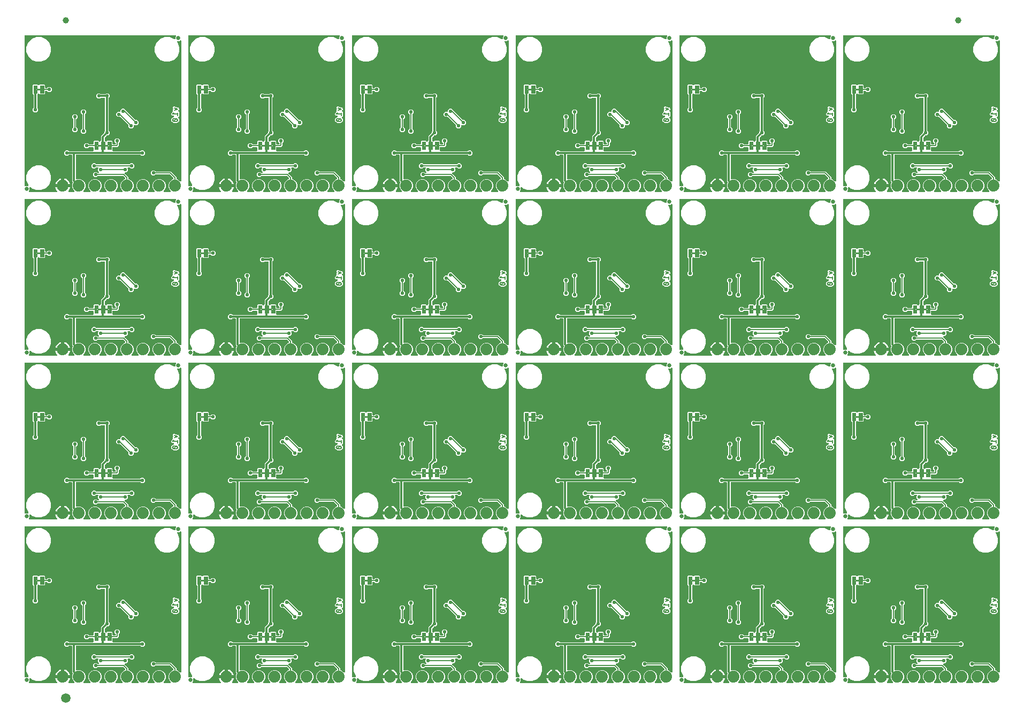
<source format=gbl>
G04 EAGLE Gerber RS-274X export*
G75*
%MOMM*%
%FSLAX34Y34*%
%LPD*%
%INBottom Copper*%
%IPPOS*%
%AMOC8*
5,1,8,0,0,1.08239X$1,22.5*%
G01*
%ADD10C,0.203200*%
%ADD11C,0.635000*%
%ADD12C,1.879600*%
%ADD13C,0.099059*%
%ADD14C,1.000000*%
%ADD15C,1.500000*%
%ADD16C,0.558800*%
%ADD17C,0.304800*%

G36*
X1348996Y520972D02*
X1348996Y520972D01*
X1349134Y520985D01*
X1349153Y520992D01*
X1349173Y520995D01*
X1349302Y521046D01*
X1349433Y521093D01*
X1349450Y521104D01*
X1349468Y521112D01*
X1349581Y521193D01*
X1349696Y521272D01*
X1349710Y521287D01*
X1349726Y521298D01*
X1349815Y521406D01*
X1349907Y521510D01*
X1349916Y521528D01*
X1349929Y521543D01*
X1349988Y521669D01*
X1350051Y521794D01*
X1350056Y521813D01*
X1350064Y521831D01*
X1350090Y521968D01*
X1350121Y522104D01*
X1350120Y522124D01*
X1350124Y522143D01*
X1350115Y522282D01*
X1350111Y522422D01*
X1350105Y522441D01*
X1350104Y522461D01*
X1350061Y522593D01*
X1350022Y522727D01*
X1350012Y522744D01*
X1350006Y522763D01*
X1349931Y522881D01*
X1349861Y523001D01*
X1349842Y523022D01*
X1349836Y523032D01*
X1349821Y523046D01*
X1349816Y523052D01*
X1348689Y524603D01*
X1347836Y526277D01*
X1347255Y528064D01*
X1347215Y528321D01*
X1357630Y528321D01*
X1357748Y528336D01*
X1357867Y528343D01*
X1357905Y528356D01*
X1357945Y528361D01*
X1358056Y528404D01*
X1358169Y528441D01*
X1358203Y528463D01*
X1358241Y528478D01*
X1358337Y528548D01*
X1358438Y528611D01*
X1358466Y528641D01*
X1358498Y528664D01*
X1358574Y528756D01*
X1358656Y528843D01*
X1358675Y528878D01*
X1358701Y528909D01*
X1358752Y529017D01*
X1358809Y529121D01*
X1358820Y529161D01*
X1358837Y529197D01*
X1358859Y529314D01*
X1358889Y529429D01*
X1358893Y529490D01*
X1358897Y529510D01*
X1358895Y529530D01*
X1358899Y529590D01*
X1358899Y530861D01*
X1358901Y530861D01*
X1358901Y529590D01*
X1358916Y529472D01*
X1358923Y529353D01*
X1358936Y529315D01*
X1358941Y529274D01*
X1358985Y529164D01*
X1359021Y529051D01*
X1359043Y529016D01*
X1359058Y528979D01*
X1359128Y528883D01*
X1359191Y528782D01*
X1359221Y528754D01*
X1359245Y528721D01*
X1359336Y528646D01*
X1359423Y528564D01*
X1359458Y528544D01*
X1359490Y528519D01*
X1359597Y528468D01*
X1359702Y528410D01*
X1359741Y528400D01*
X1359777Y528383D01*
X1359894Y528361D01*
X1360009Y528331D01*
X1360070Y528327D01*
X1360090Y528323D01*
X1360110Y528325D01*
X1360170Y528321D01*
X1370585Y528321D01*
X1370545Y528064D01*
X1369964Y526277D01*
X1369111Y524603D01*
X1367948Y523002D01*
X1367939Y522986D01*
X1367871Y522905D01*
X1367863Y522886D01*
X1367851Y522871D01*
X1367795Y522743D01*
X1367736Y522617D01*
X1367732Y522597D01*
X1367724Y522579D01*
X1367702Y522441D01*
X1367676Y522304D01*
X1367677Y522285D01*
X1367674Y522265D01*
X1367687Y522126D01*
X1367696Y521987D01*
X1367702Y521968D01*
X1367704Y521948D01*
X1367751Y521817D01*
X1367794Y521685D01*
X1367805Y521668D01*
X1367811Y521649D01*
X1367889Y521534D01*
X1367964Y521416D01*
X1367979Y521402D01*
X1367990Y521386D01*
X1368094Y521294D01*
X1368196Y521198D01*
X1368213Y521188D01*
X1368228Y521175D01*
X1368352Y521112D01*
X1368474Y521044D01*
X1368494Y521039D01*
X1368511Y521030D01*
X1368647Y521000D01*
X1368782Y520965D01*
X1368810Y520963D01*
X1368822Y520961D01*
X1368842Y520961D01*
X1368943Y520955D01*
X1376053Y520955D01*
X1376191Y520972D01*
X1376330Y520985D01*
X1376349Y520992D01*
X1376369Y520995D01*
X1376498Y521046D01*
X1376629Y521093D01*
X1376646Y521104D01*
X1376664Y521112D01*
X1376777Y521193D01*
X1376892Y521271D01*
X1376905Y521287D01*
X1376922Y521298D01*
X1377011Y521406D01*
X1377102Y521510D01*
X1377112Y521528D01*
X1377125Y521543D01*
X1377184Y521669D01*
X1377247Y521793D01*
X1377251Y521813D01*
X1377260Y521831D01*
X1377286Y521968D01*
X1377317Y522103D01*
X1377316Y522124D01*
X1377320Y522143D01*
X1377311Y522282D01*
X1377307Y522421D01*
X1377301Y522441D01*
X1377300Y522461D01*
X1377257Y522593D01*
X1377219Y522727D01*
X1377208Y522744D01*
X1377202Y522763D01*
X1377127Y522881D01*
X1377057Y523001D01*
X1377039Y523022D01*
X1377032Y523032D01*
X1377017Y523046D01*
X1376951Y523121D01*
X1375255Y524817D01*
X1373631Y528738D01*
X1373631Y532982D01*
X1374652Y535447D01*
X1374660Y535476D01*
X1374674Y535502D01*
X1374702Y535629D01*
X1374736Y535754D01*
X1374737Y535783D01*
X1374743Y535812D01*
X1374739Y535942D01*
X1374741Y536072D01*
X1374734Y536101D01*
X1374734Y536130D01*
X1374698Y536255D01*
X1374667Y536381D01*
X1374653Y536407D01*
X1374645Y536436D01*
X1374579Y536547D01*
X1374518Y536662D01*
X1374499Y536684D01*
X1374484Y536710D01*
X1374377Y536830D01*
X1373885Y537322D01*
X1373885Y578866D01*
X1373870Y578984D01*
X1373863Y579103D01*
X1373850Y579141D01*
X1373845Y579182D01*
X1373802Y579292D01*
X1373765Y579405D01*
X1373743Y579440D01*
X1373728Y579477D01*
X1373659Y579573D01*
X1373595Y579674D01*
X1373565Y579702D01*
X1373542Y579735D01*
X1373450Y579811D01*
X1373363Y579892D01*
X1373328Y579912D01*
X1373297Y579937D01*
X1373189Y579988D01*
X1373085Y580046D01*
X1373045Y580056D01*
X1373009Y580073D01*
X1372892Y580095D01*
X1372777Y580125D01*
X1372717Y580129D01*
X1372697Y580133D01*
X1372676Y580131D01*
X1372616Y580135D01*
X1368729Y580135D01*
X1368631Y580123D01*
X1368532Y580120D01*
X1368474Y580103D01*
X1368414Y580095D01*
X1368322Y580059D01*
X1368227Y580031D01*
X1368175Y580001D01*
X1368118Y579978D01*
X1368038Y579920D01*
X1367953Y579870D01*
X1367877Y579804D01*
X1367861Y579792D01*
X1367853Y579782D01*
X1367832Y579764D01*
X1366934Y578865D01*
X1363566Y578865D01*
X1361185Y581246D01*
X1361185Y584614D01*
X1363566Y586995D01*
X1366934Y586995D01*
X1367832Y586096D01*
X1367910Y586036D01*
X1367982Y585968D01*
X1368035Y585939D01*
X1368083Y585902D01*
X1368174Y585862D01*
X1368261Y585814D01*
X1368319Y585799D01*
X1368375Y585775D01*
X1368473Y585760D01*
X1368569Y585735D01*
X1368669Y585729D01*
X1368689Y585725D01*
X1368701Y585727D01*
X1368729Y585725D01*
X1406398Y585725D01*
X1406536Y585742D01*
X1406675Y585755D01*
X1406694Y585762D01*
X1406714Y585765D01*
X1406843Y585816D01*
X1406974Y585863D01*
X1406991Y585874D01*
X1407009Y585882D01*
X1407122Y585963D01*
X1407237Y586041D01*
X1407250Y586057D01*
X1407267Y586068D01*
X1407356Y586176D01*
X1407447Y586280D01*
X1407457Y586298D01*
X1407469Y586313D01*
X1407529Y586439D01*
X1407592Y586563D01*
X1407596Y586583D01*
X1407605Y586601D01*
X1407631Y586738D01*
X1407662Y586873D01*
X1407661Y586894D01*
X1407665Y586913D01*
X1407656Y587052D01*
X1407652Y587191D01*
X1407646Y587211D01*
X1407645Y587231D01*
X1407602Y587363D01*
X1407563Y587497D01*
X1407553Y587514D01*
X1407547Y587533D01*
X1407472Y587651D01*
X1407413Y587751D01*
X1407413Y590804D01*
X1407398Y590922D01*
X1407391Y591041D01*
X1407378Y591079D01*
X1407373Y591120D01*
X1407330Y591230D01*
X1407293Y591343D01*
X1407271Y591378D01*
X1407256Y591415D01*
X1407187Y591511D01*
X1407123Y591612D01*
X1407093Y591640D01*
X1407070Y591673D01*
X1406978Y591749D01*
X1406891Y591830D01*
X1406856Y591850D01*
X1406825Y591875D01*
X1406717Y591926D01*
X1406613Y591984D01*
X1406573Y591994D01*
X1406537Y592011D01*
X1406420Y592033D01*
X1406305Y592063D01*
X1406245Y592067D01*
X1406225Y592071D01*
X1406204Y592069D01*
X1406144Y592073D01*
X1400987Y592073D01*
X1400889Y592061D01*
X1400790Y592058D01*
X1400732Y592041D01*
X1400672Y592033D01*
X1400580Y591997D01*
X1400485Y591969D01*
X1400433Y591939D01*
X1400376Y591916D01*
X1400296Y591858D01*
X1400211Y591808D01*
X1400135Y591742D01*
X1400119Y591730D01*
X1400111Y591720D01*
X1400090Y591702D01*
X1398684Y590295D01*
X1395316Y590295D01*
X1392935Y592676D01*
X1392935Y596044D01*
X1395316Y598425D01*
X1398684Y598425D01*
X1400090Y597018D01*
X1400168Y596958D01*
X1400240Y596890D01*
X1400293Y596861D01*
X1400341Y596824D01*
X1400432Y596784D01*
X1400519Y596736D01*
X1400577Y596721D01*
X1400633Y596697D01*
X1400731Y596682D01*
X1400827Y596657D01*
X1400927Y596651D01*
X1400947Y596647D01*
X1400959Y596649D01*
X1400987Y596647D01*
X1406144Y596647D01*
X1406262Y596662D01*
X1406381Y596669D01*
X1406419Y596682D01*
X1406460Y596687D01*
X1406570Y596730D01*
X1406683Y596767D01*
X1406718Y596789D01*
X1406755Y596804D01*
X1406851Y596873D01*
X1406952Y596937D01*
X1406980Y596967D01*
X1407013Y596990D01*
X1407089Y597082D01*
X1407170Y597169D01*
X1407190Y597204D01*
X1407215Y597235D01*
X1407266Y597343D01*
X1407324Y597447D01*
X1407334Y597487D01*
X1407351Y597523D01*
X1407373Y597640D01*
X1407403Y597755D01*
X1407407Y597815D01*
X1407411Y597835D01*
X1407409Y597856D01*
X1407413Y597916D01*
X1407413Y600946D01*
X1408448Y601981D01*
X1415524Y601981D01*
X1416296Y601209D01*
X1416390Y601136D01*
X1416479Y601058D01*
X1416515Y601039D01*
X1416547Y601015D01*
X1416656Y600967D01*
X1416762Y600913D01*
X1416801Y600904D01*
X1416839Y600888D01*
X1416956Y600869D01*
X1417072Y600843D01*
X1417113Y600845D01*
X1417153Y600838D01*
X1417271Y600849D01*
X1417390Y600853D01*
X1417429Y600864D01*
X1417469Y600868D01*
X1417582Y600908D01*
X1417696Y600942D01*
X1417731Y600962D01*
X1417769Y600976D01*
X1417867Y601043D01*
X1417970Y601103D01*
X1418015Y601143D01*
X1418032Y601154D01*
X1418045Y601170D01*
X1418091Y601209D01*
X1419234Y602352D01*
X1419294Y602431D01*
X1419362Y602503D01*
X1419391Y602556D01*
X1419428Y602604D01*
X1419468Y602695D01*
X1419516Y602781D01*
X1419531Y602840D01*
X1419555Y602896D01*
X1419570Y602994D01*
X1419595Y603089D01*
X1419601Y603189D01*
X1419605Y603210D01*
X1419603Y603222D01*
X1419605Y603250D01*
X1419605Y609488D01*
X1424314Y614196D01*
X1424374Y614274D01*
X1424442Y614346D01*
X1424471Y614399D01*
X1424508Y614447D01*
X1424548Y614538D01*
X1424596Y614625D01*
X1424611Y614683D01*
X1424635Y614739D01*
X1424650Y614837D01*
X1424675Y614933D01*
X1424681Y615033D01*
X1424685Y615053D01*
X1424683Y615065D01*
X1424685Y615093D01*
X1424685Y616364D01*
X1425584Y617262D01*
X1425644Y617340D01*
X1425712Y617412D01*
X1425741Y617465D01*
X1425778Y617513D01*
X1425818Y617604D01*
X1425866Y617691D01*
X1425881Y617749D01*
X1425905Y617805D01*
X1425920Y617903D01*
X1425945Y617999D01*
X1425951Y618099D01*
X1425955Y618119D01*
X1425953Y618131D01*
X1425955Y618159D01*
X1425955Y669036D01*
X1425940Y669154D01*
X1425933Y669273D01*
X1425920Y669311D01*
X1425915Y669352D01*
X1425872Y669462D01*
X1425835Y669575D01*
X1425813Y669610D01*
X1425798Y669647D01*
X1425729Y669743D01*
X1425665Y669844D01*
X1425635Y669872D01*
X1425612Y669905D01*
X1425520Y669981D01*
X1425433Y670062D01*
X1425398Y670082D01*
X1425367Y670107D01*
X1425259Y670158D01*
X1425155Y670216D01*
X1425115Y670226D01*
X1425079Y670243D01*
X1424962Y670265D01*
X1424847Y670295D01*
X1424787Y670299D01*
X1424767Y670303D01*
X1424746Y670301D01*
X1424686Y670305D01*
X1419529Y670305D01*
X1419431Y670293D01*
X1419332Y670290D01*
X1419274Y670273D01*
X1419214Y670265D01*
X1419122Y670229D01*
X1419027Y670201D01*
X1418975Y670171D01*
X1418918Y670148D01*
X1418838Y670090D01*
X1418753Y670040D01*
X1418677Y669974D01*
X1418661Y669962D01*
X1418653Y669952D01*
X1418632Y669934D01*
X1417734Y669035D01*
X1414366Y669035D01*
X1411985Y671416D01*
X1411985Y674784D01*
X1414366Y677165D01*
X1417734Y677165D01*
X1418632Y676266D01*
X1418710Y676206D01*
X1418782Y676138D01*
X1418835Y676109D01*
X1418883Y676072D01*
X1418974Y676032D01*
X1419061Y675984D01*
X1419119Y675969D01*
X1419175Y675945D01*
X1419273Y675930D01*
X1419369Y675905D01*
X1419469Y675899D01*
X1419489Y675895D01*
X1419501Y675897D01*
X1419529Y675895D01*
X1425271Y675895D01*
X1425369Y675907D01*
X1425468Y675910D01*
X1425526Y675927D01*
X1425586Y675935D01*
X1425678Y675971D01*
X1425773Y675999D01*
X1425825Y676029D01*
X1425882Y676052D01*
X1425962Y676110D01*
X1426047Y676160D01*
X1426123Y676226D01*
X1426139Y676238D01*
X1426147Y676248D01*
X1426168Y676266D01*
X1427066Y677165D01*
X1430434Y677165D01*
X1432815Y674784D01*
X1432815Y671416D01*
X1431916Y670518D01*
X1431856Y670440D01*
X1431788Y670368D01*
X1431759Y670315D01*
X1431722Y670267D01*
X1431682Y670176D01*
X1431634Y670089D01*
X1431619Y670031D01*
X1431595Y669975D01*
X1431580Y669877D01*
X1431555Y669781D01*
X1431549Y669681D01*
X1431545Y669661D01*
X1431547Y669649D01*
X1431545Y669621D01*
X1431545Y618159D01*
X1431557Y618061D01*
X1431560Y617962D01*
X1431577Y617904D01*
X1431585Y617844D01*
X1431621Y617752D01*
X1431649Y617657D01*
X1431679Y617605D01*
X1431702Y617548D01*
X1431760Y617468D01*
X1431810Y617383D01*
X1431876Y617307D01*
X1431888Y617291D01*
X1431898Y617283D01*
X1431916Y617262D01*
X1432815Y616364D01*
X1432815Y612996D01*
X1430434Y610615D01*
X1429163Y610615D01*
X1429065Y610603D01*
X1428966Y610600D01*
X1428908Y610583D01*
X1428848Y610575D01*
X1428756Y610539D01*
X1428661Y610511D01*
X1428608Y610481D01*
X1428552Y610458D01*
X1428472Y610400D01*
X1428387Y610350D01*
X1428311Y610284D01*
X1428295Y610272D01*
X1428287Y610262D01*
X1428266Y610244D01*
X1425566Y607544D01*
X1425506Y607466D01*
X1425438Y607394D01*
X1425409Y607341D01*
X1425372Y607293D01*
X1425332Y607202D01*
X1425284Y607115D01*
X1425269Y607057D01*
X1425245Y607001D01*
X1425230Y606903D01*
X1425205Y606807D01*
X1425199Y606707D01*
X1425195Y606687D01*
X1425197Y606675D01*
X1425195Y606647D01*
X1425195Y603250D01*
X1425207Y603152D01*
X1425210Y603053D01*
X1425227Y602995D01*
X1425235Y602934D01*
X1425271Y602842D01*
X1425299Y602747D01*
X1425329Y602695D01*
X1425352Y602639D01*
X1425410Y602559D01*
X1425460Y602473D01*
X1425526Y602398D01*
X1425538Y602381D01*
X1425548Y602374D01*
X1425566Y602352D01*
X1426709Y601209D01*
X1426804Y601136D01*
X1426893Y601058D01*
X1426929Y601039D01*
X1426961Y601015D01*
X1427070Y600967D01*
X1427176Y600913D01*
X1427215Y600904D01*
X1427253Y600888D01*
X1427370Y600869D01*
X1427486Y600843D01*
X1427527Y600845D01*
X1427567Y600838D01*
X1427685Y600849D01*
X1427804Y600853D01*
X1427843Y600864D01*
X1427883Y600868D01*
X1427996Y600908D01*
X1428110Y600942D01*
X1428144Y600962D01*
X1428183Y600976D01*
X1428281Y601043D01*
X1428384Y601103D01*
X1428429Y601143D01*
X1428446Y601154D01*
X1428459Y601170D01*
X1428504Y601209D01*
X1429276Y601981D01*
X1436352Y601981D01*
X1437387Y600946D01*
X1437387Y597916D01*
X1437402Y597798D01*
X1437409Y597679D01*
X1437422Y597641D01*
X1437427Y597600D01*
X1437470Y597490D01*
X1437507Y597377D01*
X1437529Y597342D01*
X1437544Y597305D01*
X1437613Y597209D01*
X1437677Y597108D01*
X1437707Y597080D01*
X1437730Y597047D01*
X1437822Y596971D01*
X1437909Y596890D01*
X1437944Y596870D01*
X1437975Y596845D01*
X1438083Y596794D01*
X1438187Y596736D01*
X1438227Y596726D01*
X1438263Y596709D01*
X1438380Y596687D01*
X1438495Y596657D01*
X1438555Y596653D01*
X1438575Y596649D01*
X1438596Y596651D01*
X1438656Y596647D01*
X1441704Y596647D01*
X1441822Y596662D01*
X1441941Y596669D01*
X1441979Y596682D01*
X1442020Y596687D01*
X1442130Y596730D01*
X1442243Y596767D01*
X1442278Y596789D01*
X1442315Y596804D01*
X1442411Y596873D01*
X1442512Y596937D01*
X1442540Y596967D01*
X1442573Y596990D01*
X1442649Y597082D01*
X1442730Y597169D01*
X1442750Y597204D01*
X1442775Y597235D01*
X1442826Y597343D01*
X1442884Y597447D01*
X1442894Y597487D01*
X1442911Y597523D01*
X1442933Y597640D01*
X1442963Y597755D01*
X1442967Y597815D01*
X1442971Y597835D01*
X1442969Y597856D01*
X1442973Y597916D01*
X1442973Y597993D01*
X1442961Y598091D01*
X1442958Y598190D01*
X1442941Y598248D01*
X1442933Y598308D01*
X1442897Y598400D01*
X1442869Y598495D01*
X1442839Y598547D01*
X1442816Y598604D01*
X1442758Y598684D01*
X1442708Y598769D01*
X1442642Y598845D01*
X1442630Y598861D01*
X1442620Y598869D01*
X1442602Y598890D01*
X1441195Y600296D01*
X1441195Y603664D01*
X1443576Y606045D01*
X1446944Y606045D01*
X1449325Y603664D01*
X1449325Y600296D01*
X1447918Y598890D01*
X1447858Y598812D01*
X1447790Y598740D01*
X1447761Y598687D01*
X1447724Y598639D01*
X1447684Y598548D01*
X1447636Y598461D01*
X1447621Y598403D01*
X1447597Y598347D01*
X1447582Y598249D01*
X1447557Y598153D01*
X1447551Y598053D01*
X1447547Y598033D01*
X1447549Y598021D01*
X1447547Y597993D01*
X1447547Y594683D01*
X1444937Y592073D01*
X1438656Y592073D01*
X1438538Y592058D01*
X1438419Y592051D01*
X1438381Y592038D01*
X1438340Y592033D01*
X1438230Y591990D01*
X1438117Y591953D01*
X1438082Y591931D01*
X1438045Y591916D01*
X1437949Y591847D01*
X1437848Y591783D01*
X1437820Y591753D01*
X1437787Y591730D01*
X1437711Y591638D01*
X1437630Y591551D01*
X1437610Y591516D01*
X1437585Y591485D01*
X1437534Y591377D01*
X1437476Y591273D01*
X1437466Y591233D01*
X1437449Y591197D01*
X1437427Y591080D01*
X1437397Y590965D01*
X1437393Y590905D01*
X1437389Y590885D01*
X1437391Y590864D01*
X1437387Y590804D01*
X1437387Y587742D01*
X1437331Y587675D01*
X1437322Y587656D01*
X1437310Y587640D01*
X1437254Y587513D01*
X1437195Y587387D01*
X1437191Y587367D01*
X1437183Y587348D01*
X1437161Y587211D01*
X1437135Y587074D01*
X1437136Y587054D01*
X1437133Y587034D01*
X1437146Y586896D01*
X1437155Y586757D01*
X1437161Y586738D01*
X1437163Y586718D01*
X1437210Y586587D01*
X1437253Y586455D01*
X1437264Y586437D01*
X1437271Y586418D01*
X1437349Y586303D01*
X1437423Y586186D01*
X1437438Y586172D01*
X1437449Y586155D01*
X1437553Y586063D01*
X1437655Y585968D01*
X1437673Y585958D01*
X1437688Y585945D01*
X1437811Y585882D01*
X1437933Y585814D01*
X1437953Y585809D01*
X1437971Y585800D01*
X1438107Y585770D01*
X1438241Y585735D01*
X1438269Y585733D01*
X1438281Y585730D01*
X1438302Y585731D01*
X1438402Y585725D01*
X1481151Y585725D01*
X1481249Y585737D01*
X1481348Y585740D01*
X1481406Y585757D01*
X1481466Y585765D01*
X1481558Y585801D01*
X1481653Y585829D01*
X1481705Y585859D01*
X1481762Y585882D01*
X1481842Y585940D01*
X1481927Y585990D01*
X1482003Y586056D01*
X1482019Y586068D01*
X1482027Y586078D01*
X1482048Y586096D01*
X1482946Y586995D01*
X1486314Y586995D01*
X1488695Y584614D01*
X1488695Y581246D01*
X1486314Y578865D01*
X1482946Y578865D01*
X1482048Y579764D01*
X1481970Y579824D01*
X1481898Y579892D01*
X1481845Y579921D01*
X1481797Y579958D01*
X1481706Y579998D01*
X1481619Y580046D01*
X1481561Y580061D01*
X1481505Y580085D01*
X1481407Y580100D01*
X1481311Y580125D01*
X1481211Y580131D01*
X1481191Y580135D01*
X1481179Y580133D01*
X1481151Y580135D01*
X1380744Y580135D01*
X1380626Y580120D01*
X1380507Y580113D01*
X1380469Y580100D01*
X1380428Y580095D01*
X1380318Y580052D01*
X1380205Y580015D01*
X1380170Y579993D01*
X1380133Y579978D01*
X1380037Y579909D01*
X1379936Y579845D01*
X1379908Y579815D01*
X1379875Y579792D01*
X1379799Y579700D01*
X1379718Y579613D01*
X1379698Y579578D01*
X1379673Y579547D01*
X1379622Y579439D01*
X1379564Y579335D01*
X1379554Y579295D01*
X1379537Y579259D01*
X1379515Y579142D01*
X1379485Y579027D01*
X1379481Y578967D01*
X1379477Y578947D01*
X1379479Y578926D01*
X1379475Y578866D01*
X1379475Y542309D01*
X1379481Y542259D01*
X1379479Y542210D01*
X1379501Y542102D01*
X1379515Y541993D01*
X1379533Y541947D01*
X1379543Y541898D01*
X1379591Y541799D01*
X1379632Y541697D01*
X1379661Y541657D01*
X1379683Y541613D01*
X1379754Y541529D01*
X1379818Y541440D01*
X1379857Y541408D01*
X1379889Y541371D01*
X1379979Y541307D01*
X1380063Y541237D01*
X1380108Y541216D01*
X1380149Y541187D01*
X1380252Y541148D01*
X1380351Y541102D01*
X1380400Y541092D01*
X1380446Y541075D01*
X1380556Y541063D01*
X1380663Y541042D01*
X1380713Y541045D01*
X1380762Y541040D01*
X1380871Y541055D01*
X1380981Y541062D01*
X1381028Y541077D01*
X1381077Y541084D01*
X1381230Y541136D01*
X1382178Y541529D01*
X1386422Y541529D01*
X1390343Y539905D01*
X1393345Y536903D01*
X1394969Y532982D01*
X1394969Y528738D01*
X1393345Y524817D01*
X1391649Y523121D01*
X1391564Y523012D01*
X1391475Y522905D01*
X1391467Y522886D01*
X1391454Y522870D01*
X1391399Y522742D01*
X1391340Y522617D01*
X1391336Y522597D01*
X1391328Y522578D01*
X1391306Y522440D01*
X1391280Y522304D01*
X1391281Y522284D01*
X1391278Y522264D01*
X1391291Y522125D01*
X1391300Y521987D01*
X1391306Y521968D01*
X1391308Y521948D01*
X1391355Y521816D01*
X1391398Y521685D01*
X1391409Y521667D01*
X1391416Y521648D01*
X1391494Y521533D01*
X1391568Y521416D01*
X1391583Y521402D01*
X1391594Y521385D01*
X1391698Y521293D01*
X1391800Y521198D01*
X1391817Y521188D01*
X1391833Y521175D01*
X1391957Y521111D01*
X1392078Y521044D01*
X1392098Y521039D01*
X1392116Y521030D01*
X1392252Y521000D01*
X1392386Y520965D01*
X1392414Y520963D01*
X1392426Y520960D01*
X1392447Y520961D01*
X1392547Y520955D01*
X1401453Y520955D01*
X1401591Y520972D01*
X1401730Y520985D01*
X1401749Y520992D01*
X1401769Y520995D01*
X1401898Y521046D01*
X1402029Y521093D01*
X1402046Y521104D01*
X1402064Y521112D01*
X1402177Y521193D01*
X1402292Y521271D01*
X1402305Y521287D01*
X1402322Y521298D01*
X1402411Y521406D01*
X1402502Y521510D01*
X1402512Y521528D01*
X1402525Y521543D01*
X1402584Y521669D01*
X1402647Y521793D01*
X1402651Y521813D01*
X1402660Y521831D01*
X1402686Y521968D01*
X1402717Y522103D01*
X1402716Y522124D01*
X1402720Y522143D01*
X1402711Y522282D01*
X1402707Y522421D01*
X1402701Y522441D01*
X1402700Y522461D01*
X1402657Y522593D01*
X1402619Y522727D01*
X1402608Y522744D01*
X1402602Y522763D01*
X1402527Y522881D01*
X1402457Y523001D01*
X1402439Y523022D01*
X1402432Y523032D01*
X1402417Y523046D01*
X1402351Y523121D01*
X1400655Y524817D01*
X1399031Y528738D01*
X1399031Y532982D01*
X1400655Y536903D01*
X1403657Y539905D01*
X1407578Y541529D01*
X1411822Y541529D01*
X1415743Y539905D01*
X1418745Y536903D01*
X1420369Y532982D01*
X1420369Y528738D01*
X1418745Y524817D01*
X1417049Y523121D01*
X1416964Y523012D01*
X1416875Y522905D01*
X1416867Y522886D01*
X1416854Y522870D01*
X1416799Y522742D01*
X1416740Y522617D01*
X1416736Y522597D01*
X1416728Y522578D01*
X1416706Y522440D01*
X1416680Y522304D01*
X1416681Y522284D01*
X1416678Y522264D01*
X1416691Y522125D01*
X1416700Y521987D01*
X1416706Y521968D01*
X1416708Y521948D01*
X1416755Y521816D01*
X1416798Y521685D01*
X1416809Y521667D01*
X1416816Y521648D01*
X1416894Y521533D01*
X1416968Y521416D01*
X1416983Y521402D01*
X1416994Y521385D01*
X1417098Y521293D01*
X1417200Y521198D01*
X1417217Y521188D01*
X1417233Y521175D01*
X1417357Y521111D01*
X1417478Y521044D01*
X1417498Y521039D01*
X1417516Y521030D01*
X1417652Y521000D01*
X1417786Y520965D01*
X1417814Y520963D01*
X1417826Y520960D01*
X1417847Y520961D01*
X1417947Y520955D01*
X1426853Y520955D01*
X1426991Y520972D01*
X1427130Y520985D01*
X1427149Y520992D01*
X1427169Y520995D01*
X1427298Y521046D01*
X1427429Y521093D01*
X1427446Y521104D01*
X1427464Y521112D01*
X1427577Y521193D01*
X1427692Y521271D01*
X1427705Y521287D01*
X1427722Y521298D01*
X1427811Y521406D01*
X1427902Y521510D01*
X1427912Y521528D01*
X1427925Y521543D01*
X1427984Y521669D01*
X1428047Y521793D01*
X1428051Y521813D01*
X1428060Y521831D01*
X1428086Y521968D01*
X1428117Y522103D01*
X1428116Y522124D01*
X1428120Y522143D01*
X1428111Y522282D01*
X1428107Y522421D01*
X1428101Y522441D01*
X1428100Y522461D01*
X1428057Y522593D01*
X1428019Y522727D01*
X1428008Y522744D01*
X1428002Y522763D01*
X1427927Y522881D01*
X1427857Y523001D01*
X1427839Y523022D01*
X1427832Y523032D01*
X1427817Y523046D01*
X1427751Y523121D01*
X1426055Y524817D01*
X1424431Y528738D01*
X1424431Y532982D01*
X1426055Y536903D01*
X1429057Y539905D01*
X1432978Y541529D01*
X1437222Y541529D01*
X1441143Y539905D01*
X1444145Y536903D01*
X1445769Y532982D01*
X1445769Y528738D01*
X1444145Y524817D01*
X1442449Y523121D01*
X1442364Y523012D01*
X1442275Y522905D01*
X1442267Y522886D01*
X1442254Y522870D01*
X1442199Y522742D01*
X1442140Y522617D01*
X1442136Y522597D01*
X1442128Y522578D01*
X1442106Y522440D01*
X1442080Y522304D01*
X1442081Y522284D01*
X1442078Y522264D01*
X1442091Y522125D01*
X1442100Y521987D01*
X1442106Y521968D01*
X1442108Y521948D01*
X1442155Y521816D01*
X1442198Y521685D01*
X1442209Y521667D01*
X1442216Y521648D01*
X1442294Y521533D01*
X1442368Y521416D01*
X1442383Y521402D01*
X1442394Y521385D01*
X1442498Y521293D01*
X1442600Y521198D01*
X1442617Y521188D01*
X1442633Y521175D01*
X1442757Y521111D01*
X1442878Y521044D01*
X1442898Y521039D01*
X1442916Y521030D01*
X1443052Y521000D01*
X1443186Y520965D01*
X1443214Y520963D01*
X1443226Y520960D01*
X1443247Y520961D01*
X1443347Y520955D01*
X1452253Y520955D01*
X1452391Y520972D01*
X1452530Y520985D01*
X1452549Y520992D01*
X1452569Y520995D01*
X1452698Y521046D01*
X1452829Y521093D01*
X1452846Y521104D01*
X1452864Y521112D01*
X1452977Y521193D01*
X1453092Y521271D01*
X1453105Y521287D01*
X1453122Y521298D01*
X1453211Y521406D01*
X1453302Y521510D01*
X1453312Y521528D01*
X1453325Y521543D01*
X1453384Y521669D01*
X1453447Y521793D01*
X1453451Y521813D01*
X1453460Y521831D01*
X1453486Y521968D01*
X1453517Y522103D01*
X1453516Y522124D01*
X1453520Y522143D01*
X1453511Y522282D01*
X1453507Y522421D01*
X1453501Y522441D01*
X1453500Y522461D01*
X1453457Y522593D01*
X1453419Y522727D01*
X1453408Y522744D01*
X1453402Y522763D01*
X1453327Y522881D01*
X1453257Y523001D01*
X1453239Y523022D01*
X1453232Y523032D01*
X1453217Y523046D01*
X1453151Y523121D01*
X1451455Y524817D01*
X1449831Y528738D01*
X1449831Y532982D01*
X1451455Y536903D01*
X1454457Y539905D01*
X1457273Y541071D01*
X1457316Y541096D01*
X1457363Y541113D01*
X1457454Y541174D01*
X1457549Y541229D01*
X1457585Y541263D01*
X1457626Y541291D01*
X1457699Y541373D01*
X1457778Y541450D01*
X1457804Y541492D01*
X1457837Y541530D01*
X1457887Y541627D01*
X1457944Y541721D01*
X1457959Y541768D01*
X1457981Y541813D01*
X1458005Y541920D01*
X1458038Y542025D01*
X1458040Y542075D01*
X1458051Y542123D01*
X1458047Y542233D01*
X1458053Y542343D01*
X1458043Y542391D01*
X1458041Y542441D01*
X1458011Y542546D01*
X1457988Y542654D01*
X1457967Y542699D01*
X1457953Y542746D01*
X1457897Y542841D01*
X1457849Y542940D01*
X1457816Y542978D01*
X1457791Y543020D01*
X1457685Y543141D01*
X1454845Y545982D01*
X1454766Y546042D01*
X1454694Y546110D01*
X1454641Y546139D01*
X1454593Y546176D01*
X1454502Y546216D01*
X1454416Y546264D01*
X1454357Y546279D01*
X1454301Y546303D01*
X1454203Y546318D01*
X1454108Y546343D01*
X1454008Y546349D01*
X1453987Y546353D01*
X1453975Y546351D01*
X1453947Y546353D01*
X1414957Y546353D01*
X1414859Y546341D01*
X1414760Y546338D01*
X1414702Y546321D01*
X1414642Y546313D01*
X1414550Y546277D01*
X1414455Y546249D01*
X1414403Y546219D01*
X1414346Y546196D01*
X1414266Y546138D01*
X1414181Y546088D01*
X1414105Y546022D01*
X1414089Y546010D01*
X1414081Y546000D01*
X1414075Y545996D01*
X1414072Y545993D01*
X1414060Y545982D01*
X1412654Y544575D01*
X1409286Y544575D01*
X1406905Y546956D01*
X1406905Y550324D01*
X1409286Y552705D01*
X1412654Y552705D01*
X1414060Y551298D01*
X1414138Y551238D01*
X1414210Y551170D01*
X1414263Y551141D01*
X1414311Y551104D01*
X1414402Y551064D01*
X1414489Y551016D01*
X1414547Y551001D01*
X1414603Y550977D01*
X1414701Y550962D01*
X1414797Y550937D01*
X1414897Y550931D01*
X1414917Y550927D01*
X1414929Y550929D01*
X1414957Y550927D01*
X1415111Y550927D01*
X1415248Y550944D01*
X1415387Y550957D01*
X1415406Y550964D01*
X1415426Y550967D01*
X1415555Y551018D01*
X1415686Y551065D01*
X1415703Y551076D01*
X1415722Y551084D01*
X1415834Y551165D01*
X1415949Y551243D01*
X1415963Y551259D01*
X1415979Y551270D01*
X1416068Y551378D01*
X1416160Y551482D01*
X1416169Y551500D01*
X1416182Y551515D01*
X1416241Y551641D01*
X1416304Y551765D01*
X1416309Y551785D01*
X1416318Y551803D01*
X1416344Y551940D01*
X1416374Y552075D01*
X1416374Y552096D01*
X1416377Y552115D01*
X1416369Y552254D01*
X1416364Y552393D01*
X1416359Y552413D01*
X1416358Y552433D01*
X1416315Y552565D01*
X1416276Y552699D01*
X1416266Y552716D01*
X1416260Y552735D01*
X1416185Y552853D01*
X1416115Y552973D01*
X1416096Y552994D01*
X1416089Y553004D01*
X1416074Y553018D01*
X1416008Y553093D01*
X1414525Y554576D01*
X1414525Y557944D01*
X1414738Y558156D01*
X1414823Y558266D01*
X1414912Y558373D01*
X1414921Y558392D01*
X1414933Y558408D01*
X1414988Y558536D01*
X1415048Y558661D01*
X1415051Y558681D01*
X1415059Y558700D01*
X1415081Y558838D01*
X1415107Y558974D01*
X1415106Y558994D01*
X1415109Y559014D01*
X1415096Y559153D01*
X1415088Y559291D01*
X1415081Y559310D01*
X1415079Y559330D01*
X1415032Y559461D01*
X1414990Y559593D01*
X1414979Y559611D01*
X1414972Y559630D01*
X1414894Y559744D01*
X1414819Y559862D01*
X1414805Y559876D01*
X1414793Y559893D01*
X1414689Y559985D01*
X1414588Y560080D01*
X1414570Y560090D01*
X1414555Y560103D01*
X1414431Y560166D01*
X1414309Y560234D01*
X1414290Y560239D01*
X1414272Y560248D01*
X1414136Y560278D01*
X1414001Y560313D01*
X1413973Y560315D01*
X1413961Y560318D01*
X1413941Y560317D01*
X1413841Y560323D01*
X1412417Y560323D01*
X1412319Y560311D01*
X1412220Y560308D01*
X1412162Y560291D01*
X1412102Y560283D01*
X1412010Y560247D01*
X1411915Y560219D01*
X1411863Y560189D01*
X1411806Y560166D01*
X1411726Y560108D01*
X1411641Y560058D01*
X1411565Y559992D01*
X1411549Y559980D01*
X1411541Y559970D01*
X1411520Y559952D01*
X1410114Y558545D01*
X1406746Y558545D01*
X1404365Y560926D01*
X1404365Y564294D01*
X1406746Y566675D01*
X1410114Y566675D01*
X1411520Y565268D01*
X1411598Y565208D01*
X1411670Y565140D01*
X1411723Y565111D01*
X1411771Y565074D01*
X1411862Y565034D01*
X1411949Y564986D01*
X1412007Y564971D01*
X1412063Y564947D01*
X1412161Y564932D01*
X1412257Y564907D01*
X1412357Y564901D01*
X1412377Y564897D01*
X1412389Y564899D01*
X1412417Y564897D01*
X1464133Y564897D01*
X1464231Y564909D01*
X1464330Y564912D01*
X1464388Y564929D01*
X1464448Y564937D01*
X1464540Y564973D01*
X1464635Y565001D01*
X1464687Y565031D01*
X1464744Y565054D01*
X1464824Y565112D01*
X1464909Y565162D01*
X1464985Y565228D01*
X1465001Y565240D01*
X1465009Y565250D01*
X1465030Y565268D01*
X1466436Y566675D01*
X1469804Y566675D01*
X1472185Y564294D01*
X1472185Y560926D01*
X1469804Y558545D01*
X1466436Y558545D01*
X1465030Y559952D01*
X1464952Y560012D01*
X1464880Y560080D01*
X1464827Y560109D01*
X1464779Y560146D01*
X1464688Y560186D01*
X1464601Y560234D01*
X1464543Y560249D01*
X1464487Y560273D01*
X1464389Y560288D01*
X1464293Y560313D01*
X1464193Y560319D01*
X1464173Y560323D01*
X1464161Y560321D01*
X1464133Y560323D01*
X1462709Y560323D01*
X1462571Y560306D01*
X1462433Y560293D01*
X1462414Y560286D01*
X1462394Y560283D01*
X1462264Y560232D01*
X1462134Y560185D01*
X1462117Y560174D01*
X1462098Y560166D01*
X1461986Y560085D01*
X1461871Y560007D01*
X1461857Y559991D01*
X1461841Y559980D01*
X1461752Y559872D01*
X1461660Y559768D01*
X1461651Y559750D01*
X1461638Y559735D01*
X1461579Y559609D01*
X1461515Y559485D01*
X1461511Y559465D01*
X1461502Y559447D01*
X1461476Y559311D01*
X1461446Y559175D01*
X1461446Y559154D01*
X1461443Y559135D01*
X1461451Y558996D01*
X1461456Y558857D01*
X1461461Y558837D01*
X1461462Y558817D01*
X1461505Y558685D01*
X1461544Y558551D01*
X1461554Y558534D01*
X1461560Y558515D01*
X1461635Y558397D01*
X1461705Y558277D01*
X1461724Y558256D01*
X1461731Y558246D01*
X1461746Y558232D01*
X1461812Y558156D01*
X1462025Y557944D01*
X1462025Y554576D01*
X1459644Y552195D01*
X1458163Y552195D01*
X1458025Y552178D01*
X1457887Y552165D01*
X1457867Y552158D01*
X1457847Y552155D01*
X1457718Y552104D01*
X1457587Y552057D01*
X1457570Y552046D01*
X1457552Y552038D01*
X1457439Y551957D01*
X1457324Y551879D01*
X1457311Y551863D01*
X1457294Y551852D01*
X1457206Y551744D01*
X1457114Y551640D01*
X1457104Y551622D01*
X1457092Y551607D01*
X1457032Y551481D01*
X1456969Y551357D01*
X1456965Y551337D01*
X1456956Y551319D01*
X1456930Y551183D01*
X1456899Y551047D01*
X1456900Y551026D01*
X1456896Y551007D01*
X1456905Y550868D01*
X1456909Y550729D01*
X1456915Y550709D01*
X1456916Y550689D01*
X1456959Y550557D01*
X1456997Y550423D01*
X1457008Y550406D01*
X1457014Y550387D01*
X1457089Y550269D01*
X1457159Y550149D01*
X1457178Y550128D01*
X1457184Y550118D01*
X1457199Y550104D01*
X1457265Y550029D01*
X1462787Y544507D01*
X1462787Y542309D01*
X1462790Y542279D01*
X1462788Y542250D01*
X1462810Y542122D01*
X1462827Y541993D01*
X1462837Y541966D01*
X1462842Y541937D01*
X1462896Y541818D01*
X1462944Y541697D01*
X1462961Y541674D01*
X1462973Y541647D01*
X1463054Y541545D01*
X1463130Y541440D01*
X1463153Y541421D01*
X1463172Y541398D01*
X1463275Y541320D01*
X1463375Y541237D01*
X1463402Y541225D01*
X1463426Y541207D01*
X1463570Y541136D01*
X1466543Y539905D01*
X1469545Y536903D01*
X1471169Y532982D01*
X1471169Y528738D01*
X1469545Y524817D01*
X1467849Y523121D01*
X1467764Y523012D01*
X1467675Y522905D01*
X1467667Y522886D01*
X1467654Y522870D01*
X1467599Y522742D01*
X1467540Y522617D01*
X1467536Y522597D01*
X1467528Y522578D01*
X1467506Y522440D01*
X1467480Y522304D01*
X1467481Y522284D01*
X1467478Y522264D01*
X1467491Y522125D01*
X1467500Y521987D01*
X1467506Y521968D01*
X1467508Y521948D01*
X1467555Y521816D01*
X1467598Y521685D01*
X1467609Y521667D01*
X1467616Y521648D01*
X1467694Y521533D01*
X1467768Y521416D01*
X1467783Y521402D01*
X1467794Y521385D01*
X1467898Y521293D01*
X1468000Y521198D01*
X1468017Y521188D01*
X1468033Y521175D01*
X1468157Y521111D01*
X1468278Y521044D01*
X1468298Y521039D01*
X1468316Y521030D01*
X1468452Y521000D01*
X1468586Y520965D01*
X1468614Y520963D01*
X1468626Y520960D01*
X1468647Y520961D01*
X1468747Y520955D01*
X1477653Y520955D01*
X1477791Y520972D01*
X1477930Y520985D01*
X1477949Y520992D01*
X1477969Y520995D01*
X1478098Y521046D01*
X1478229Y521093D01*
X1478246Y521104D01*
X1478264Y521112D01*
X1478377Y521193D01*
X1478492Y521271D01*
X1478505Y521287D01*
X1478522Y521298D01*
X1478611Y521406D01*
X1478702Y521510D01*
X1478712Y521528D01*
X1478725Y521543D01*
X1478784Y521669D01*
X1478847Y521793D01*
X1478851Y521813D01*
X1478860Y521831D01*
X1478886Y521968D01*
X1478917Y522103D01*
X1478916Y522124D01*
X1478920Y522143D01*
X1478911Y522282D01*
X1478907Y522421D01*
X1478901Y522441D01*
X1478900Y522461D01*
X1478857Y522593D01*
X1478819Y522727D01*
X1478808Y522744D01*
X1478802Y522763D01*
X1478727Y522881D01*
X1478657Y523001D01*
X1478639Y523022D01*
X1478632Y523032D01*
X1478617Y523046D01*
X1478551Y523121D01*
X1476855Y524817D01*
X1475231Y528738D01*
X1475231Y532982D01*
X1476855Y536903D01*
X1479857Y539905D01*
X1483778Y541529D01*
X1488022Y541529D01*
X1491943Y539905D01*
X1494945Y536903D01*
X1496569Y532982D01*
X1496569Y528738D01*
X1494945Y524817D01*
X1493249Y523121D01*
X1493164Y523012D01*
X1493075Y522905D01*
X1493067Y522886D01*
X1493054Y522870D01*
X1492999Y522742D01*
X1492940Y522617D01*
X1492936Y522597D01*
X1492928Y522578D01*
X1492906Y522440D01*
X1492880Y522304D01*
X1492881Y522284D01*
X1492878Y522264D01*
X1492891Y522125D01*
X1492900Y521987D01*
X1492906Y521968D01*
X1492908Y521948D01*
X1492955Y521816D01*
X1492998Y521685D01*
X1493009Y521667D01*
X1493016Y521648D01*
X1493094Y521533D01*
X1493168Y521416D01*
X1493183Y521402D01*
X1493194Y521385D01*
X1493298Y521293D01*
X1493400Y521198D01*
X1493417Y521188D01*
X1493433Y521175D01*
X1493557Y521111D01*
X1493678Y521044D01*
X1493698Y521039D01*
X1493716Y521030D01*
X1493852Y521000D01*
X1493986Y520965D01*
X1494014Y520963D01*
X1494026Y520960D01*
X1494047Y520961D01*
X1494147Y520955D01*
X1503053Y520955D01*
X1503191Y520972D01*
X1503330Y520985D01*
X1503349Y520992D01*
X1503369Y520995D01*
X1503498Y521046D01*
X1503629Y521093D01*
X1503646Y521104D01*
X1503664Y521112D01*
X1503777Y521193D01*
X1503892Y521271D01*
X1503905Y521287D01*
X1503922Y521298D01*
X1504011Y521406D01*
X1504102Y521510D01*
X1504112Y521528D01*
X1504125Y521543D01*
X1504184Y521669D01*
X1504247Y521793D01*
X1504251Y521813D01*
X1504260Y521831D01*
X1504286Y521968D01*
X1504317Y522103D01*
X1504316Y522124D01*
X1504320Y522143D01*
X1504311Y522282D01*
X1504307Y522421D01*
X1504301Y522441D01*
X1504300Y522461D01*
X1504257Y522593D01*
X1504219Y522727D01*
X1504208Y522744D01*
X1504202Y522763D01*
X1504127Y522881D01*
X1504057Y523001D01*
X1504039Y523022D01*
X1504032Y523032D01*
X1504017Y523046D01*
X1503951Y523121D01*
X1502255Y524817D01*
X1500631Y528738D01*
X1500631Y532982D01*
X1502255Y536903D01*
X1505257Y539905D01*
X1509178Y541529D01*
X1513422Y541529D01*
X1517343Y539905D01*
X1520345Y536903D01*
X1521969Y532982D01*
X1521969Y528738D01*
X1520345Y524817D01*
X1518649Y523121D01*
X1518564Y523012D01*
X1518475Y522905D01*
X1518467Y522886D01*
X1518454Y522870D01*
X1518399Y522742D01*
X1518340Y522617D01*
X1518336Y522597D01*
X1518328Y522578D01*
X1518306Y522440D01*
X1518280Y522304D01*
X1518281Y522284D01*
X1518278Y522264D01*
X1518291Y522125D01*
X1518300Y521987D01*
X1518306Y521968D01*
X1518308Y521948D01*
X1518355Y521816D01*
X1518398Y521685D01*
X1518409Y521667D01*
X1518416Y521648D01*
X1518494Y521533D01*
X1518568Y521416D01*
X1518583Y521402D01*
X1518594Y521385D01*
X1518698Y521293D01*
X1518800Y521198D01*
X1518817Y521188D01*
X1518833Y521175D01*
X1518957Y521111D01*
X1519078Y521044D01*
X1519098Y521039D01*
X1519116Y521030D01*
X1519252Y521000D01*
X1519386Y520965D01*
X1519414Y520963D01*
X1519426Y520960D01*
X1519447Y520961D01*
X1519547Y520955D01*
X1528453Y520955D01*
X1528591Y520972D01*
X1528730Y520985D01*
X1528749Y520992D01*
X1528769Y520995D01*
X1528898Y521046D01*
X1529029Y521093D01*
X1529046Y521104D01*
X1529064Y521112D01*
X1529177Y521193D01*
X1529292Y521271D01*
X1529305Y521287D01*
X1529322Y521298D01*
X1529411Y521406D01*
X1529502Y521510D01*
X1529512Y521528D01*
X1529525Y521543D01*
X1529584Y521669D01*
X1529647Y521793D01*
X1529651Y521813D01*
X1529660Y521831D01*
X1529686Y521968D01*
X1529717Y522103D01*
X1529716Y522124D01*
X1529720Y522143D01*
X1529711Y522282D01*
X1529707Y522421D01*
X1529701Y522441D01*
X1529700Y522461D01*
X1529657Y522593D01*
X1529619Y522727D01*
X1529608Y522744D01*
X1529602Y522763D01*
X1529527Y522881D01*
X1529457Y523001D01*
X1529439Y523022D01*
X1529432Y523032D01*
X1529417Y523046D01*
X1529351Y523121D01*
X1527655Y524817D01*
X1526031Y528738D01*
X1526031Y532982D01*
X1527655Y536903D01*
X1530657Y539905D01*
X1533473Y541071D01*
X1533516Y541096D01*
X1533563Y541113D01*
X1533654Y541174D01*
X1533749Y541229D01*
X1533785Y541263D01*
X1533826Y541291D01*
X1533899Y541373D01*
X1533978Y541450D01*
X1534004Y541492D01*
X1534037Y541530D01*
X1534087Y541627D01*
X1534144Y541721D01*
X1534159Y541769D01*
X1534181Y541813D01*
X1534205Y541920D01*
X1534238Y542025D01*
X1534240Y542075D01*
X1534251Y542123D01*
X1534248Y542233D01*
X1534253Y542343D01*
X1534243Y542391D01*
X1534241Y542441D01*
X1534211Y542546D01*
X1534188Y542654D01*
X1534167Y542699D01*
X1534153Y542746D01*
X1534097Y542841D01*
X1534049Y542940D01*
X1534016Y542978D01*
X1533991Y543020D01*
X1533885Y543141D01*
X1528505Y548522D01*
X1528426Y548582D01*
X1528354Y548650D01*
X1528301Y548679D01*
X1528253Y548716D01*
X1528162Y548756D01*
X1528076Y548804D01*
X1528017Y548819D01*
X1527961Y548843D01*
X1527863Y548858D01*
X1527768Y548883D01*
X1527668Y548889D01*
X1527647Y548893D01*
X1527635Y548891D01*
X1527607Y548893D01*
X1506397Y548893D01*
X1506299Y548881D01*
X1506200Y548878D01*
X1506142Y548861D01*
X1506082Y548853D01*
X1505990Y548817D01*
X1505895Y548789D01*
X1505843Y548759D01*
X1505786Y548736D01*
X1505706Y548678D01*
X1505621Y548628D01*
X1505545Y548562D01*
X1505529Y548550D01*
X1505521Y548540D01*
X1505519Y548538D01*
X1505514Y548535D01*
X1505512Y548532D01*
X1505500Y548522D01*
X1504094Y547115D01*
X1500726Y547115D01*
X1498345Y549496D01*
X1498345Y552864D01*
X1500726Y555245D01*
X1504094Y555245D01*
X1505500Y553838D01*
X1505578Y553778D01*
X1505650Y553710D01*
X1505703Y553681D01*
X1505751Y553644D01*
X1505842Y553604D01*
X1505929Y553556D01*
X1505987Y553541D01*
X1506043Y553517D01*
X1506141Y553502D01*
X1506237Y553477D01*
X1506337Y553471D01*
X1506357Y553467D01*
X1506369Y553469D01*
X1506397Y553467D01*
X1530027Y553467D01*
X1538987Y544507D01*
X1538987Y542309D01*
X1538990Y542279D01*
X1538988Y542250D01*
X1539010Y542122D01*
X1539027Y541993D01*
X1539037Y541966D01*
X1539042Y541937D01*
X1539096Y541818D01*
X1539144Y541697D01*
X1539161Y541674D01*
X1539173Y541647D01*
X1539254Y541545D01*
X1539330Y541440D01*
X1539353Y541421D01*
X1539372Y541398D01*
X1539475Y541320D01*
X1539575Y541237D01*
X1539602Y541225D01*
X1539626Y541207D01*
X1539770Y541136D01*
X1542743Y539905D01*
X1544439Y538209D01*
X1544548Y538124D01*
X1544655Y538035D01*
X1544674Y538027D01*
X1544690Y538014D01*
X1544818Y537959D01*
X1544943Y537900D01*
X1544963Y537896D01*
X1544982Y537888D01*
X1545120Y537866D01*
X1545256Y537840D01*
X1545276Y537841D01*
X1545296Y537838D01*
X1545435Y537851D01*
X1545573Y537860D01*
X1545592Y537866D01*
X1545612Y537868D01*
X1545744Y537915D01*
X1545875Y537958D01*
X1545893Y537969D01*
X1545912Y537976D01*
X1546027Y538054D01*
X1546144Y538128D01*
X1546158Y538143D01*
X1546175Y538154D01*
X1546267Y538258D01*
X1546362Y538360D01*
X1546372Y538377D01*
X1546385Y538393D01*
X1546449Y538517D01*
X1546516Y538638D01*
X1546521Y538658D01*
X1546530Y538676D01*
X1546560Y538812D01*
X1546595Y538946D01*
X1546597Y538974D01*
X1546600Y538986D01*
X1546599Y539007D01*
X1546605Y539107D01*
X1546605Y760014D01*
X1546588Y760152D01*
X1546575Y760290D01*
X1546568Y760309D01*
X1546565Y760329D01*
X1546514Y760458D01*
X1546467Y760589D01*
X1546456Y760606D01*
X1546448Y760625D01*
X1546367Y760737D01*
X1546289Y760853D01*
X1546273Y760866D01*
X1546262Y760882D01*
X1546154Y760971D01*
X1546050Y761063D01*
X1546032Y761072D01*
X1546017Y761085D01*
X1545891Y761144D01*
X1545767Y761208D01*
X1545747Y761212D01*
X1545729Y761221D01*
X1545592Y761247D01*
X1545457Y761277D01*
X1545436Y761277D01*
X1545417Y761281D01*
X1545278Y761272D01*
X1545139Y761268D01*
X1545119Y761262D01*
X1545099Y761261D01*
X1544967Y761218D01*
X1544833Y761179D01*
X1544816Y761169D01*
X1544797Y761163D01*
X1544679Y761088D01*
X1544559Y761018D01*
X1544538Y760999D01*
X1544528Y760993D01*
X1544514Y760978D01*
X1544439Y760911D01*
X1543622Y760094D01*
X1541390Y760094D01*
X1541252Y760077D01*
X1541114Y760064D01*
X1541095Y760057D01*
X1541075Y760054D01*
X1540946Y760003D01*
X1540814Y759956D01*
X1540798Y759945D01*
X1540779Y759937D01*
X1540666Y759856D01*
X1540551Y759778D01*
X1540538Y759762D01*
X1540522Y759751D01*
X1540433Y759643D01*
X1540341Y759539D01*
X1540332Y759521D01*
X1540319Y759506D01*
X1540260Y759380D01*
X1540196Y759256D01*
X1540192Y759236D01*
X1540183Y759218D01*
X1540157Y759081D01*
X1540127Y758946D01*
X1540127Y758925D01*
X1540123Y758906D01*
X1540132Y758767D01*
X1540136Y758628D01*
X1540142Y758608D01*
X1540143Y758588D01*
X1540186Y758456D01*
X1540225Y758322D01*
X1540235Y758305D01*
X1540241Y758286D01*
X1540316Y758168D01*
X1540386Y758048D01*
X1540405Y758027D01*
X1540411Y758017D01*
X1540426Y758003D01*
X1540493Y757927D01*
X1540581Y757839D01*
X1543559Y750651D01*
X1543559Y742869D01*
X1540581Y735681D01*
X1535079Y730179D01*
X1527891Y727201D01*
X1520109Y727201D01*
X1512921Y730179D01*
X1507419Y735681D01*
X1504441Y742870D01*
X1504441Y750651D01*
X1507419Y757839D01*
X1512921Y763341D01*
X1520109Y766319D01*
X1527891Y766319D01*
X1535079Y763341D01*
X1535167Y763253D01*
X1535277Y763168D01*
X1535384Y763079D01*
X1535403Y763070D01*
X1535419Y763058D01*
X1535546Y763003D01*
X1535672Y762943D01*
X1535692Y762939D01*
X1535711Y762931D01*
X1535848Y762910D01*
X1535985Y762883D01*
X1536005Y762885D01*
X1536025Y762882D01*
X1536163Y762895D01*
X1536302Y762903D01*
X1536321Y762909D01*
X1536341Y762911D01*
X1536472Y762958D01*
X1536604Y763001D01*
X1536622Y763012D01*
X1536641Y763019D01*
X1536756Y763097D01*
X1536873Y763171D01*
X1536887Y763186D01*
X1536904Y763198D01*
X1536996Y763302D01*
X1537091Y763403D01*
X1537101Y763421D01*
X1537114Y763436D01*
X1537177Y763559D01*
X1537245Y763682D01*
X1537250Y763701D01*
X1537259Y763719D01*
X1537289Y763855D01*
X1537324Y763989D01*
X1537326Y764017D01*
X1537329Y764029D01*
X1537328Y764050D01*
X1537334Y764150D01*
X1537334Y766382D01*
X1538151Y767199D01*
X1538236Y767308D01*
X1538325Y767415D01*
X1538334Y767434D01*
X1538346Y767450D01*
X1538401Y767577D01*
X1538461Y767703D01*
X1538465Y767723D01*
X1538473Y767742D01*
X1538495Y767880D01*
X1538521Y768016D01*
X1538519Y768036D01*
X1538522Y768056D01*
X1538509Y768195D01*
X1538501Y768333D01*
X1538495Y768352D01*
X1538493Y768372D01*
X1538445Y768504D01*
X1538403Y768635D01*
X1538392Y768653D01*
X1538385Y768672D01*
X1538307Y768787D01*
X1538233Y768904D01*
X1538218Y768918D01*
X1538206Y768935D01*
X1538102Y769027D01*
X1538001Y769122D01*
X1537983Y769132D01*
X1537968Y769145D01*
X1537844Y769208D01*
X1537722Y769276D01*
X1537703Y769281D01*
X1537685Y769290D01*
X1537549Y769320D01*
X1537415Y769355D01*
X1537386Y769357D01*
X1537374Y769360D01*
X1537354Y769359D01*
X1537254Y769365D01*
X1299464Y769365D01*
X1299346Y769350D01*
X1299227Y769343D01*
X1299189Y769330D01*
X1299148Y769325D01*
X1299038Y769282D01*
X1298925Y769245D01*
X1298890Y769223D01*
X1298853Y769208D01*
X1298757Y769139D01*
X1298656Y769075D01*
X1298628Y769045D01*
X1298595Y769022D01*
X1298519Y768930D01*
X1298438Y768843D01*
X1298418Y768808D01*
X1298393Y768777D01*
X1298342Y768669D01*
X1298284Y768565D01*
X1298274Y768525D01*
X1298257Y768489D01*
X1298235Y768372D01*
X1298205Y768257D01*
X1298201Y768197D01*
X1298197Y768177D01*
X1298199Y768156D01*
X1298195Y768096D01*
X1298195Y531495D01*
X1298210Y531377D01*
X1298217Y531258D01*
X1298230Y531220D01*
X1298235Y531179D01*
X1298278Y531069D01*
X1298315Y530956D01*
X1298337Y530921D01*
X1298352Y530884D01*
X1298421Y530788D01*
X1298485Y530687D01*
X1298515Y530659D01*
X1298538Y530626D01*
X1298630Y530550D01*
X1298717Y530469D01*
X1298752Y530449D01*
X1298783Y530424D01*
X1298891Y530373D01*
X1298995Y530315D01*
X1299035Y530305D01*
X1299071Y530288D01*
X1299188Y530266D01*
X1299303Y530236D01*
X1299363Y530232D01*
X1299383Y530228D01*
X1299404Y530230D01*
X1299464Y530226D01*
X1303410Y530226D01*
X1303548Y530243D01*
X1303686Y530256D01*
X1303705Y530263D01*
X1303725Y530266D01*
X1303854Y530317D01*
X1303986Y530364D01*
X1304002Y530375D01*
X1304021Y530383D01*
X1304134Y530464D01*
X1304249Y530542D01*
X1304262Y530558D01*
X1304278Y530569D01*
X1304367Y530677D01*
X1304459Y530781D01*
X1304468Y530799D01*
X1304481Y530814D01*
X1304540Y530940D01*
X1304604Y531064D01*
X1304608Y531084D01*
X1304617Y531102D01*
X1304643Y531239D01*
X1304673Y531374D01*
X1304673Y531395D01*
X1304677Y531414D01*
X1304668Y531553D01*
X1304664Y531692D01*
X1304658Y531712D01*
X1304657Y531732D01*
X1304614Y531864D01*
X1304575Y531998D01*
X1304565Y532015D01*
X1304559Y532034D01*
X1304484Y532152D01*
X1304414Y532272D01*
X1304395Y532293D01*
X1304389Y532303D01*
X1304374Y532317D01*
X1304307Y532393D01*
X1304219Y532481D01*
X1301241Y539669D01*
X1301241Y547451D01*
X1304219Y554639D01*
X1309721Y560141D01*
X1316909Y563119D01*
X1324691Y563119D01*
X1331879Y560141D01*
X1337381Y554639D01*
X1340359Y547450D01*
X1340359Y539670D01*
X1337381Y532481D01*
X1331879Y526979D01*
X1324691Y524001D01*
X1316909Y524001D01*
X1309721Y526979D01*
X1308362Y528337D01*
X1308253Y528422D01*
X1308146Y528511D01*
X1308127Y528520D01*
X1308111Y528532D01*
X1307984Y528587D01*
X1307858Y528647D01*
X1307838Y528651D01*
X1307819Y528659D01*
X1307681Y528681D01*
X1307545Y528707D01*
X1307525Y528705D01*
X1307505Y528708D01*
X1307366Y528695D01*
X1307228Y528687D01*
X1307209Y528681D01*
X1307189Y528679D01*
X1307057Y528631D01*
X1306926Y528589D01*
X1306908Y528578D01*
X1306889Y528571D01*
X1306774Y528493D01*
X1306657Y528419D01*
X1306643Y528404D01*
X1306626Y528392D01*
X1306534Y528288D01*
X1306439Y528187D01*
X1306429Y528169D01*
X1306416Y528154D01*
X1306352Y528030D01*
X1306285Y527908D01*
X1306280Y527889D01*
X1306271Y527871D01*
X1306241Y527735D01*
X1306206Y527601D01*
X1306204Y527572D01*
X1306201Y527560D01*
X1306202Y527540D01*
X1306196Y527440D01*
X1306196Y523938D01*
X1305379Y523121D01*
X1305294Y523012D01*
X1305205Y522905D01*
X1305196Y522886D01*
X1305184Y522870D01*
X1305129Y522743D01*
X1305069Y522617D01*
X1305065Y522597D01*
X1305057Y522578D01*
X1305035Y522440D01*
X1305009Y522304D01*
X1305011Y522284D01*
X1305008Y522264D01*
X1305021Y522125D01*
X1305029Y521987D01*
X1305035Y521968D01*
X1305037Y521948D01*
X1305085Y521816D01*
X1305127Y521685D01*
X1305138Y521667D01*
X1305145Y521648D01*
X1305223Y521533D01*
X1305297Y521416D01*
X1305312Y521402D01*
X1305324Y521385D01*
X1305428Y521293D01*
X1305529Y521198D01*
X1305547Y521188D01*
X1305562Y521175D01*
X1305686Y521112D01*
X1305808Y521044D01*
X1305827Y521039D01*
X1305845Y521030D01*
X1305981Y521000D01*
X1306115Y520965D01*
X1306144Y520963D01*
X1306156Y520960D01*
X1306176Y520961D01*
X1306276Y520955D01*
X1348857Y520955D01*
X1348996Y520972D01*
G37*
G36*
X571756Y261892D02*
X571756Y261892D01*
X571894Y261905D01*
X571913Y261912D01*
X571933Y261915D01*
X572062Y261966D01*
X572193Y262013D01*
X572210Y262024D01*
X572228Y262032D01*
X572341Y262113D01*
X572456Y262192D01*
X572470Y262207D01*
X572486Y262218D01*
X572575Y262326D01*
X572667Y262430D01*
X572676Y262448D01*
X572689Y262463D01*
X572748Y262589D01*
X572811Y262714D01*
X572816Y262733D01*
X572824Y262751D01*
X572850Y262888D01*
X572881Y263024D01*
X572880Y263044D01*
X572884Y263063D01*
X572875Y263202D01*
X572871Y263342D01*
X572865Y263361D01*
X572864Y263381D01*
X572821Y263513D01*
X572782Y263647D01*
X572772Y263664D01*
X572766Y263683D01*
X572691Y263801D01*
X572621Y263921D01*
X572602Y263942D01*
X572596Y263952D01*
X572581Y263966D01*
X572576Y263972D01*
X571449Y265523D01*
X570596Y267197D01*
X570015Y268984D01*
X569975Y269241D01*
X580390Y269241D01*
X580508Y269256D01*
X580627Y269263D01*
X580665Y269276D01*
X580705Y269281D01*
X580816Y269324D01*
X580929Y269361D01*
X580963Y269383D01*
X581001Y269398D01*
X581097Y269468D01*
X581198Y269531D01*
X581226Y269561D01*
X581258Y269584D01*
X581334Y269676D01*
X581416Y269763D01*
X581435Y269798D01*
X581461Y269829D01*
X581512Y269937D01*
X581569Y270041D01*
X581580Y270081D01*
X581597Y270117D01*
X581619Y270234D01*
X581649Y270349D01*
X581653Y270410D01*
X581657Y270430D01*
X581655Y270450D01*
X581659Y270510D01*
X581659Y271781D01*
X581661Y271781D01*
X581661Y270510D01*
X581676Y270392D01*
X581683Y270273D01*
X581696Y270235D01*
X581701Y270194D01*
X581745Y270084D01*
X581781Y269971D01*
X581803Y269936D01*
X581818Y269899D01*
X581888Y269803D01*
X581951Y269702D01*
X581981Y269674D01*
X582005Y269641D01*
X582096Y269566D01*
X582183Y269484D01*
X582218Y269464D01*
X582250Y269439D01*
X582357Y269388D01*
X582462Y269330D01*
X582501Y269320D01*
X582537Y269303D01*
X582654Y269281D01*
X582769Y269251D01*
X582830Y269247D01*
X582850Y269243D01*
X582870Y269245D01*
X582930Y269241D01*
X593345Y269241D01*
X593305Y268984D01*
X592724Y267197D01*
X591871Y265523D01*
X590708Y263922D01*
X590699Y263906D01*
X590631Y263825D01*
X590623Y263806D01*
X590611Y263791D01*
X590555Y263663D01*
X590496Y263537D01*
X590492Y263517D01*
X590484Y263499D01*
X590462Y263361D01*
X590436Y263224D01*
X590437Y263205D01*
X590434Y263185D01*
X590447Y263046D01*
X590456Y262907D01*
X590462Y262888D01*
X590464Y262868D01*
X590511Y262737D01*
X590554Y262605D01*
X590565Y262588D01*
X590571Y262569D01*
X590649Y262454D01*
X590724Y262336D01*
X590739Y262322D01*
X590750Y262306D01*
X590854Y262214D01*
X590956Y262118D01*
X590973Y262108D01*
X590988Y262095D01*
X591112Y262032D01*
X591234Y261964D01*
X591254Y261959D01*
X591271Y261950D01*
X591407Y261920D01*
X591542Y261885D01*
X591570Y261883D01*
X591582Y261881D01*
X591602Y261881D01*
X591703Y261875D01*
X598813Y261875D01*
X598951Y261892D01*
X599090Y261905D01*
X599109Y261912D01*
X599129Y261915D01*
X599258Y261966D01*
X599389Y262013D01*
X599406Y262024D01*
X599424Y262032D01*
X599537Y262113D01*
X599652Y262191D01*
X599665Y262207D01*
X599682Y262218D01*
X599771Y262326D01*
X599862Y262430D01*
X599872Y262448D01*
X599885Y262463D01*
X599944Y262589D01*
X600007Y262713D01*
X600011Y262733D01*
X600020Y262751D01*
X600046Y262888D01*
X600077Y263023D01*
X600076Y263044D01*
X600080Y263063D01*
X600071Y263202D01*
X600067Y263341D01*
X600061Y263361D01*
X600060Y263381D01*
X600017Y263513D01*
X599979Y263647D01*
X599968Y263664D01*
X599962Y263683D01*
X599887Y263801D01*
X599817Y263921D01*
X599799Y263942D01*
X599792Y263952D01*
X599777Y263966D01*
X599711Y264041D01*
X598015Y265737D01*
X596391Y269658D01*
X596391Y273902D01*
X597412Y276367D01*
X597420Y276396D01*
X597434Y276422D01*
X597462Y276549D01*
X597496Y276674D01*
X597497Y276703D01*
X597503Y276732D01*
X597499Y276862D01*
X597501Y276992D01*
X597494Y277021D01*
X597494Y277050D01*
X597458Y277175D01*
X597427Y277301D01*
X597413Y277327D01*
X597405Y277356D01*
X597339Y277467D01*
X597278Y277582D01*
X597259Y277604D01*
X597244Y277630D01*
X597137Y277750D01*
X596645Y278242D01*
X596645Y319786D01*
X596630Y319904D01*
X596623Y320023D01*
X596610Y320061D01*
X596605Y320102D01*
X596562Y320212D01*
X596525Y320325D01*
X596503Y320360D01*
X596488Y320397D01*
X596419Y320493D01*
X596355Y320594D01*
X596325Y320622D01*
X596302Y320655D01*
X596210Y320731D01*
X596123Y320812D01*
X596088Y320832D01*
X596057Y320857D01*
X595949Y320908D01*
X595845Y320966D01*
X595805Y320976D01*
X595769Y320993D01*
X595652Y321015D01*
X595537Y321045D01*
X595477Y321049D01*
X595457Y321053D01*
X595436Y321051D01*
X595376Y321055D01*
X591489Y321055D01*
X591391Y321043D01*
X591292Y321040D01*
X591234Y321023D01*
X591174Y321015D01*
X591082Y320979D01*
X590987Y320951D01*
X590935Y320921D01*
X590878Y320898D01*
X590798Y320840D01*
X590713Y320790D01*
X590637Y320724D01*
X590621Y320712D01*
X590613Y320702D01*
X590592Y320684D01*
X589694Y319785D01*
X586326Y319785D01*
X583945Y322166D01*
X583945Y325534D01*
X586326Y327915D01*
X589694Y327915D01*
X590592Y327016D01*
X590670Y326956D01*
X590742Y326888D01*
X590795Y326859D01*
X590843Y326822D01*
X590934Y326782D01*
X591021Y326734D01*
X591079Y326719D01*
X591135Y326695D01*
X591233Y326680D01*
X591329Y326655D01*
X591429Y326649D01*
X591449Y326645D01*
X591461Y326647D01*
X591489Y326645D01*
X629158Y326645D01*
X629296Y326662D01*
X629435Y326675D01*
X629454Y326682D01*
X629474Y326685D01*
X629603Y326736D01*
X629734Y326783D01*
X629751Y326794D01*
X629769Y326802D01*
X629882Y326883D01*
X629997Y326961D01*
X630010Y326977D01*
X630027Y326988D01*
X630116Y327096D01*
X630207Y327200D01*
X630217Y327218D01*
X630229Y327233D01*
X630289Y327359D01*
X630352Y327483D01*
X630356Y327503D01*
X630365Y327521D01*
X630391Y327658D01*
X630422Y327793D01*
X630421Y327814D01*
X630425Y327833D01*
X630416Y327972D01*
X630412Y328111D01*
X630406Y328131D01*
X630405Y328151D01*
X630362Y328283D01*
X630323Y328417D01*
X630313Y328434D01*
X630307Y328453D01*
X630232Y328571D01*
X630173Y328671D01*
X630173Y331724D01*
X630158Y331842D01*
X630151Y331961D01*
X630138Y331999D01*
X630133Y332040D01*
X630090Y332150D01*
X630053Y332263D01*
X630031Y332298D01*
X630016Y332335D01*
X629947Y332431D01*
X629883Y332532D01*
X629853Y332560D01*
X629830Y332593D01*
X629738Y332669D01*
X629651Y332750D01*
X629616Y332770D01*
X629585Y332795D01*
X629477Y332846D01*
X629373Y332904D01*
X629333Y332914D01*
X629297Y332931D01*
X629180Y332953D01*
X629065Y332983D01*
X629005Y332987D01*
X628985Y332991D01*
X628964Y332989D01*
X628904Y332993D01*
X623747Y332993D01*
X623649Y332981D01*
X623550Y332978D01*
X623492Y332961D01*
X623432Y332953D01*
X623340Y332917D01*
X623245Y332889D01*
X623193Y332859D01*
X623136Y332836D01*
X623056Y332778D01*
X622971Y332728D01*
X622895Y332662D01*
X622879Y332650D01*
X622871Y332640D01*
X622850Y332622D01*
X621444Y331215D01*
X618076Y331215D01*
X615695Y333596D01*
X615695Y336964D01*
X618076Y339345D01*
X621444Y339345D01*
X622850Y337938D01*
X622928Y337878D01*
X623000Y337810D01*
X623053Y337781D01*
X623101Y337744D01*
X623192Y337704D01*
X623279Y337656D01*
X623337Y337641D01*
X623393Y337617D01*
X623491Y337602D01*
X623587Y337577D01*
X623687Y337571D01*
X623707Y337567D01*
X623719Y337569D01*
X623747Y337567D01*
X628904Y337567D01*
X629022Y337582D01*
X629141Y337589D01*
X629179Y337602D01*
X629220Y337607D01*
X629330Y337650D01*
X629443Y337687D01*
X629478Y337709D01*
X629515Y337724D01*
X629611Y337793D01*
X629712Y337857D01*
X629740Y337887D01*
X629773Y337910D01*
X629849Y338002D01*
X629930Y338089D01*
X629950Y338124D01*
X629975Y338155D01*
X630026Y338263D01*
X630084Y338367D01*
X630094Y338407D01*
X630111Y338443D01*
X630133Y338560D01*
X630163Y338675D01*
X630167Y338735D01*
X630171Y338755D01*
X630169Y338776D01*
X630173Y338836D01*
X630173Y341866D01*
X631208Y342901D01*
X638284Y342901D01*
X639056Y342129D01*
X639150Y342056D01*
X639239Y341978D01*
X639275Y341959D01*
X639307Y341935D01*
X639416Y341887D01*
X639522Y341833D01*
X639561Y341824D01*
X639599Y341808D01*
X639716Y341789D01*
X639832Y341763D01*
X639873Y341765D01*
X639913Y341758D01*
X640031Y341769D01*
X640150Y341773D01*
X640189Y341784D01*
X640229Y341788D01*
X640342Y341828D01*
X640456Y341862D01*
X640491Y341882D01*
X640529Y341896D01*
X640627Y341963D01*
X640730Y342023D01*
X640775Y342063D01*
X640792Y342074D01*
X640805Y342090D01*
X640851Y342129D01*
X641994Y343272D01*
X642054Y343351D01*
X642122Y343423D01*
X642151Y343476D01*
X642188Y343524D01*
X642228Y343615D01*
X642276Y343701D01*
X642291Y343760D01*
X642315Y343816D01*
X642330Y343914D01*
X642355Y344009D01*
X642361Y344109D01*
X642365Y344130D01*
X642363Y344142D01*
X642365Y344170D01*
X642365Y350408D01*
X647074Y355116D01*
X647134Y355194D01*
X647202Y355266D01*
X647231Y355319D01*
X647268Y355367D01*
X647308Y355458D01*
X647356Y355545D01*
X647371Y355603D01*
X647395Y355659D01*
X647410Y355757D01*
X647435Y355853D01*
X647441Y355953D01*
X647445Y355973D01*
X647443Y355985D01*
X647445Y356013D01*
X647445Y357284D01*
X648344Y358182D01*
X648404Y358260D01*
X648472Y358332D01*
X648501Y358385D01*
X648538Y358433D01*
X648578Y358524D01*
X648626Y358611D01*
X648641Y358669D01*
X648665Y358725D01*
X648680Y358823D01*
X648705Y358919D01*
X648711Y359019D01*
X648715Y359039D01*
X648713Y359051D01*
X648715Y359079D01*
X648715Y409956D01*
X648700Y410074D01*
X648693Y410193D01*
X648680Y410231D01*
X648675Y410272D01*
X648632Y410382D01*
X648595Y410495D01*
X648573Y410530D01*
X648558Y410567D01*
X648489Y410663D01*
X648425Y410764D01*
X648395Y410792D01*
X648372Y410825D01*
X648280Y410901D01*
X648193Y410982D01*
X648158Y411002D01*
X648127Y411027D01*
X648019Y411078D01*
X647915Y411136D01*
X647875Y411146D01*
X647839Y411163D01*
X647722Y411185D01*
X647607Y411215D01*
X647547Y411219D01*
X647527Y411223D01*
X647506Y411221D01*
X647446Y411225D01*
X642289Y411225D01*
X642191Y411213D01*
X642092Y411210D01*
X642034Y411193D01*
X641974Y411185D01*
X641882Y411149D01*
X641787Y411121D01*
X641735Y411091D01*
X641678Y411068D01*
X641598Y411010D01*
X641513Y410960D01*
X641437Y410894D01*
X641421Y410882D01*
X641413Y410872D01*
X641392Y410854D01*
X640494Y409955D01*
X637126Y409955D01*
X634745Y412336D01*
X634745Y415704D01*
X637126Y418085D01*
X640494Y418085D01*
X641392Y417186D01*
X641470Y417126D01*
X641542Y417058D01*
X641595Y417029D01*
X641643Y416992D01*
X641734Y416952D01*
X641821Y416904D01*
X641879Y416889D01*
X641935Y416865D01*
X642033Y416850D01*
X642129Y416825D01*
X642229Y416819D01*
X642249Y416815D01*
X642261Y416817D01*
X642289Y416815D01*
X648031Y416815D01*
X648129Y416827D01*
X648228Y416830D01*
X648286Y416847D01*
X648346Y416855D01*
X648438Y416891D01*
X648533Y416919D01*
X648585Y416949D01*
X648642Y416972D01*
X648722Y417030D01*
X648807Y417080D01*
X648883Y417146D01*
X648899Y417158D01*
X648907Y417168D01*
X648928Y417186D01*
X649826Y418085D01*
X653194Y418085D01*
X655575Y415704D01*
X655575Y412336D01*
X654676Y411438D01*
X654616Y411360D01*
X654548Y411288D01*
X654519Y411235D01*
X654482Y411187D01*
X654442Y411096D01*
X654394Y411009D01*
X654379Y410951D01*
X654355Y410895D01*
X654340Y410797D01*
X654315Y410701D01*
X654309Y410601D01*
X654305Y410581D01*
X654307Y410569D01*
X654305Y410541D01*
X654305Y359079D01*
X654317Y358981D01*
X654320Y358882D01*
X654337Y358824D01*
X654345Y358764D01*
X654381Y358672D01*
X654409Y358577D01*
X654439Y358525D01*
X654462Y358468D01*
X654520Y358388D01*
X654570Y358303D01*
X654636Y358227D01*
X654648Y358211D01*
X654658Y358203D01*
X654676Y358182D01*
X655575Y357284D01*
X655575Y353916D01*
X653194Y351535D01*
X651923Y351535D01*
X651825Y351523D01*
X651726Y351520D01*
X651668Y351503D01*
X651608Y351495D01*
X651516Y351459D01*
X651421Y351431D01*
X651368Y351401D01*
X651312Y351378D01*
X651232Y351320D01*
X651147Y351270D01*
X651071Y351204D01*
X651055Y351192D01*
X651047Y351182D01*
X651026Y351164D01*
X648326Y348464D01*
X648266Y348386D01*
X648198Y348314D01*
X648169Y348261D01*
X648132Y348213D01*
X648092Y348122D01*
X648044Y348035D01*
X648029Y347977D01*
X648005Y347921D01*
X647990Y347823D01*
X647965Y347727D01*
X647959Y347627D01*
X647955Y347607D01*
X647957Y347595D01*
X647955Y347567D01*
X647955Y344170D01*
X647967Y344072D01*
X647970Y343973D01*
X647987Y343915D01*
X647995Y343854D01*
X648031Y343762D01*
X648059Y343667D01*
X648089Y343615D01*
X648112Y343559D01*
X648170Y343479D01*
X648220Y343393D01*
X648286Y343318D01*
X648298Y343301D01*
X648308Y343294D01*
X648326Y343272D01*
X649469Y342129D01*
X649564Y342056D01*
X649653Y341978D01*
X649689Y341959D01*
X649721Y341935D01*
X649830Y341887D01*
X649936Y341833D01*
X649975Y341824D01*
X650013Y341808D01*
X650130Y341789D01*
X650246Y341763D01*
X650287Y341765D01*
X650327Y341758D01*
X650445Y341769D01*
X650564Y341773D01*
X650603Y341784D01*
X650643Y341788D01*
X650756Y341828D01*
X650870Y341862D01*
X650904Y341882D01*
X650943Y341896D01*
X651041Y341963D01*
X651144Y342023D01*
X651189Y342063D01*
X651206Y342074D01*
X651219Y342090D01*
X651264Y342129D01*
X652036Y342901D01*
X659112Y342901D01*
X660147Y341866D01*
X660147Y338836D01*
X660162Y338718D01*
X660169Y338599D01*
X660182Y338561D01*
X660187Y338520D01*
X660230Y338410D01*
X660267Y338297D01*
X660289Y338262D01*
X660304Y338225D01*
X660373Y338129D01*
X660437Y338028D01*
X660467Y338000D01*
X660490Y337967D01*
X660582Y337891D01*
X660669Y337810D01*
X660704Y337790D01*
X660735Y337765D01*
X660843Y337714D01*
X660947Y337656D01*
X660987Y337646D01*
X661023Y337629D01*
X661140Y337607D01*
X661255Y337577D01*
X661315Y337573D01*
X661335Y337569D01*
X661356Y337571D01*
X661416Y337567D01*
X664464Y337567D01*
X664582Y337582D01*
X664701Y337589D01*
X664739Y337602D01*
X664780Y337607D01*
X664890Y337650D01*
X665003Y337687D01*
X665038Y337709D01*
X665075Y337724D01*
X665171Y337793D01*
X665272Y337857D01*
X665300Y337887D01*
X665333Y337910D01*
X665409Y338002D01*
X665490Y338089D01*
X665510Y338124D01*
X665535Y338155D01*
X665586Y338263D01*
X665644Y338367D01*
X665654Y338407D01*
X665671Y338443D01*
X665693Y338560D01*
X665723Y338675D01*
X665727Y338735D01*
X665731Y338755D01*
X665729Y338776D01*
X665733Y338836D01*
X665733Y338913D01*
X665721Y339011D01*
X665718Y339110D01*
X665701Y339168D01*
X665693Y339228D01*
X665657Y339320D01*
X665629Y339415D01*
X665599Y339467D01*
X665576Y339524D01*
X665518Y339604D01*
X665468Y339689D01*
X665402Y339765D01*
X665390Y339781D01*
X665380Y339789D01*
X665362Y339810D01*
X663955Y341216D01*
X663955Y344584D01*
X666336Y346965D01*
X669704Y346965D01*
X672085Y344584D01*
X672085Y341216D01*
X670678Y339810D01*
X670618Y339732D01*
X670550Y339660D01*
X670521Y339607D01*
X670484Y339559D01*
X670444Y339468D01*
X670396Y339381D01*
X670381Y339323D01*
X670357Y339267D01*
X670342Y339169D01*
X670317Y339073D01*
X670311Y338973D01*
X670307Y338953D01*
X670309Y338941D01*
X670307Y338913D01*
X670307Y335603D01*
X667697Y332993D01*
X661416Y332993D01*
X661298Y332978D01*
X661179Y332971D01*
X661141Y332958D01*
X661100Y332953D01*
X660990Y332910D01*
X660877Y332873D01*
X660842Y332851D01*
X660805Y332836D01*
X660709Y332767D01*
X660608Y332703D01*
X660580Y332673D01*
X660547Y332650D01*
X660471Y332558D01*
X660390Y332471D01*
X660370Y332436D01*
X660345Y332405D01*
X660294Y332297D01*
X660236Y332193D01*
X660226Y332153D01*
X660209Y332117D01*
X660187Y332000D01*
X660157Y331885D01*
X660153Y331825D01*
X660149Y331805D01*
X660151Y331784D01*
X660147Y331724D01*
X660147Y328662D01*
X660091Y328595D01*
X660082Y328576D01*
X660070Y328560D01*
X660014Y328433D01*
X659955Y328307D01*
X659951Y328287D01*
X659943Y328268D01*
X659921Y328131D01*
X659895Y327994D01*
X659896Y327974D01*
X659893Y327954D01*
X659906Y327816D01*
X659915Y327677D01*
X659921Y327658D01*
X659923Y327638D01*
X659970Y327507D01*
X660013Y327375D01*
X660024Y327357D01*
X660031Y327338D01*
X660109Y327223D01*
X660183Y327106D01*
X660198Y327092D01*
X660209Y327075D01*
X660313Y326983D01*
X660415Y326888D01*
X660433Y326878D01*
X660448Y326865D01*
X660571Y326802D01*
X660693Y326734D01*
X660713Y326729D01*
X660731Y326720D01*
X660867Y326690D01*
X661001Y326655D01*
X661029Y326653D01*
X661041Y326650D01*
X661062Y326651D01*
X661162Y326645D01*
X703911Y326645D01*
X704009Y326657D01*
X704108Y326660D01*
X704166Y326677D01*
X704226Y326685D01*
X704318Y326721D01*
X704413Y326749D01*
X704466Y326779D01*
X704522Y326802D01*
X704602Y326860D01*
X704687Y326910D01*
X704762Y326976D01*
X704779Y326988D01*
X704787Y326998D01*
X704808Y327017D01*
X705706Y327915D01*
X709074Y327915D01*
X711455Y325534D01*
X711455Y322166D01*
X709074Y319785D01*
X705706Y319785D01*
X704808Y320683D01*
X704730Y320744D01*
X704658Y320812D01*
X704605Y320841D01*
X704557Y320878D01*
X704466Y320918D01*
X704379Y320966D01*
X704321Y320981D01*
X704265Y321005D01*
X704167Y321020D01*
X704071Y321045D01*
X703971Y321051D01*
X703951Y321055D01*
X703939Y321053D01*
X703911Y321055D01*
X603504Y321055D01*
X603386Y321040D01*
X603267Y321033D01*
X603229Y321020D01*
X603188Y321015D01*
X603078Y320972D01*
X602965Y320935D01*
X602930Y320913D01*
X602893Y320898D01*
X602797Y320829D01*
X602696Y320765D01*
X602668Y320735D01*
X602635Y320712D01*
X602559Y320620D01*
X602478Y320533D01*
X602458Y320498D01*
X602433Y320467D01*
X602382Y320359D01*
X602324Y320255D01*
X602314Y320215D01*
X602297Y320179D01*
X602275Y320062D01*
X602245Y319947D01*
X602241Y319887D01*
X602237Y319867D01*
X602239Y319846D01*
X602235Y319786D01*
X602235Y283229D01*
X602241Y283179D01*
X602239Y283130D01*
X602261Y283022D01*
X602275Y282913D01*
X602293Y282867D01*
X602303Y282818D01*
X602351Y282719D01*
X602392Y282617D01*
X602421Y282577D01*
X602443Y282533D01*
X602514Y282449D01*
X602578Y282360D01*
X602617Y282328D01*
X602649Y282291D01*
X602739Y282227D01*
X602823Y282157D01*
X602868Y282136D01*
X602909Y282107D01*
X603012Y282068D01*
X603111Y282022D01*
X603160Y282012D01*
X603206Y281995D01*
X603316Y281983D01*
X603423Y281962D01*
X603473Y281965D01*
X603522Y281960D01*
X603631Y281975D01*
X603741Y281982D01*
X603788Y281997D01*
X603837Y282004D01*
X603990Y282056D01*
X604938Y282449D01*
X609182Y282449D01*
X613103Y280825D01*
X616105Y277823D01*
X617729Y273902D01*
X617729Y269658D01*
X616105Y265737D01*
X614409Y264041D01*
X614324Y263932D01*
X614235Y263825D01*
X614227Y263806D01*
X614214Y263790D01*
X614159Y263662D01*
X614100Y263537D01*
X614096Y263517D01*
X614088Y263498D01*
X614066Y263360D01*
X614040Y263224D01*
X614041Y263204D01*
X614038Y263184D01*
X614051Y263045D01*
X614060Y262907D01*
X614066Y262888D01*
X614068Y262868D01*
X614115Y262736D01*
X614158Y262605D01*
X614169Y262587D01*
X614176Y262568D01*
X614254Y262453D01*
X614328Y262336D01*
X614343Y262322D01*
X614354Y262305D01*
X614458Y262213D01*
X614560Y262118D01*
X614577Y262108D01*
X614593Y262095D01*
X614717Y262031D01*
X614838Y261964D01*
X614858Y261959D01*
X614876Y261950D01*
X615012Y261920D01*
X615146Y261885D01*
X615174Y261883D01*
X615186Y261880D01*
X615207Y261881D01*
X615307Y261875D01*
X624213Y261875D01*
X624351Y261892D01*
X624490Y261905D01*
X624509Y261912D01*
X624529Y261915D01*
X624658Y261966D01*
X624789Y262013D01*
X624806Y262024D01*
X624824Y262032D01*
X624937Y262113D01*
X625052Y262191D01*
X625065Y262207D01*
X625082Y262218D01*
X625171Y262326D01*
X625262Y262430D01*
X625272Y262448D01*
X625285Y262463D01*
X625344Y262589D01*
X625407Y262713D01*
X625411Y262733D01*
X625420Y262751D01*
X625446Y262888D01*
X625477Y263023D01*
X625476Y263044D01*
X625480Y263063D01*
X625471Y263202D01*
X625467Y263341D01*
X625461Y263361D01*
X625460Y263381D01*
X625417Y263513D01*
X625379Y263647D01*
X625368Y263664D01*
X625362Y263683D01*
X625287Y263801D01*
X625217Y263921D01*
X625199Y263942D01*
X625192Y263952D01*
X625177Y263966D01*
X625111Y264041D01*
X623415Y265737D01*
X621791Y269658D01*
X621791Y273902D01*
X623415Y277823D01*
X626417Y280825D01*
X630338Y282449D01*
X634582Y282449D01*
X638503Y280825D01*
X641505Y277823D01*
X643129Y273902D01*
X643129Y269658D01*
X641505Y265737D01*
X639809Y264041D01*
X639724Y263932D01*
X639635Y263825D01*
X639627Y263806D01*
X639614Y263790D01*
X639559Y263662D01*
X639500Y263537D01*
X639496Y263517D01*
X639488Y263498D01*
X639466Y263360D01*
X639440Y263224D01*
X639441Y263204D01*
X639438Y263184D01*
X639451Y263045D01*
X639460Y262907D01*
X639466Y262888D01*
X639468Y262868D01*
X639515Y262736D01*
X639558Y262605D01*
X639569Y262587D01*
X639576Y262568D01*
X639654Y262453D01*
X639728Y262336D01*
X639743Y262322D01*
X639754Y262305D01*
X639858Y262213D01*
X639960Y262118D01*
X639977Y262108D01*
X639993Y262095D01*
X640117Y262031D01*
X640238Y261964D01*
X640258Y261959D01*
X640276Y261950D01*
X640412Y261920D01*
X640546Y261885D01*
X640574Y261883D01*
X640586Y261880D01*
X640607Y261881D01*
X640707Y261875D01*
X649613Y261875D01*
X649751Y261892D01*
X649890Y261905D01*
X649909Y261912D01*
X649929Y261915D01*
X650058Y261966D01*
X650189Y262013D01*
X650206Y262024D01*
X650224Y262032D01*
X650337Y262113D01*
X650452Y262191D01*
X650465Y262207D01*
X650482Y262218D01*
X650571Y262326D01*
X650662Y262430D01*
X650672Y262448D01*
X650685Y262463D01*
X650744Y262589D01*
X650807Y262713D01*
X650811Y262733D01*
X650820Y262751D01*
X650846Y262888D01*
X650877Y263023D01*
X650876Y263044D01*
X650880Y263063D01*
X650871Y263202D01*
X650867Y263341D01*
X650861Y263361D01*
X650860Y263381D01*
X650817Y263513D01*
X650779Y263647D01*
X650768Y263664D01*
X650762Y263683D01*
X650687Y263801D01*
X650617Y263921D01*
X650599Y263942D01*
X650592Y263952D01*
X650577Y263966D01*
X650511Y264041D01*
X648815Y265737D01*
X647191Y269658D01*
X647191Y273902D01*
X648815Y277823D01*
X651817Y280825D01*
X655738Y282449D01*
X659982Y282449D01*
X663903Y280825D01*
X666905Y277823D01*
X668529Y273902D01*
X668529Y269658D01*
X666905Y265737D01*
X665209Y264041D01*
X665124Y263932D01*
X665035Y263825D01*
X665027Y263806D01*
X665014Y263790D01*
X664959Y263662D01*
X664900Y263537D01*
X664896Y263517D01*
X664888Y263498D01*
X664866Y263360D01*
X664840Y263224D01*
X664841Y263204D01*
X664838Y263184D01*
X664851Y263045D01*
X664860Y262907D01*
X664866Y262888D01*
X664868Y262868D01*
X664915Y262736D01*
X664958Y262605D01*
X664969Y262587D01*
X664976Y262568D01*
X665054Y262453D01*
X665128Y262336D01*
X665143Y262322D01*
X665154Y262305D01*
X665258Y262213D01*
X665360Y262118D01*
X665377Y262108D01*
X665393Y262095D01*
X665517Y262031D01*
X665638Y261964D01*
X665658Y261959D01*
X665676Y261950D01*
X665812Y261920D01*
X665946Y261885D01*
X665974Y261883D01*
X665986Y261880D01*
X666007Y261881D01*
X666107Y261875D01*
X675013Y261875D01*
X675151Y261892D01*
X675290Y261905D01*
X675309Y261912D01*
X675329Y261915D01*
X675458Y261966D01*
X675589Y262013D01*
X675606Y262024D01*
X675624Y262032D01*
X675737Y262113D01*
X675852Y262191D01*
X675865Y262207D01*
X675882Y262218D01*
X675971Y262326D01*
X676062Y262430D01*
X676072Y262448D01*
X676085Y262463D01*
X676144Y262589D01*
X676207Y262713D01*
X676211Y262733D01*
X676220Y262751D01*
X676246Y262888D01*
X676277Y263023D01*
X676276Y263044D01*
X676280Y263063D01*
X676271Y263202D01*
X676267Y263341D01*
X676261Y263361D01*
X676260Y263381D01*
X676217Y263513D01*
X676179Y263647D01*
X676168Y263664D01*
X676162Y263683D01*
X676087Y263801D01*
X676017Y263921D01*
X675999Y263942D01*
X675992Y263952D01*
X675977Y263966D01*
X675911Y264041D01*
X674215Y265737D01*
X672591Y269658D01*
X672591Y273902D01*
X674215Y277823D01*
X677217Y280825D01*
X680033Y281991D01*
X680076Y282016D01*
X680123Y282033D01*
X680214Y282094D01*
X680309Y282149D01*
X680345Y282183D01*
X680386Y282211D01*
X680459Y282293D01*
X680538Y282370D01*
X680564Y282412D01*
X680597Y282450D01*
X680647Y282547D01*
X680704Y282641D01*
X680719Y282689D01*
X680741Y282733D01*
X680765Y282840D01*
X680798Y282945D01*
X680800Y282995D01*
X680811Y283043D01*
X680808Y283153D01*
X680813Y283263D01*
X680803Y283311D01*
X680801Y283361D01*
X680771Y283466D01*
X680748Y283574D01*
X680727Y283619D01*
X680713Y283666D01*
X680657Y283761D01*
X680609Y283860D01*
X680576Y283898D01*
X680551Y283940D01*
X680445Y284061D01*
X677605Y286902D01*
X677526Y286962D01*
X677454Y287030D01*
X677401Y287059D01*
X677353Y287096D01*
X677262Y287136D01*
X677176Y287184D01*
X677117Y287199D01*
X677061Y287223D01*
X676963Y287238D01*
X676868Y287263D01*
X676768Y287269D01*
X676747Y287273D01*
X676735Y287271D01*
X676707Y287273D01*
X637717Y287273D01*
X637619Y287261D01*
X637520Y287258D01*
X637462Y287241D01*
X637402Y287233D01*
X637310Y287197D01*
X637215Y287169D01*
X637163Y287139D01*
X637106Y287116D01*
X637026Y287058D01*
X636941Y287008D01*
X636865Y286942D01*
X636849Y286930D01*
X636841Y286920D01*
X636835Y286916D01*
X636832Y286913D01*
X636820Y286902D01*
X635414Y285495D01*
X632046Y285495D01*
X629665Y287876D01*
X629665Y291244D01*
X632046Y293625D01*
X635414Y293625D01*
X636820Y292218D01*
X636898Y292158D01*
X636970Y292090D01*
X637023Y292061D01*
X637071Y292024D01*
X637162Y291984D01*
X637249Y291936D01*
X637307Y291921D01*
X637363Y291897D01*
X637461Y291882D01*
X637557Y291857D01*
X637657Y291851D01*
X637677Y291847D01*
X637689Y291849D01*
X637717Y291847D01*
X637871Y291847D01*
X638008Y291864D01*
X638147Y291877D01*
X638166Y291884D01*
X638186Y291887D01*
X638315Y291938D01*
X638446Y291985D01*
X638463Y291996D01*
X638482Y292004D01*
X638594Y292085D01*
X638709Y292163D01*
X638723Y292179D01*
X638739Y292190D01*
X638828Y292298D01*
X638920Y292402D01*
X638929Y292420D01*
X638942Y292435D01*
X639001Y292561D01*
X639064Y292685D01*
X639069Y292705D01*
X639078Y292723D01*
X639104Y292860D01*
X639134Y292995D01*
X639134Y293016D01*
X639137Y293035D01*
X639129Y293174D01*
X639124Y293313D01*
X639119Y293333D01*
X639118Y293353D01*
X639075Y293485D01*
X639036Y293619D01*
X639026Y293636D01*
X639020Y293655D01*
X638945Y293773D01*
X638875Y293893D01*
X638856Y293914D01*
X638849Y293924D01*
X638834Y293938D01*
X638768Y294013D01*
X637285Y295496D01*
X637285Y298864D01*
X637498Y299076D01*
X637583Y299186D01*
X637672Y299293D01*
X637681Y299312D01*
X637693Y299328D01*
X637748Y299456D01*
X637808Y299581D01*
X637811Y299601D01*
X637819Y299620D01*
X637841Y299758D01*
X637867Y299894D01*
X637866Y299914D01*
X637869Y299934D01*
X637856Y300073D01*
X637848Y300211D01*
X637841Y300230D01*
X637839Y300250D01*
X637792Y300381D01*
X637750Y300513D01*
X637739Y300531D01*
X637732Y300550D01*
X637654Y300664D01*
X637579Y300782D01*
X637565Y300796D01*
X637553Y300813D01*
X637449Y300905D01*
X637348Y301000D01*
X637330Y301010D01*
X637315Y301023D01*
X637191Y301086D01*
X637069Y301154D01*
X637050Y301159D01*
X637032Y301168D01*
X636896Y301198D01*
X636761Y301233D01*
X636733Y301235D01*
X636721Y301238D01*
X636701Y301237D01*
X636601Y301243D01*
X635177Y301243D01*
X635079Y301231D01*
X634980Y301228D01*
X634922Y301211D01*
X634862Y301203D01*
X634770Y301167D01*
X634675Y301139D01*
X634623Y301109D01*
X634566Y301086D01*
X634486Y301028D01*
X634401Y300978D01*
X634325Y300912D01*
X634309Y300900D01*
X634301Y300890D01*
X634280Y300872D01*
X632874Y299465D01*
X629506Y299465D01*
X627125Y301846D01*
X627125Y305214D01*
X629506Y307595D01*
X632874Y307595D01*
X634280Y306188D01*
X634358Y306128D01*
X634430Y306060D01*
X634483Y306031D01*
X634531Y305994D01*
X634622Y305954D01*
X634709Y305906D01*
X634767Y305891D01*
X634823Y305867D01*
X634921Y305852D01*
X635017Y305827D01*
X635117Y305821D01*
X635137Y305817D01*
X635149Y305819D01*
X635177Y305817D01*
X686893Y305817D01*
X686991Y305829D01*
X687090Y305832D01*
X687148Y305849D01*
X687208Y305857D01*
X687300Y305893D01*
X687395Y305921D01*
X687447Y305951D01*
X687504Y305974D01*
X687584Y306032D01*
X687669Y306082D01*
X687745Y306148D01*
X687761Y306160D01*
X687769Y306170D01*
X687790Y306188D01*
X689196Y307595D01*
X692564Y307595D01*
X694945Y305214D01*
X694945Y301846D01*
X692564Y299465D01*
X689196Y299465D01*
X687790Y300872D01*
X687712Y300932D01*
X687640Y301000D01*
X687587Y301029D01*
X687539Y301066D01*
X687448Y301106D01*
X687361Y301154D01*
X687303Y301169D01*
X687247Y301193D01*
X687149Y301208D01*
X687053Y301233D01*
X686953Y301239D01*
X686933Y301243D01*
X686921Y301241D01*
X686893Y301243D01*
X685469Y301243D01*
X685331Y301226D01*
X685193Y301213D01*
X685174Y301206D01*
X685154Y301203D01*
X685024Y301152D01*
X684894Y301105D01*
X684877Y301094D01*
X684858Y301086D01*
X684746Y301005D01*
X684631Y300927D01*
X684617Y300911D01*
X684601Y300900D01*
X684512Y300792D01*
X684420Y300688D01*
X684411Y300670D01*
X684398Y300655D01*
X684339Y300529D01*
X684275Y300405D01*
X684271Y300385D01*
X684262Y300367D01*
X684236Y300231D01*
X684206Y300095D01*
X684206Y300074D01*
X684203Y300055D01*
X684211Y299916D01*
X684216Y299777D01*
X684221Y299757D01*
X684222Y299737D01*
X684265Y299605D01*
X684304Y299471D01*
X684314Y299454D01*
X684320Y299435D01*
X684395Y299317D01*
X684465Y299197D01*
X684484Y299176D01*
X684491Y299166D01*
X684506Y299152D01*
X684572Y299076D01*
X684785Y298864D01*
X684785Y295496D01*
X682404Y293115D01*
X680923Y293115D01*
X680785Y293098D01*
X680647Y293085D01*
X680628Y293078D01*
X680607Y293075D01*
X680478Y293024D01*
X680347Y292977D01*
X680330Y292966D01*
X680312Y292958D01*
X680199Y292877D01*
X680084Y292799D01*
X680071Y292783D01*
X680054Y292772D01*
X679966Y292664D01*
X679874Y292560D01*
X679864Y292542D01*
X679852Y292527D01*
X679792Y292401D01*
X679729Y292277D01*
X679725Y292257D01*
X679716Y292239D01*
X679690Y292102D01*
X679659Y291967D01*
X679660Y291946D01*
X679656Y291927D01*
X679665Y291788D01*
X679669Y291649D01*
X679675Y291629D01*
X679676Y291609D01*
X679719Y291477D01*
X679757Y291343D01*
X679768Y291326D01*
X679774Y291307D01*
X679848Y291189D01*
X679919Y291069D01*
X679938Y291048D01*
X679944Y291038D01*
X679959Y291024D01*
X680025Y290949D01*
X680838Y290136D01*
X680838Y290135D01*
X685547Y285427D01*
X685547Y283229D01*
X685550Y283199D01*
X685548Y283170D01*
X685570Y283042D01*
X685587Y282913D01*
X685597Y282886D01*
X685602Y282857D01*
X685656Y282738D01*
X685704Y282617D01*
X685721Y282594D01*
X685733Y282567D01*
X685814Y282465D01*
X685890Y282360D01*
X685913Y282341D01*
X685932Y282318D01*
X686035Y282240D01*
X686135Y282157D01*
X686162Y282145D01*
X686186Y282127D01*
X686330Y282056D01*
X689303Y280825D01*
X692305Y277823D01*
X693929Y273902D01*
X693929Y269658D01*
X692305Y265737D01*
X690609Y264041D01*
X690524Y263932D01*
X690435Y263825D01*
X690427Y263806D01*
X690414Y263790D01*
X690359Y263662D01*
X690300Y263537D01*
X690296Y263517D01*
X690288Y263498D01*
X690266Y263360D01*
X690240Y263224D01*
X690241Y263204D01*
X690238Y263184D01*
X690251Y263045D01*
X690260Y262907D01*
X690266Y262888D01*
X690268Y262868D01*
X690315Y262736D01*
X690358Y262605D01*
X690369Y262587D01*
X690376Y262568D01*
X690454Y262453D01*
X690528Y262336D01*
X690543Y262322D01*
X690554Y262305D01*
X690658Y262213D01*
X690760Y262118D01*
X690777Y262108D01*
X690793Y262095D01*
X690917Y262031D01*
X691038Y261964D01*
X691058Y261959D01*
X691076Y261950D01*
X691212Y261920D01*
X691346Y261885D01*
X691374Y261883D01*
X691386Y261880D01*
X691407Y261881D01*
X691507Y261875D01*
X700413Y261875D01*
X700551Y261892D01*
X700690Y261905D01*
X700709Y261912D01*
X700729Y261915D01*
X700858Y261966D01*
X700989Y262013D01*
X701006Y262024D01*
X701024Y262032D01*
X701137Y262113D01*
X701252Y262191D01*
X701265Y262207D01*
X701282Y262218D01*
X701371Y262326D01*
X701462Y262430D01*
X701472Y262448D01*
X701485Y262463D01*
X701544Y262589D01*
X701607Y262713D01*
X701611Y262733D01*
X701620Y262751D01*
X701646Y262888D01*
X701677Y263023D01*
X701676Y263044D01*
X701680Y263063D01*
X701671Y263202D01*
X701667Y263341D01*
X701661Y263361D01*
X701660Y263381D01*
X701617Y263513D01*
X701579Y263647D01*
X701568Y263664D01*
X701562Y263683D01*
X701487Y263801D01*
X701417Y263921D01*
X701399Y263942D01*
X701392Y263952D01*
X701377Y263966D01*
X701311Y264041D01*
X699615Y265737D01*
X697991Y269658D01*
X697991Y273902D01*
X699615Y277823D01*
X702617Y280825D01*
X706538Y282449D01*
X710782Y282449D01*
X714703Y280825D01*
X717705Y277823D01*
X719329Y273902D01*
X719329Y269658D01*
X717705Y265737D01*
X716009Y264041D01*
X715924Y263932D01*
X715835Y263825D01*
X715827Y263806D01*
X715814Y263790D01*
X715759Y263662D01*
X715700Y263537D01*
X715696Y263517D01*
X715688Y263498D01*
X715666Y263360D01*
X715640Y263224D01*
X715641Y263204D01*
X715638Y263184D01*
X715651Y263045D01*
X715660Y262907D01*
X715666Y262888D01*
X715668Y262868D01*
X715715Y262736D01*
X715758Y262605D01*
X715769Y262587D01*
X715776Y262568D01*
X715854Y262453D01*
X715928Y262336D01*
X715943Y262322D01*
X715954Y262305D01*
X716058Y262213D01*
X716160Y262118D01*
X716177Y262108D01*
X716193Y262095D01*
X716317Y262031D01*
X716438Y261964D01*
X716458Y261959D01*
X716476Y261950D01*
X716612Y261920D01*
X716746Y261885D01*
X716774Y261883D01*
X716786Y261880D01*
X716807Y261881D01*
X716907Y261875D01*
X725813Y261875D01*
X725951Y261892D01*
X726090Y261905D01*
X726109Y261912D01*
X726129Y261915D01*
X726258Y261966D01*
X726389Y262013D01*
X726406Y262024D01*
X726424Y262032D01*
X726537Y262113D01*
X726652Y262191D01*
X726665Y262207D01*
X726682Y262218D01*
X726771Y262326D01*
X726862Y262430D01*
X726872Y262448D01*
X726885Y262463D01*
X726944Y262589D01*
X727007Y262713D01*
X727011Y262733D01*
X727020Y262751D01*
X727046Y262888D01*
X727077Y263023D01*
X727076Y263044D01*
X727080Y263063D01*
X727071Y263202D01*
X727067Y263341D01*
X727061Y263361D01*
X727060Y263381D01*
X727017Y263513D01*
X726979Y263647D01*
X726968Y263664D01*
X726962Y263683D01*
X726887Y263801D01*
X726817Y263921D01*
X726799Y263942D01*
X726792Y263952D01*
X726777Y263966D01*
X726711Y264041D01*
X725015Y265737D01*
X723391Y269658D01*
X723391Y273902D01*
X725015Y277823D01*
X728017Y280825D01*
X731938Y282449D01*
X736182Y282449D01*
X740103Y280825D01*
X743105Y277823D01*
X744729Y273902D01*
X744729Y269658D01*
X743105Y265737D01*
X741409Y264041D01*
X741324Y263932D01*
X741235Y263825D01*
X741227Y263806D01*
X741214Y263790D01*
X741159Y263662D01*
X741100Y263537D01*
X741096Y263517D01*
X741088Y263498D01*
X741066Y263360D01*
X741040Y263224D01*
X741041Y263204D01*
X741038Y263184D01*
X741051Y263045D01*
X741060Y262907D01*
X741066Y262888D01*
X741068Y262868D01*
X741115Y262736D01*
X741158Y262605D01*
X741169Y262587D01*
X741176Y262568D01*
X741254Y262453D01*
X741328Y262336D01*
X741343Y262322D01*
X741354Y262305D01*
X741458Y262213D01*
X741560Y262118D01*
X741577Y262108D01*
X741593Y262095D01*
X741717Y262031D01*
X741838Y261964D01*
X741858Y261959D01*
X741876Y261950D01*
X742012Y261920D01*
X742146Y261885D01*
X742174Y261883D01*
X742186Y261880D01*
X742207Y261881D01*
X742307Y261875D01*
X751213Y261875D01*
X751351Y261892D01*
X751490Y261905D01*
X751509Y261912D01*
X751529Y261915D01*
X751658Y261966D01*
X751789Y262013D01*
X751806Y262024D01*
X751824Y262032D01*
X751937Y262113D01*
X752052Y262191D01*
X752065Y262207D01*
X752082Y262218D01*
X752171Y262326D01*
X752262Y262430D01*
X752272Y262448D01*
X752285Y262463D01*
X752344Y262589D01*
X752407Y262713D01*
X752411Y262733D01*
X752420Y262751D01*
X752446Y262888D01*
X752477Y263023D01*
X752476Y263044D01*
X752480Y263063D01*
X752471Y263202D01*
X752467Y263341D01*
X752461Y263361D01*
X752460Y263381D01*
X752417Y263513D01*
X752379Y263647D01*
X752368Y263664D01*
X752362Y263683D01*
X752287Y263801D01*
X752217Y263921D01*
X752199Y263942D01*
X752192Y263952D01*
X752177Y263966D01*
X752111Y264041D01*
X750415Y265737D01*
X748791Y269658D01*
X748791Y273902D01*
X750415Y277823D01*
X753417Y280825D01*
X756233Y281991D01*
X756276Y282016D01*
X756323Y282033D01*
X756414Y282094D01*
X756509Y282149D01*
X756545Y282183D01*
X756586Y282211D01*
X756659Y282293D01*
X756738Y282370D01*
X756764Y282412D01*
X756797Y282450D01*
X756847Y282547D01*
X756904Y282641D01*
X756919Y282688D01*
X756941Y282733D01*
X756965Y282840D01*
X756998Y282945D01*
X757000Y282995D01*
X757011Y283043D01*
X757007Y283153D01*
X757013Y283263D01*
X757003Y283311D01*
X757001Y283361D01*
X756971Y283466D01*
X756948Y283574D01*
X756927Y283619D01*
X756913Y283666D01*
X756857Y283761D01*
X756809Y283860D01*
X756776Y283898D01*
X756751Y283940D01*
X756645Y284061D01*
X751265Y289442D01*
X751186Y289502D01*
X751114Y289570D01*
X751061Y289599D01*
X751013Y289636D01*
X750922Y289676D01*
X750836Y289724D01*
X750777Y289739D01*
X750721Y289763D01*
X750623Y289778D01*
X750528Y289803D01*
X750428Y289809D01*
X750407Y289813D01*
X750395Y289811D01*
X750367Y289813D01*
X729157Y289813D01*
X729059Y289801D01*
X728960Y289798D01*
X728902Y289781D01*
X728842Y289773D01*
X728750Y289737D01*
X728655Y289709D01*
X728603Y289679D01*
X728546Y289656D01*
X728466Y289598D01*
X728381Y289548D01*
X728305Y289482D01*
X728289Y289470D01*
X728281Y289460D01*
X728279Y289458D01*
X728274Y289455D01*
X728272Y289452D01*
X728260Y289442D01*
X726854Y288035D01*
X723486Y288035D01*
X721105Y290416D01*
X721105Y293784D01*
X723486Y296165D01*
X726854Y296165D01*
X728260Y294758D01*
X728338Y294698D01*
X728410Y294630D01*
X728463Y294601D01*
X728511Y294564D01*
X728602Y294524D01*
X728689Y294476D01*
X728747Y294461D01*
X728803Y294437D01*
X728901Y294422D01*
X728997Y294397D01*
X729097Y294391D01*
X729117Y294387D01*
X729129Y294389D01*
X729157Y294387D01*
X752787Y294387D01*
X761747Y285427D01*
X761747Y283229D01*
X761750Y283199D01*
X761748Y283170D01*
X761770Y283042D01*
X761787Y282913D01*
X761797Y282886D01*
X761802Y282857D01*
X761856Y282738D01*
X761904Y282617D01*
X761921Y282594D01*
X761933Y282567D01*
X762014Y282465D01*
X762090Y282360D01*
X762113Y282341D01*
X762132Y282318D01*
X762235Y282240D01*
X762335Y282157D01*
X762362Y282145D01*
X762386Y282127D01*
X762530Y282056D01*
X765503Y280825D01*
X767199Y279129D01*
X767308Y279044D01*
X767415Y278955D01*
X767434Y278947D01*
X767450Y278934D01*
X767578Y278879D01*
X767703Y278820D01*
X767723Y278816D01*
X767742Y278808D01*
X767880Y278786D01*
X768016Y278760D01*
X768036Y278761D01*
X768056Y278758D01*
X768195Y278771D01*
X768333Y278780D01*
X768352Y278786D01*
X768372Y278788D01*
X768504Y278835D01*
X768635Y278878D01*
X768653Y278889D01*
X768672Y278896D01*
X768787Y278974D01*
X768904Y279048D01*
X768918Y279063D01*
X768935Y279074D01*
X769027Y279178D01*
X769122Y279280D01*
X769132Y279297D01*
X769145Y279313D01*
X769209Y279437D01*
X769276Y279558D01*
X769281Y279578D01*
X769290Y279596D01*
X769320Y279732D01*
X769355Y279866D01*
X769357Y279894D01*
X769360Y279906D01*
X769359Y279927D01*
X769365Y280027D01*
X769365Y500934D01*
X769348Y501072D01*
X769335Y501210D01*
X769328Y501229D01*
X769325Y501249D01*
X769274Y501378D01*
X769227Y501509D01*
X769216Y501526D01*
X769208Y501545D01*
X769127Y501657D01*
X769049Y501773D01*
X769033Y501786D01*
X769022Y501802D01*
X768914Y501891D01*
X768810Y501983D01*
X768792Y501992D01*
X768777Y502005D01*
X768651Y502064D01*
X768527Y502128D01*
X768507Y502132D01*
X768489Y502141D01*
X768352Y502167D01*
X768217Y502197D01*
X768196Y502197D01*
X768177Y502201D01*
X768038Y502192D01*
X767899Y502188D01*
X767879Y502182D01*
X767859Y502181D01*
X767727Y502138D01*
X767593Y502099D01*
X767576Y502089D01*
X767557Y502083D01*
X767439Y502008D01*
X767319Y501938D01*
X767298Y501919D01*
X767288Y501913D01*
X767274Y501898D01*
X767199Y501831D01*
X766382Y501014D01*
X764150Y501014D01*
X764012Y500997D01*
X763874Y500984D01*
X763855Y500977D01*
X763835Y500974D01*
X763706Y500923D01*
X763574Y500876D01*
X763558Y500865D01*
X763539Y500857D01*
X763426Y500776D01*
X763311Y500698D01*
X763298Y500682D01*
X763282Y500671D01*
X763193Y500563D01*
X763101Y500459D01*
X763092Y500441D01*
X763079Y500426D01*
X763020Y500300D01*
X762956Y500176D01*
X762952Y500156D01*
X762943Y500138D01*
X762917Y500001D01*
X762887Y499866D01*
X762887Y499845D01*
X762883Y499826D01*
X762892Y499687D01*
X762896Y499548D01*
X762902Y499528D01*
X762903Y499508D01*
X762946Y499376D01*
X762985Y499242D01*
X762995Y499225D01*
X763001Y499206D01*
X763076Y499088D01*
X763146Y498968D01*
X763165Y498947D01*
X763171Y498937D01*
X763186Y498923D01*
X763253Y498847D01*
X763341Y498759D01*
X766319Y491571D01*
X766319Y483789D01*
X763341Y476601D01*
X757839Y471099D01*
X750651Y468121D01*
X742869Y468121D01*
X735681Y471099D01*
X730179Y476601D01*
X727201Y483790D01*
X727201Y491571D01*
X730179Y498759D01*
X735681Y504261D01*
X742869Y507239D01*
X750651Y507239D01*
X757839Y504261D01*
X757927Y504173D01*
X758037Y504088D01*
X758144Y503999D01*
X758163Y503990D01*
X758179Y503978D01*
X758306Y503923D01*
X758432Y503863D01*
X758452Y503859D01*
X758471Y503851D01*
X758608Y503830D01*
X758745Y503803D01*
X758765Y503805D01*
X758785Y503802D01*
X758923Y503815D01*
X759062Y503823D01*
X759081Y503829D01*
X759101Y503831D01*
X759232Y503878D01*
X759364Y503921D01*
X759382Y503932D01*
X759401Y503939D01*
X759516Y504017D01*
X759633Y504091D01*
X759647Y504106D01*
X759664Y504118D01*
X759756Y504222D01*
X759851Y504323D01*
X759861Y504341D01*
X759874Y504356D01*
X759937Y504479D01*
X760005Y504602D01*
X760010Y504621D01*
X760019Y504639D01*
X760049Y504775D01*
X760084Y504909D01*
X760086Y504937D01*
X760089Y504949D01*
X760088Y504970D01*
X760094Y505070D01*
X760094Y507302D01*
X760911Y508119D01*
X760996Y508228D01*
X761085Y508335D01*
X761094Y508354D01*
X761106Y508370D01*
X761161Y508497D01*
X761221Y508623D01*
X761225Y508643D01*
X761233Y508662D01*
X761255Y508800D01*
X761281Y508936D01*
X761279Y508956D01*
X761282Y508976D01*
X761269Y509115D01*
X761261Y509253D01*
X761255Y509272D01*
X761253Y509292D01*
X761205Y509424D01*
X761163Y509555D01*
X761152Y509573D01*
X761145Y509592D01*
X761067Y509707D01*
X760993Y509824D01*
X760978Y509838D01*
X760966Y509855D01*
X760862Y509947D01*
X760761Y510042D01*
X760743Y510052D01*
X760728Y510065D01*
X760604Y510128D01*
X760482Y510196D01*
X760463Y510201D01*
X760445Y510210D01*
X760309Y510240D01*
X760175Y510275D01*
X760146Y510277D01*
X760134Y510280D01*
X760114Y510279D01*
X760014Y510285D01*
X522224Y510285D01*
X522106Y510270D01*
X521987Y510263D01*
X521949Y510250D01*
X521908Y510245D01*
X521798Y510202D01*
X521685Y510165D01*
X521650Y510143D01*
X521613Y510128D01*
X521517Y510059D01*
X521416Y509995D01*
X521388Y509965D01*
X521355Y509942D01*
X521279Y509850D01*
X521198Y509763D01*
X521178Y509728D01*
X521153Y509697D01*
X521102Y509589D01*
X521044Y509485D01*
X521034Y509445D01*
X521017Y509409D01*
X520995Y509292D01*
X520965Y509177D01*
X520961Y509117D01*
X520957Y509097D01*
X520959Y509076D01*
X520955Y509016D01*
X520955Y272415D01*
X520970Y272297D01*
X520977Y272178D01*
X520990Y272140D01*
X520995Y272099D01*
X521038Y271989D01*
X521075Y271876D01*
X521097Y271841D01*
X521112Y271804D01*
X521181Y271708D01*
X521245Y271607D01*
X521275Y271579D01*
X521298Y271546D01*
X521390Y271470D01*
X521477Y271389D01*
X521512Y271369D01*
X521543Y271344D01*
X521651Y271293D01*
X521755Y271235D01*
X521795Y271225D01*
X521831Y271208D01*
X521948Y271186D01*
X522063Y271156D01*
X522123Y271152D01*
X522143Y271148D01*
X522164Y271150D01*
X522224Y271146D01*
X526170Y271146D01*
X526308Y271163D01*
X526446Y271176D01*
X526465Y271183D01*
X526485Y271186D01*
X526614Y271237D01*
X526746Y271284D01*
X526762Y271295D01*
X526781Y271303D01*
X526894Y271384D01*
X527009Y271462D01*
X527022Y271478D01*
X527038Y271489D01*
X527127Y271597D01*
X527219Y271701D01*
X527228Y271719D01*
X527241Y271734D01*
X527300Y271860D01*
X527364Y271984D01*
X527368Y272004D01*
X527377Y272022D01*
X527403Y272159D01*
X527433Y272294D01*
X527433Y272315D01*
X527437Y272334D01*
X527428Y272473D01*
X527424Y272612D01*
X527418Y272632D01*
X527417Y272652D01*
X527374Y272784D01*
X527335Y272918D01*
X527325Y272935D01*
X527319Y272954D01*
X527244Y273072D01*
X527174Y273192D01*
X527155Y273213D01*
X527149Y273223D01*
X527134Y273237D01*
X527067Y273313D01*
X526979Y273401D01*
X524001Y280589D01*
X524001Y288371D01*
X526979Y295559D01*
X532481Y301061D01*
X539669Y304039D01*
X547451Y304039D01*
X554639Y301061D01*
X560141Y295559D01*
X563119Y288370D01*
X563119Y280590D01*
X560141Y273401D01*
X554639Y267899D01*
X547451Y264921D01*
X539669Y264921D01*
X532481Y267899D01*
X531122Y269257D01*
X531013Y269342D01*
X530906Y269431D01*
X530887Y269440D01*
X530871Y269452D01*
X530744Y269507D01*
X530618Y269567D01*
X530598Y269571D01*
X530579Y269579D01*
X530441Y269601D01*
X530305Y269627D01*
X530285Y269625D01*
X530265Y269628D01*
X530126Y269615D01*
X529988Y269607D01*
X529969Y269601D01*
X529949Y269599D01*
X529817Y269551D01*
X529686Y269509D01*
X529668Y269498D01*
X529649Y269491D01*
X529534Y269413D01*
X529417Y269339D01*
X529403Y269324D01*
X529386Y269312D01*
X529294Y269208D01*
X529199Y269107D01*
X529189Y269089D01*
X529176Y269074D01*
X529112Y268950D01*
X529045Y268828D01*
X529040Y268809D01*
X529031Y268791D01*
X529001Y268655D01*
X528966Y268521D01*
X528964Y268492D01*
X528961Y268480D01*
X528962Y268460D01*
X528956Y268360D01*
X528956Y264858D01*
X528139Y264041D01*
X528054Y263932D01*
X527965Y263825D01*
X527956Y263806D01*
X527944Y263790D01*
X527889Y263663D01*
X527829Y263537D01*
X527825Y263517D01*
X527817Y263498D01*
X527795Y263360D01*
X527769Y263224D01*
X527771Y263204D01*
X527768Y263184D01*
X527781Y263045D01*
X527789Y262907D01*
X527795Y262888D01*
X527797Y262868D01*
X527845Y262736D01*
X527887Y262605D01*
X527898Y262587D01*
X527905Y262568D01*
X527983Y262453D01*
X528057Y262336D01*
X528072Y262322D01*
X528084Y262305D01*
X528188Y262213D01*
X528289Y262118D01*
X528307Y262108D01*
X528322Y262095D01*
X528446Y262032D01*
X528568Y261964D01*
X528587Y261959D01*
X528605Y261950D01*
X528741Y261920D01*
X528875Y261885D01*
X528904Y261883D01*
X528916Y261880D01*
X528936Y261881D01*
X529036Y261875D01*
X571617Y261875D01*
X571756Y261892D01*
G37*
G36*
X1089916Y261892D02*
X1089916Y261892D01*
X1090054Y261905D01*
X1090073Y261912D01*
X1090093Y261915D01*
X1090222Y261966D01*
X1090353Y262013D01*
X1090370Y262024D01*
X1090388Y262032D01*
X1090501Y262113D01*
X1090616Y262192D01*
X1090630Y262207D01*
X1090646Y262218D01*
X1090735Y262326D01*
X1090827Y262430D01*
X1090836Y262448D01*
X1090849Y262463D01*
X1090908Y262589D01*
X1090971Y262714D01*
X1090976Y262733D01*
X1090984Y262751D01*
X1091010Y262888D01*
X1091041Y263024D01*
X1091040Y263044D01*
X1091044Y263063D01*
X1091035Y263202D01*
X1091031Y263342D01*
X1091025Y263361D01*
X1091024Y263381D01*
X1090981Y263513D01*
X1090942Y263647D01*
X1090932Y263664D01*
X1090926Y263683D01*
X1090851Y263801D01*
X1090781Y263921D01*
X1090762Y263942D01*
X1090756Y263952D01*
X1090741Y263966D01*
X1090736Y263972D01*
X1089609Y265523D01*
X1088756Y267197D01*
X1088175Y268984D01*
X1088135Y269241D01*
X1098550Y269241D01*
X1098668Y269256D01*
X1098787Y269263D01*
X1098825Y269276D01*
X1098865Y269281D01*
X1098976Y269324D01*
X1099089Y269361D01*
X1099123Y269383D01*
X1099161Y269398D01*
X1099257Y269468D01*
X1099358Y269531D01*
X1099386Y269561D01*
X1099418Y269584D01*
X1099494Y269676D01*
X1099576Y269763D01*
X1099595Y269798D01*
X1099621Y269829D01*
X1099672Y269937D01*
X1099729Y270041D01*
X1099740Y270081D01*
X1099757Y270117D01*
X1099779Y270234D01*
X1099809Y270349D01*
X1099813Y270410D01*
X1099817Y270430D01*
X1099815Y270450D01*
X1099819Y270510D01*
X1099819Y271781D01*
X1099821Y271781D01*
X1099821Y270510D01*
X1099836Y270392D01*
X1099843Y270273D01*
X1099856Y270235D01*
X1099861Y270194D01*
X1099905Y270084D01*
X1099941Y269971D01*
X1099963Y269936D01*
X1099978Y269899D01*
X1100048Y269803D01*
X1100111Y269702D01*
X1100141Y269674D01*
X1100165Y269641D01*
X1100256Y269566D01*
X1100343Y269484D01*
X1100378Y269464D01*
X1100410Y269439D01*
X1100517Y269388D01*
X1100622Y269330D01*
X1100661Y269320D01*
X1100697Y269303D01*
X1100814Y269281D01*
X1100929Y269251D01*
X1100990Y269247D01*
X1101010Y269243D01*
X1101030Y269245D01*
X1101090Y269241D01*
X1111505Y269241D01*
X1111465Y268984D01*
X1110884Y267197D01*
X1110031Y265523D01*
X1108868Y263922D01*
X1108859Y263906D01*
X1108791Y263825D01*
X1108783Y263806D01*
X1108771Y263791D01*
X1108715Y263663D01*
X1108656Y263537D01*
X1108652Y263517D01*
X1108644Y263499D01*
X1108622Y263361D01*
X1108596Y263224D01*
X1108597Y263205D01*
X1108594Y263185D01*
X1108607Y263046D01*
X1108616Y262907D01*
X1108622Y262888D01*
X1108624Y262868D01*
X1108671Y262737D01*
X1108714Y262605D01*
X1108725Y262588D01*
X1108731Y262569D01*
X1108809Y262454D01*
X1108884Y262336D01*
X1108899Y262322D01*
X1108910Y262306D01*
X1109014Y262214D01*
X1109116Y262118D01*
X1109133Y262108D01*
X1109148Y262095D01*
X1109272Y262032D01*
X1109394Y261964D01*
X1109414Y261959D01*
X1109431Y261950D01*
X1109567Y261920D01*
X1109702Y261885D01*
X1109730Y261883D01*
X1109742Y261881D01*
X1109762Y261881D01*
X1109863Y261875D01*
X1116973Y261875D01*
X1117111Y261892D01*
X1117250Y261905D01*
X1117269Y261912D01*
X1117289Y261915D01*
X1117418Y261966D01*
X1117549Y262013D01*
X1117566Y262024D01*
X1117584Y262032D01*
X1117697Y262113D01*
X1117812Y262191D01*
X1117825Y262207D01*
X1117842Y262218D01*
X1117931Y262326D01*
X1118022Y262430D01*
X1118032Y262448D01*
X1118045Y262463D01*
X1118104Y262589D01*
X1118167Y262713D01*
X1118171Y262733D01*
X1118180Y262751D01*
X1118206Y262888D01*
X1118237Y263023D01*
X1118236Y263044D01*
X1118240Y263063D01*
X1118231Y263202D01*
X1118227Y263341D01*
X1118221Y263361D01*
X1118220Y263381D01*
X1118177Y263513D01*
X1118139Y263647D01*
X1118128Y263664D01*
X1118122Y263683D01*
X1118047Y263801D01*
X1117977Y263921D01*
X1117959Y263942D01*
X1117952Y263952D01*
X1117937Y263966D01*
X1117871Y264041D01*
X1116175Y265737D01*
X1114551Y269658D01*
X1114551Y273902D01*
X1115572Y276367D01*
X1115580Y276396D01*
X1115594Y276422D01*
X1115622Y276549D01*
X1115656Y276674D01*
X1115657Y276703D01*
X1115663Y276732D01*
X1115659Y276862D01*
X1115661Y276992D01*
X1115654Y277021D01*
X1115654Y277050D01*
X1115618Y277175D01*
X1115587Y277301D01*
X1115573Y277327D01*
X1115565Y277356D01*
X1115499Y277467D01*
X1115438Y277582D01*
X1115419Y277604D01*
X1115404Y277630D01*
X1115297Y277750D01*
X1114805Y278242D01*
X1114805Y319786D01*
X1114790Y319904D01*
X1114783Y320023D01*
X1114770Y320061D01*
X1114765Y320102D01*
X1114722Y320212D01*
X1114685Y320325D01*
X1114663Y320360D01*
X1114648Y320397D01*
X1114579Y320493D01*
X1114515Y320594D01*
X1114485Y320622D01*
X1114462Y320655D01*
X1114370Y320731D01*
X1114283Y320812D01*
X1114248Y320832D01*
X1114217Y320857D01*
X1114109Y320908D01*
X1114005Y320966D01*
X1113965Y320976D01*
X1113929Y320993D01*
X1113812Y321015D01*
X1113697Y321045D01*
X1113637Y321049D01*
X1113617Y321053D01*
X1113596Y321051D01*
X1113536Y321055D01*
X1109649Y321055D01*
X1109551Y321043D01*
X1109452Y321040D01*
X1109394Y321023D01*
X1109334Y321015D01*
X1109242Y320979D01*
X1109147Y320951D01*
X1109095Y320921D01*
X1109038Y320898D01*
X1108958Y320840D01*
X1108873Y320790D01*
X1108797Y320724D01*
X1108781Y320712D01*
X1108773Y320702D01*
X1108752Y320684D01*
X1107854Y319785D01*
X1104486Y319785D01*
X1102105Y322166D01*
X1102105Y325534D01*
X1104486Y327915D01*
X1107854Y327915D01*
X1108752Y327016D01*
X1108830Y326956D01*
X1108902Y326888D01*
X1108955Y326859D01*
X1109003Y326822D01*
X1109094Y326782D01*
X1109181Y326734D01*
X1109239Y326719D01*
X1109295Y326695D01*
X1109393Y326680D01*
X1109489Y326655D01*
X1109589Y326649D01*
X1109609Y326645D01*
X1109621Y326647D01*
X1109649Y326645D01*
X1147318Y326645D01*
X1147456Y326662D01*
X1147595Y326675D01*
X1147614Y326682D01*
X1147634Y326685D01*
X1147763Y326736D01*
X1147894Y326783D01*
X1147911Y326794D01*
X1147929Y326802D01*
X1148042Y326883D01*
X1148157Y326961D01*
X1148170Y326977D01*
X1148187Y326988D01*
X1148276Y327096D01*
X1148367Y327200D01*
X1148377Y327218D01*
X1148389Y327233D01*
X1148449Y327359D01*
X1148512Y327483D01*
X1148516Y327503D01*
X1148525Y327521D01*
X1148551Y327658D01*
X1148582Y327793D01*
X1148581Y327814D01*
X1148585Y327833D01*
X1148576Y327972D01*
X1148572Y328111D01*
X1148566Y328131D01*
X1148565Y328151D01*
X1148522Y328283D01*
X1148483Y328417D01*
X1148473Y328434D01*
X1148467Y328453D01*
X1148392Y328571D01*
X1148333Y328671D01*
X1148333Y331724D01*
X1148318Y331842D01*
X1148311Y331961D01*
X1148298Y331999D01*
X1148293Y332040D01*
X1148250Y332150D01*
X1148213Y332263D01*
X1148191Y332298D01*
X1148176Y332335D01*
X1148107Y332431D01*
X1148043Y332532D01*
X1148013Y332560D01*
X1147990Y332593D01*
X1147898Y332669D01*
X1147811Y332750D01*
X1147776Y332770D01*
X1147745Y332795D01*
X1147637Y332846D01*
X1147533Y332904D01*
X1147493Y332914D01*
X1147457Y332931D01*
X1147340Y332953D01*
X1147225Y332983D01*
X1147165Y332987D01*
X1147145Y332991D01*
X1147124Y332989D01*
X1147064Y332993D01*
X1141907Y332993D01*
X1141809Y332981D01*
X1141710Y332978D01*
X1141652Y332961D01*
X1141592Y332953D01*
X1141500Y332917D01*
X1141405Y332889D01*
X1141353Y332859D01*
X1141296Y332836D01*
X1141216Y332778D01*
X1141131Y332728D01*
X1141055Y332662D01*
X1141039Y332650D01*
X1141031Y332640D01*
X1141010Y332622D01*
X1139604Y331215D01*
X1136236Y331215D01*
X1133855Y333596D01*
X1133855Y336964D01*
X1136236Y339345D01*
X1139604Y339345D01*
X1141010Y337938D01*
X1141088Y337878D01*
X1141160Y337810D01*
X1141213Y337781D01*
X1141261Y337744D01*
X1141352Y337704D01*
X1141439Y337656D01*
X1141497Y337641D01*
X1141553Y337617D01*
X1141651Y337602D01*
X1141747Y337577D01*
X1141847Y337571D01*
X1141867Y337567D01*
X1141879Y337569D01*
X1141907Y337567D01*
X1147064Y337567D01*
X1147182Y337582D01*
X1147301Y337589D01*
X1147339Y337602D01*
X1147380Y337607D01*
X1147490Y337650D01*
X1147603Y337687D01*
X1147638Y337709D01*
X1147675Y337724D01*
X1147771Y337793D01*
X1147872Y337857D01*
X1147900Y337887D01*
X1147933Y337910D01*
X1148009Y338002D01*
X1148090Y338089D01*
X1148110Y338124D01*
X1148135Y338155D01*
X1148186Y338263D01*
X1148244Y338367D01*
X1148254Y338407D01*
X1148271Y338443D01*
X1148293Y338560D01*
X1148323Y338675D01*
X1148327Y338735D01*
X1148331Y338755D01*
X1148329Y338776D01*
X1148333Y338836D01*
X1148333Y341866D01*
X1149368Y342901D01*
X1156444Y342901D01*
X1157216Y342129D01*
X1157310Y342056D01*
X1157399Y341978D01*
X1157435Y341959D01*
X1157467Y341935D01*
X1157576Y341887D01*
X1157682Y341833D01*
X1157721Y341824D01*
X1157759Y341808D01*
X1157876Y341789D01*
X1157992Y341763D01*
X1158033Y341765D01*
X1158073Y341758D01*
X1158191Y341769D01*
X1158310Y341773D01*
X1158349Y341784D01*
X1158389Y341788D01*
X1158502Y341828D01*
X1158616Y341862D01*
X1158651Y341882D01*
X1158689Y341896D01*
X1158787Y341963D01*
X1158890Y342023D01*
X1158935Y342063D01*
X1158952Y342074D01*
X1158965Y342090D01*
X1159011Y342129D01*
X1160154Y343272D01*
X1160214Y343351D01*
X1160282Y343423D01*
X1160311Y343476D01*
X1160348Y343524D01*
X1160388Y343615D01*
X1160436Y343701D01*
X1160451Y343760D01*
X1160475Y343816D01*
X1160490Y343914D01*
X1160515Y344009D01*
X1160521Y344109D01*
X1160525Y344130D01*
X1160523Y344142D01*
X1160525Y344170D01*
X1160525Y350408D01*
X1165234Y355116D01*
X1165294Y355194D01*
X1165362Y355266D01*
X1165391Y355319D01*
X1165428Y355367D01*
X1165468Y355458D01*
X1165516Y355545D01*
X1165531Y355603D01*
X1165555Y355659D01*
X1165570Y355757D01*
X1165595Y355853D01*
X1165601Y355953D01*
X1165605Y355973D01*
X1165603Y355985D01*
X1165605Y356013D01*
X1165605Y357284D01*
X1166504Y358182D01*
X1166564Y358260D01*
X1166632Y358332D01*
X1166661Y358385D01*
X1166698Y358433D01*
X1166738Y358524D01*
X1166786Y358611D01*
X1166801Y358669D01*
X1166825Y358725D01*
X1166840Y358823D01*
X1166865Y358919D01*
X1166871Y359019D01*
X1166875Y359039D01*
X1166873Y359051D01*
X1166875Y359079D01*
X1166875Y409956D01*
X1166860Y410074D01*
X1166853Y410193D01*
X1166840Y410231D01*
X1166835Y410272D01*
X1166792Y410382D01*
X1166755Y410495D01*
X1166733Y410530D01*
X1166718Y410567D01*
X1166649Y410663D01*
X1166585Y410764D01*
X1166555Y410792D01*
X1166532Y410825D01*
X1166440Y410901D01*
X1166353Y410982D01*
X1166318Y411002D01*
X1166287Y411027D01*
X1166179Y411078D01*
X1166075Y411136D01*
X1166035Y411146D01*
X1165999Y411163D01*
X1165882Y411185D01*
X1165767Y411215D01*
X1165707Y411219D01*
X1165687Y411223D01*
X1165666Y411221D01*
X1165606Y411225D01*
X1160449Y411225D01*
X1160351Y411213D01*
X1160252Y411210D01*
X1160194Y411193D01*
X1160134Y411185D01*
X1160042Y411149D01*
X1159947Y411121D01*
X1159895Y411091D01*
X1159838Y411068D01*
X1159758Y411010D01*
X1159673Y410960D01*
X1159597Y410894D01*
X1159581Y410882D01*
X1159573Y410872D01*
X1159552Y410854D01*
X1158654Y409955D01*
X1155286Y409955D01*
X1152905Y412336D01*
X1152905Y415704D01*
X1155286Y418085D01*
X1158654Y418085D01*
X1159552Y417186D01*
X1159630Y417126D01*
X1159702Y417058D01*
X1159755Y417029D01*
X1159803Y416992D01*
X1159894Y416952D01*
X1159981Y416904D01*
X1160039Y416889D01*
X1160095Y416865D01*
X1160193Y416850D01*
X1160289Y416825D01*
X1160389Y416819D01*
X1160409Y416815D01*
X1160421Y416817D01*
X1160449Y416815D01*
X1166191Y416815D01*
X1166289Y416827D01*
X1166388Y416830D01*
X1166446Y416847D01*
X1166506Y416855D01*
X1166598Y416891D01*
X1166693Y416919D01*
X1166745Y416949D01*
X1166802Y416972D01*
X1166882Y417030D01*
X1166967Y417080D01*
X1167043Y417146D01*
X1167059Y417158D01*
X1167067Y417168D01*
X1167088Y417186D01*
X1167986Y418085D01*
X1171354Y418085D01*
X1173735Y415704D01*
X1173735Y412336D01*
X1172836Y411438D01*
X1172776Y411360D01*
X1172708Y411288D01*
X1172679Y411235D01*
X1172642Y411187D01*
X1172602Y411096D01*
X1172554Y411009D01*
X1172539Y410951D01*
X1172515Y410895D01*
X1172500Y410797D01*
X1172475Y410701D01*
X1172469Y410601D01*
X1172465Y410581D01*
X1172467Y410569D01*
X1172465Y410541D01*
X1172465Y359079D01*
X1172477Y358981D01*
X1172480Y358882D01*
X1172497Y358824D01*
X1172505Y358764D01*
X1172541Y358672D01*
X1172569Y358577D01*
X1172599Y358525D01*
X1172622Y358468D01*
X1172680Y358388D01*
X1172730Y358303D01*
X1172796Y358227D01*
X1172808Y358211D01*
X1172818Y358203D01*
X1172836Y358182D01*
X1173735Y357284D01*
X1173735Y353916D01*
X1171354Y351535D01*
X1170083Y351535D01*
X1169985Y351523D01*
X1169886Y351520D01*
X1169828Y351503D01*
X1169768Y351495D01*
X1169676Y351459D01*
X1169581Y351431D01*
X1169528Y351401D01*
X1169472Y351378D01*
X1169392Y351320D01*
X1169307Y351270D01*
X1169231Y351204D01*
X1169215Y351192D01*
X1169207Y351182D01*
X1169186Y351164D01*
X1166486Y348464D01*
X1166426Y348386D01*
X1166358Y348314D01*
X1166329Y348261D01*
X1166292Y348213D01*
X1166252Y348122D01*
X1166204Y348035D01*
X1166189Y347977D01*
X1166165Y347921D01*
X1166150Y347823D01*
X1166125Y347727D01*
X1166119Y347627D01*
X1166115Y347607D01*
X1166117Y347595D01*
X1166115Y347567D01*
X1166115Y344170D01*
X1166127Y344072D01*
X1166130Y343973D01*
X1166147Y343914D01*
X1166155Y343854D01*
X1166191Y343762D01*
X1166219Y343667D01*
X1166249Y343615D01*
X1166272Y343559D01*
X1166330Y343479D01*
X1166380Y343393D01*
X1166446Y343318D01*
X1166458Y343301D01*
X1166468Y343294D01*
X1166487Y343272D01*
X1167630Y342129D01*
X1167723Y342057D01*
X1167813Y341978D01*
X1167849Y341959D01*
X1167881Y341935D01*
X1167990Y341887D01*
X1168096Y341833D01*
X1168136Y341824D01*
X1168173Y341808D01*
X1168290Y341789D01*
X1168406Y341763D01*
X1168447Y341765D01*
X1168487Y341758D01*
X1168605Y341769D01*
X1168724Y341773D01*
X1168763Y341784D01*
X1168803Y341788D01*
X1168915Y341828D01*
X1169030Y341862D01*
X1169065Y341882D01*
X1169103Y341896D01*
X1169201Y341963D01*
X1169304Y342023D01*
X1169349Y342063D01*
X1169366Y342074D01*
X1169379Y342090D01*
X1169425Y342129D01*
X1170196Y342901D01*
X1177272Y342901D01*
X1178307Y341866D01*
X1178307Y338836D01*
X1178322Y338718D01*
X1178329Y338599D01*
X1178342Y338561D01*
X1178347Y338520D01*
X1178390Y338410D01*
X1178427Y338297D01*
X1178449Y338262D01*
X1178464Y338225D01*
X1178533Y338129D01*
X1178597Y338028D01*
X1178627Y338000D01*
X1178650Y337967D01*
X1178742Y337891D01*
X1178829Y337810D01*
X1178864Y337790D01*
X1178895Y337765D01*
X1179003Y337714D01*
X1179107Y337656D01*
X1179147Y337646D01*
X1179183Y337629D01*
X1179300Y337607D01*
X1179415Y337577D01*
X1179475Y337573D01*
X1179495Y337569D01*
X1179516Y337571D01*
X1179576Y337567D01*
X1182624Y337567D01*
X1182742Y337582D01*
X1182861Y337589D01*
X1182899Y337602D01*
X1182940Y337607D01*
X1183050Y337650D01*
X1183163Y337687D01*
X1183198Y337709D01*
X1183235Y337724D01*
X1183331Y337793D01*
X1183432Y337857D01*
X1183460Y337887D01*
X1183493Y337910D01*
X1183569Y338002D01*
X1183650Y338089D01*
X1183670Y338124D01*
X1183695Y338155D01*
X1183746Y338263D01*
X1183804Y338367D01*
X1183814Y338407D01*
X1183831Y338443D01*
X1183853Y338560D01*
X1183883Y338675D01*
X1183887Y338735D01*
X1183891Y338755D01*
X1183889Y338776D01*
X1183893Y338836D01*
X1183893Y338913D01*
X1183881Y339011D01*
X1183878Y339110D01*
X1183861Y339168D01*
X1183853Y339228D01*
X1183817Y339320D01*
X1183789Y339415D01*
X1183759Y339467D01*
X1183736Y339524D01*
X1183678Y339604D01*
X1183628Y339689D01*
X1183562Y339765D01*
X1183550Y339781D01*
X1183540Y339789D01*
X1183522Y339810D01*
X1182115Y341216D01*
X1182115Y344584D01*
X1184496Y346965D01*
X1187864Y346965D01*
X1190245Y344584D01*
X1190245Y341216D01*
X1188838Y339810D01*
X1188778Y339732D01*
X1188710Y339660D01*
X1188681Y339607D01*
X1188644Y339559D01*
X1188604Y339468D01*
X1188556Y339381D01*
X1188541Y339323D01*
X1188517Y339267D01*
X1188502Y339169D01*
X1188477Y339073D01*
X1188471Y338973D01*
X1188467Y338953D01*
X1188469Y338941D01*
X1188467Y338913D01*
X1188467Y335603D01*
X1185857Y332993D01*
X1179576Y332993D01*
X1179458Y332978D01*
X1179339Y332971D01*
X1179301Y332958D01*
X1179260Y332953D01*
X1179150Y332910D01*
X1179037Y332873D01*
X1179002Y332851D01*
X1178965Y332836D01*
X1178869Y332767D01*
X1178768Y332703D01*
X1178740Y332673D01*
X1178707Y332650D01*
X1178631Y332558D01*
X1178550Y332471D01*
X1178530Y332436D01*
X1178505Y332405D01*
X1178454Y332297D01*
X1178396Y332193D01*
X1178386Y332153D01*
X1178369Y332117D01*
X1178347Y332000D01*
X1178317Y331885D01*
X1178313Y331825D01*
X1178309Y331805D01*
X1178311Y331784D01*
X1178307Y331724D01*
X1178307Y328662D01*
X1178251Y328595D01*
X1178242Y328576D01*
X1178230Y328560D01*
X1178174Y328433D01*
X1178115Y328307D01*
X1178111Y328287D01*
X1178103Y328268D01*
X1178081Y328131D01*
X1178055Y327994D01*
X1178056Y327974D01*
X1178053Y327954D01*
X1178066Y327816D01*
X1178075Y327677D01*
X1178081Y327658D01*
X1178083Y327638D01*
X1178130Y327507D01*
X1178173Y327375D01*
X1178184Y327357D01*
X1178191Y327338D01*
X1178269Y327223D01*
X1178343Y327106D01*
X1178358Y327092D01*
X1178369Y327075D01*
X1178473Y326983D01*
X1178575Y326888D01*
X1178593Y326878D01*
X1178608Y326865D01*
X1178731Y326802D01*
X1178853Y326734D01*
X1178873Y326729D01*
X1178891Y326720D01*
X1179027Y326690D01*
X1179161Y326655D01*
X1179189Y326653D01*
X1179201Y326650D01*
X1179222Y326651D01*
X1179322Y326645D01*
X1222071Y326645D01*
X1222169Y326657D01*
X1222268Y326660D01*
X1222326Y326677D01*
X1222386Y326685D01*
X1222478Y326721D01*
X1222573Y326749D01*
X1222626Y326779D01*
X1222682Y326802D01*
X1222762Y326860D01*
X1222847Y326910D01*
X1222922Y326976D01*
X1222939Y326988D01*
X1222947Y326998D01*
X1222968Y327017D01*
X1223866Y327915D01*
X1227234Y327915D01*
X1229615Y325534D01*
X1229615Y322166D01*
X1227234Y319785D01*
X1223866Y319785D01*
X1222968Y320683D01*
X1222890Y320744D01*
X1222818Y320812D01*
X1222765Y320841D01*
X1222717Y320878D01*
X1222626Y320918D01*
X1222539Y320966D01*
X1222481Y320981D01*
X1222425Y321005D01*
X1222327Y321020D01*
X1222231Y321045D01*
X1222131Y321051D01*
X1222111Y321055D01*
X1222099Y321053D01*
X1222071Y321055D01*
X1121664Y321055D01*
X1121546Y321040D01*
X1121427Y321033D01*
X1121389Y321020D01*
X1121348Y321015D01*
X1121238Y320972D01*
X1121125Y320935D01*
X1121090Y320913D01*
X1121053Y320898D01*
X1120957Y320829D01*
X1120856Y320765D01*
X1120828Y320735D01*
X1120795Y320712D01*
X1120719Y320620D01*
X1120638Y320533D01*
X1120618Y320498D01*
X1120593Y320467D01*
X1120542Y320359D01*
X1120484Y320255D01*
X1120474Y320215D01*
X1120457Y320179D01*
X1120435Y320062D01*
X1120405Y319947D01*
X1120401Y319887D01*
X1120397Y319867D01*
X1120399Y319846D01*
X1120395Y319786D01*
X1120395Y283229D01*
X1120401Y283179D01*
X1120399Y283130D01*
X1120421Y283022D01*
X1120435Y282913D01*
X1120453Y282867D01*
X1120463Y282818D01*
X1120511Y282719D01*
X1120552Y282617D01*
X1120581Y282577D01*
X1120603Y282533D01*
X1120674Y282449D01*
X1120738Y282360D01*
X1120777Y282328D01*
X1120809Y282291D01*
X1120899Y282227D01*
X1120983Y282157D01*
X1121028Y282136D01*
X1121069Y282107D01*
X1121172Y282068D01*
X1121271Y282022D01*
X1121320Y282012D01*
X1121366Y281995D01*
X1121476Y281983D01*
X1121583Y281962D01*
X1121633Y281965D01*
X1121682Y281960D01*
X1121791Y281975D01*
X1121901Y281982D01*
X1121948Y281997D01*
X1121997Y282004D01*
X1122150Y282056D01*
X1123098Y282449D01*
X1127342Y282449D01*
X1131263Y280825D01*
X1134265Y277823D01*
X1135889Y273902D01*
X1135889Y269658D01*
X1134265Y265737D01*
X1132569Y264041D01*
X1132484Y263932D01*
X1132395Y263825D01*
X1132387Y263806D01*
X1132374Y263790D01*
X1132319Y263662D01*
X1132260Y263537D01*
X1132256Y263517D01*
X1132248Y263498D01*
X1132226Y263360D01*
X1132200Y263224D01*
X1132201Y263204D01*
X1132198Y263184D01*
X1132211Y263045D01*
X1132220Y262907D01*
X1132226Y262888D01*
X1132228Y262868D01*
X1132275Y262736D01*
X1132318Y262605D01*
X1132329Y262587D01*
X1132336Y262568D01*
X1132414Y262453D01*
X1132488Y262336D01*
X1132503Y262322D01*
X1132514Y262305D01*
X1132618Y262213D01*
X1132720Y262118D01*
X1132737Y262108D01*
X1132753Y262095D01*
X1132877Y262031D01*
X1132998Y261964D01*
X1133018Y261959D01*
X1133036Y261950D01*
X1133172Y261920D01*
X1133306Y261885D01*
X1133334Y261883D01*
X1133346Y261880D01*
X1133367Y261881D01*
X1133467Y261875D01*
X1142373Y261875D01*
X1142511Y261892D01*
X1142650Y261905D01*
X1142669Y261912D01*
X1142689Y261915D01*
X1142818Y261966D01*
X1142949Y262013D01*
X1142966Y262024D01*
X1142984Y262032D01*
X1143097Y262113D01*
X1143212Y262191D01*
X1143225Y262207D01*
X1143242Y262218D01*
X1143331Y262326D01*
X1143422Y262430D01*
X1143432Y262448D01*
X1143445Y262463D01*
X1143504Y262589D01*
X1143567Y262713D01*
X1143571Y262733D01*
X1143580Y262751D01*
X1143606Y262888D01*
X1143637Y263023D01*
X1143636Y263044D01*
X1143640Y263063D01*
X1143631Y263202D01*
X1143627Y263341D01*
X1143621Y263361D01*
X1143620Y263381D01*
X1143577Y263513D01*
X1143539Y263647D01*
X1143528Y263664D01*
X1143522Y263683D01*
X1143447Y263801D01*
X1143377Y263921D01*
X1143359Y263942D01*
X1143352Y263952D01*
X1143337Y263966D01*
X1143271Y264041D01*
X1141575Y265737D01*
X1139951Y269658D01*
X1139951Y273902D01*
X1141575Y277823D01*
X1144577Y280825D01*
X1148498Y282449D01*
X1152742Y282449D01*
X1156663Y280825D01*
X1159665Y277823D01*
X1161289Y273902D01*
X1161289Y269658D01*
X1159665Y265737D01*
X1157969Y264041D01*
X1157884Y263932D01*
X1157795Y263825D01*
X1157787Y263806D01*
X1157774Y263790D01*
X1157719Y263662D01*
X1157660Y263537D01*
X1157656Y263517D01*
X1157648Y263498D01*
X1157626Y263360D01*
X1157600Y263224D01*
X1157601Y263204D01*
X1157598Y263184D01*
X1157611Y263045D01*
X1157620Y262907D01*
X1157626Y262888D01*
X1157628Y262868D01*
X1157675Y262736D01*
X1157718Y262605D01*
X1157729Y262587D01*
X1157736Y262568D01*
X1157814Y262453D01*
X1157888Y262336D01*
X1157903Y262322D01*
X1157914Y262305D01*
X1158018Y262213D01*
X1158120Y262118D01*
X1158137Y262108D01*
X1158153Y262095D01*
X1158277Y262031D01*
X1158398Y261964D01*
X1158418Y261959D01*
X1158436Y261950D01*
X1158572Y261920D01*
X1158706Y261885D01*
X1158734Y261883D01*
X1158746Y261880D01*
X1158767Y261881D01*
X1158867Y261875D01*
X1167773Y261875D01*
X1167911Y261892D01*
X1168050Y261905D01*
X1168069Y261912D01*
X1168089Y261915D01*
X1168218Y261966D01*
X1168349Y262013D01*
X1168366Y262024D01*
X1168384Y262032D01*
X1168497Y262113D01*
X1168612Y262191D01*
X1168625Y262207D01*
X1168642Y262218D01*
X1168731Y262326D01*
X1168822Y262430D01*
X1168832Y262448D01*
X1168845Y262463D01*
X1168904Y262589D01*
X1168967Y262713D01*
X1168971Y262733D01*
X1168980Y262751D01*
X1169006Y262888D01*
X1169037Y263023D01*
X1169036Y263044D01*
X1169040Y263063D01*
X1169031Y263202D01*
X1169027Y263341D01*
X1169021Y263361D01*
X1169020Y263381D01*
X1168977Y263513D01*
X1168939Y263647D01*
X1168928Y263664D01*
X1168922Y263683D01*
X1168847Y263801D01*
X1168777Y263921D01*
X1168759Y263942D01*
X1168752Y263952D01*
X1168737Y263966D01*
X1168671Y264041D01*
X1166975Y265737D01*
X1165351Y269658D01*
X1165351Y273902D01*
X1166975Y277823D01*
X1169977Y280825D01*
X1173898Y282449D01*
X1178142Y282449D01*
X1182063Y280825D01*
X1185065Y277823D01*
X1186689Y273902D01*
X1186689Y269658D01*
X1185065Y265737D01*
X1183369Y264041D01*
X1183284Y263932D01*
X1183195Y263825D01*
X1183187Y263806D01*
X1183174Y263790D01*
X1183119Y263662D01*
X1183060Y263537D01*
X1183056Y263517D01*
X1183048Y263498D01*
X1183026Y263360D01*
X1183000Y263224D01*
X1183001Y263204D01*
X1182998Y263184D01*
X1183011Y263045D01*
X1183020Y262907D01*
X1183026Y262888D01*
X1183028Y262868D01*
X1183075Y262736D01*
X1183118Y262605D01*
X1183129Y262587D01*
X1183136Y262568D01*
X1183214Y262453D01*
X1183288Y262336D01*
X1183303Y262322D01*
X1183314Y262305D01*
X1183418Y262213D01*
X1183520Y262118D01*
X1183537Y262108D01*
X1183553Y262095D01*
X1183677Y262031D01*
X1183798Y261964D01*
X1183818Y261959D01*
X1183836Y261950D01*
X1183972Y261920D01*
X1184106Y261885D01*
X1184134Y261883D01*
X1184146Y261880D01*
X1184167Y261881D01*
X1184267Y261875D01*
X1193173Y261875D01*
X1193311Y261892D01*
X1193450Y261905D01*
X1193469Y261912D01*
X1193489Y261915D01*
X1193618Y261966D01*
X1193749Y262013D01*
X1193766Y262024D01*
X1193784Y262032D01*
X1193897Y262113D01*
X1194012Y262191D01*
X1194025Y262207D01*
X1194042Y262218D01*
X1194131Y262326D01*
X1194222Y262430D01*
X1194232Y262448D01*
X1194245Y262463D01*
X1194304Y262589D01*
X1194367Y262713D01*
X1194371Y262733D01*
X1194380Y262751D01*
X1194406Y262888D01*
X1194437Y263023D01*
X1194436Y263044D01*
X1194440Y263063D01*
X1194431Y263202D01*
X1194427Y263341D01*
X1194421Y263361D01*
X1194420Y263381D01*
X1194377Y263513D01*
X1194339Y263647D01*
X1194328Y263664D01*
X1194322Y263683D01*
X1194247Y263801D01*
X1194177Y263921D01*
X1194159Y263942D01*
X1194152Y263952D01*
X1194137Y263966D01*
X1194071Y264041D01*
X1192375Y265737D01*
X1190751Y269658D01*
X1190751Y273902D01*
X1192375Y277823D01*
X1195377Y280825D01*
X1198193Y281991D01*
X1198236Y282016D01*
X1198283Y282033D01*
X1198374Y282094D01*
X1198469Y282149D01*
X1198505Y282183D01*
X1198546Y282211D01*
X1198619Y282293D01*
X1198698Y282370D01*
X1198724Y282412D01*
X1198757Y282450D01*
X1198807Y282547D01*
X1198864Y282641D01*
X1198879Y282688D01*
X1198901Y282733D01*
X1198925Y282840D01*
X1198958Y282945D01*
X1198960Y282995D01*
X1198971Y283043D01*
X1198967Y283153D01*
X1198973Y283263D01*
X1198963Y283311D01*
X1198961Y283361D01*
X1198931Y283466D01*
X1198908Y283574D01*
X1198887Y283619D01*
X1198873Y283666D01*
X1198817Y283761D01*
X1198769Y283860D01*
X1198736Y283898D01*
X1198711Y283940D01*
X1198605Y284061D01*
X1195765Y286902D01*
X1195686Y286962D01*
X1195614Y287030D01*
X1195561Y287059D01*
X1195513Y287096D01*
X1195422Y287136D01*
X1195336Y287184D01*
X1195277Y287199D01*
X1195221Y287223D01*
X1195123Y287238D01*
X1195028Y287263D01*
X1194928Y287269D01*
X1194907Y287273D01*
X1194895Y287271D01*
X1194867Y287273D01*
X1155877Y287273D01*
X1155779Y287261D01*
X1155680Y287258D01*
X1155622Y287241D01*
X1155562Y287233D01*
X1155470Y287197D01*
X1155375Y287169D01*
X1155323Y287139D01*
X1155266Y287116D01*
X1155186Y287058D01*
X1155101Y287008D01*
X1155025Y286942D01*
X1155009Y286930D01*
X1155001Y286920D01*
X1154995Y286916D01*
X1154992Y286913D01*
X1154980Y286902D01*
X1153574Y285495D01*
X1150206Y285495D01*
X1147825Y287876D01*
X1147825Y291244D01*
X1150206Y293625D01*
X1153574Y293625D01*
X1154980Y292218D01*
X1155058Y292158D01*
X1155130Y292090D01*
X1155183Y292061D01*
X1155231Y292024D01*
X1155322Y291984D01*
X1155409Y291936D01*
X1155467Y291921D01*
X1155523Y291897D01*
X1155621Y291882D01*
X1155717Y291857D01*
X1155817Y291851D01*
X1155837Y291847D01*
X1155849Y291849D01*
X1155877Y291847D01*
X1156031Y291847D01*
X1156168Y291864D01*
X1156307Y291877D01*
X1156326Y291884D01*
X1156346Y291887D01*
X1156475Y291938D01*
X1156606Y291985D01*
X1156623Y291996D01*
X1156642Y292004D01*
X1156754Y292085D01*
X1156869Y292163D01*
X1156883Y292179D01*
X1156899Y292190D01*
X1156988Y292298D01*
X1157080Y292402D01*
X1157089Y292420D01*
X1157102Y292435D01*
X1157161Y292561D01*
X1157224Y292685D01*
X1157229Y292705D01*
X1157238Y292723D01*
X1157264Y292860D01*
X1157294Y292995D01*
X1157294Y293016D01*
X1157297Y293035D01*
X1157289Y293174D01*
X1157284Y293313D01*
X1157279Y293333D01*
X1157278Y293353D01*
X1157235Y293485D01*
X1157196Y293619D01*
X1157186Y293636D01*
X1157180Y293655D01*
X1157105Y293773D01*
X1157035Y293893D01*
X1157016Y293914D01*
X1157009Y293924D01*
X1156994Y293938D01*
X1156928Y294013D01*
X1155445Y295496D01*
X1155445Y298864D01*
X1155658Y299076D01*
X1155743Y299186D01*
X1155832Y299293D01*
X1155841Y299312D01*
X1155853Y299328D01*
X1155908Y299456D01*
X1155968Y299581D01*
X1155971Y299601D01*
X1155979Y299620D01*
X1156001Y299758D01*
X1156027Y299894D01*
X1156026Y299914D01*
X1156029Y299934D01*
X1156016Y300073D01*
X1156008Y300211D01*
X1156001Y300230D01*
X1155999Y300250D01*
X1155952Y300381D01*
X1155910Y300513D01*
X1155899Y300531D01*
X1155892Y300550D01*
X1155814Y300664D01*
X1155739Y300782D01*
X1155725Y300796D01*
X1155713Y300813D01*
X1155609Y300905D01*
X1155508Y301000D01*
X1155490Y301010D01*
X1155475Y301023D01*
X1155351Y301086D01*
X1155229Y301154D01*
X1155210Y301159D01*
X1155192Y301168D01*
X1155056Y301198D01*
X1154921Y301233D01*
X1154893Y301235D01*
X1154881Y301238D01*
X1154861Y301237D01*
X1154761Y301243D01*
X1153337Y301243D01*
X1153239Y301231D01*
X1153140Y301228D01*
X1153082Y301211D01*
X1153022Y301203D01*
X1152930Y301167D01*
X1152835Y301139D01*
X1152783Y301109D01*
X1152726Y301086D01*
X1152646Y301028D01*
X1152561Y300978D01*
X1152485Y300912D01*
X1152469Y300900D01*
X1152461Y300890D01*
X1152440Y300872D01*
X1151034Y299465D01*
X1147666Y299465D01*
X1145285Y301846D01*
X1145285Y305214D01*
X1147666Y307595D01*
X1151034Y307595D01*
X1152440Y306188D01*
X1152518Y306128D01*
X1152590Y306060D01*
X1152643Y306031D01*
X1152691Y305994D01*
X1152782Y305954D01*
X1152869Y305906D01*
X1152927Y305891D01*
X1152983Y305867D01*
X1153081Y305852D01*
X1153177Y305827D01*
X1153277Y305821D01*
X1153297Y305817D01*
X1153309Y305819D01*
X1153337Y305817D01*
X1205053Y305817D01*
X1205151Y305829D01*
X1205250Y305832D01*
X1205308Y305849D01*
X1205368Y305857D01*
X1205460Y305893D01*
X1205555Y305921D01*
X1205607Y305951D01*
X1205664Y305974D01*
X1205744Y306032D01*
X1205829Y306082D01*
X1205905Y306148D01*
X1205921Y306160D01*
X1205929Y306170D01*
X1205950Y306188D01*
X1207356Y307595D01*
X1210724Y307595D01*
X1213105Y305214D01*
X1213105Y301846D01*
X1210724Y299465D01*
X1207356Y299465D01*
X1205950Y300872D01*
X1205872Y300932D01*
X1205800Y301000D01*
X1205747Y301029D01*
X1205699Y301066D01*
X1205608Y301106D01*
X1205521Y301154D01*
X1205463Y301169D01*
X1205407Y301193D01*
X1205309Y301208D01*
X1205213Y301233D01*
X1205113Y301239D01*
X1205093Y301243D01*
X1205081Y301241D01*
X1205053Y301243D01*
X1203629Y301243D01*
X1203491Y301226D01*
X1203353Y301213D01*
X1203334Y301206D01*
X1203314Y301203D01*
X1203184Y301152D01*
X1203054Y301105D01*
X1203037Y301094D01*
X1203018Y301086D01*
X1202906Y301005D01*
X1202791Y300927D01*
X1202777Y300911D01*
X1202761Y300900D01*
X1202672Y300792D01*
X1202580Y300688D01*
X1202571Y300670D01*
X1202558Y300655D01*
X1202499Y300529D01*
X1202435Y300405D01*
X1202431Y300385D01*
X1202422Y300367D01*
X1202396Y300231D01*
X1202366Y300095D01*
X1202366Y300074D01*
X1202363Y300055D01*
X1202371Y299916D01*
X1202376Y299777D01*
X1202381Y299757D01*
X1202382Y299737D01*
X1202425Y299605D01*
X1202464Y299471D01*
X1202474Y299454D01*
X1202480Y299435D01*
X1202555Y299317D01*
X1202625Y299197D01*
X1202644Y299176D01*
X1202651Y299166D01*
X1202666Y299152D01*
X1202732Y299076D01*
X1202945Y298864D01*
X1202945Y295496D01*
X1200564Y293115D01*
X1199083Y293115D01*
X1198945Y293098D01*
X1198807Y293085D01*
X1198788Y293078D01*
X1198767Y293075D01*
X1198638Y293024D01*
X1198507Y292977D01*
X1198490Y292966D01*
X1198472Y292958D01*
X1198359Y292877D01*
X1198244Y292799D01*
X1198231Y292783D01*
X1198214Y292772D01*
X1198126Y292664D01*
X1198034Y292560D01*
X1198024Y292542D01*
X1198012Y292527D01*
X1197952Y292401D01*
X1197889Y292277D01*
X1197885Y292257D01*
X1197876Y292239D01*
X1197850Y292102D01*
X1197819Y291967D01*
X1197820Y291946D01*
X1197816Y291927D01*
X1197825Y291788D01*
X1197829Y291649D01*
X1197835Y291629D01*
X1197836Y291609D01*
X1197879Y291477D01*
X1197917Y291343D01*
X1197928Y291326D01*
X1197934Y291307D01*
X1198008Y291189D01*
X1198079Y291069D01*
X1198098Y291048D01*
X1198104Y291038D01*
X1198119Y291024D01*
X1198185Y290949D01*
X1198998Y290136D01*
X1198998Y290135D01*
X1203707Y285427D01*
X1203707Y283229D01*
X1203710Y283199D01*
X1203708Y283170D01*
X1203730Y283042D01*
X1203747Y282913D01*
X1203757Y282886D01*
X1203762Y282857D01*
X1203816Y282738D01*
X1203864Y282617D01*
X1203881Y282594D01*
X1203893Y282567D01*
X1203974Y282465D01*
X1204050Y282360D01*
X1204073Y282341D01*
X1204092Y282318D01*
X1204195Y282240D01*
X1204295Y282157D01*
X1204322Y282145D01*
X1204346Y282127D01*
X1204490Y282056D01*
X1207463Y280825D01*
X1210465Y277823D01*
X1212089Y273902D01*
X1212089Y269658D01*
X1210465Y265737D01*
X1208769Y264041D01*
X1208684Y263932D01*
X1208595Y263825D01*
X1208587Y263806D01*
X1208574Y263790D01*
X1208519Y263662D01*
X1208460Y263537D01*
X1208456Y263517D01*
X1208448Y263498D01*
X1208426Y263360D01*
X1208400Y263224D01*
X1208401Y263204D01*
X1208398Y263184D01*
X1208411Y263045D01*
X1208420Y262907D01*
X1208426Y262888D01*
X1208428Y262868D01*
X1208475Y262736D01*
X1208518Y262605D01*
X1208529Y262587D01*
X1208536Y262568D01*
X1208614Y262453D01*
X1208688Y262336D01*
X1208703Y262322D01*
X1208714Y262305D01*
X1208818Y262213D01*
X1208920Y262118D01*
X1208937Y262108D01*
X1208953Y262095D01*
X1209077Y262031D01*
X1209198Y261964D01*
X1209218Y261959D01*
X1209236Y261950D01*
X1209372Y261920D01*
X1209506Y261885D01*
X1209534Y261883D01*
X1209546Y261880D01*
X1209567Y261881D01*
X1209667Y261875D01*
X1218573Y261875D01*
X1218711Y261892D01*
X1218850Y261905D01*
X1218869Y261912D01*
X1218889Y261915D01*
X1219018Y261966D01*
X1219149Y262013D01*
X1219166Y262024D01*
X1219184Y262032D01*
X1219297Y262113D01*
X1219412Y262191D01*
X1219425Y262207D01*
X1219442Y262218D01*
X1219531Y262326D01*
X1219622Y262430D01*
X1219632Y262448D01*
X1219645Y262463D01*
X1219704Y262589D01*
X1219767Y262713D01*
X1219771Y262733D01*
X1219780Y262751D01*
X1219806Y262888D01*
X1219837Y263023D01*
X1219836Y263044D01*
X1219840Y263063D01*
X1219831Y263202D01*
X1219827Y263341D01*
X1219821Y263361D01*
X1219820Y263381D01*
X1219777Y263513D01*
X1219739Y263647D01*
X1219728Y263664D01*
X1219722Y263683D01*
X1219647Y263801D01*
X1219577Y263921D01*
X1219559Y263942D01*
X1219552Y263952D01*
X1219537Y263966D01*
X1219471Y264041D01*
X1217775Y265737D01*
X1216151Y269658D01*
X1216151Y273902D01*
X1217775Y277823D01*
X1220777Y280825D01*
X1224698Y282449D01*
X1228942Y282449D01*
X1232863Y280825D01*
X1235865Y277823D01*
X1237489Y273902D01*
X1237489Y269658D01*
X1235865Y265737D01*
X1234169Y264041D01*
X1234084Y263932D01*
X1233995Y263825D01*
X1233987Y263806D01*
X1233974Y263790D01*
X1233919Y263662D01*
X1233860Y263537D01*
X1233856Y263517D01*
X1233848Y263498D01*
X1233826Y263360D01*
X1233800Y263224D01*
X1233801Y263204D01*
X1233798Y263184D01*
X1233811Y263045D01*
X1233820Y262907D01*
X1233826Y262888D01*
X1233828Y262868D01*
X1233875Y262736D01*
X1233918Y262605D01*
X1233929Y262587D01*
X1233936Y262568D01*
X1234014Y262453D01*
X1234088Y262336D01*
X1234103Y262322D01*
X1234114Y262305D01*
X1234218Y262213D01*
X1234320Y262118D01*
X1234337Y262108D01*
X1234353Y262095D01*
X1234477Y262031D01*
X1234598Y261964D01*
X1234618Y261959D01*
X1234636Y261950D01*
X1234772Y261920D01*
X1234906Y261885D01*
X1234934Y261883D01*
X1234946Y261880D01*
X1234967Y261881D01*
X1235067Y261875D01*
X1243973Y261875D01*
X1244111Y261892D01*
X1244250Y261905D01*
X1244269Y261912D01*
X1244289Y261915D01*
X1244418Y261966D01*
X1244549Y262013D01*
X1244566Y262024D01*
X1244584Y262032D01*
X1244697Y262113D01*
X1244812Y262191D01*
X1244825Y262207D01*
X1244842Y262218D01*
X1244931Y262326D01*
X1245022Y262430D01*
X1245032Y262448D01*
X1245045Y262463D01*
X1245104Y262589D01*
X1245167Y262713D01*
X1245171Y262733D01*
X1245180Y262751D01*
X1245206Y262888D01*
X1245237Y263023D01*
X1245236Y263044D01*
X1245240Y263063D01*
X1245231Y263202D01*
X1245227Y263341D01*
X1245221Y263361D01*
X1245220Y263381D01*
X1245177Y263513D01*
X1245139Y263647D01*
X1245128Y263664D01*
X1245122Y263683D01*
X1245047Y263801D01*
X1244977Y263921D01*
X1244959Y263942D01*
X1244952Y263952D01*
X1244937Y263966D01*
X1244871Y264041D01*
X1243175Y265737D01*
X1241551Y269658D01*
X1241551Y273902D01*
X1243175Y277823D01*
X1246177Y280825D01*
X1250098Y282449D01*
X1254342Y282449D01*
X1258263Y280825D01*
X1261265Y277823D01*
X1262889Y273902D01*
X1262889Y269658D01*
X1261265Y265737D01*
X1259569Y264041D01*
X1259484Y263932D01*
X1259395Y263825D01*
X1259387Y263806D01*
X1259374Y263790D01*
X1259319Y263662D01*
X1259260Y263537D01*
X1259256Y263517D01*
X1259248Y263498D01*
X1259226Y263360D01*
X1259200Y263224D01*
X1259201Y263204D01*
X1259198Y263184D01*
X1259211Y263045D01*
X1259220Y262907D01*
X1259226Y262888D01*
X1259228Y262868D01*
X1259275Y262736D01*
X1259318Y262605D01*
X1259329Y262587D01*
X1259336Y262568D01*
X1259414Y262453D01*
X1259488Y262336D01*
X1259503Y262322D01*
X1259514Y262305D01*
X1259618Y262213D01*
X1259720Y262118D01*
X1259737Y262108D01*
X1259753Y262095D01*
X1259877Y262031D01*
X1259998Y261964D01*
X1260018Y261959D01*
X1260036Y261950D01*
X1260172Y261920D01*
X1260306Y261885D01*
X1260334Y261883D01*
X1260346Y261880D01*
X1260367Y261881D01*
X1260467Y261875D01*
X1269373Y261875D01*
X1269511Y261892D01*
X1269650Y261905D01*
X1269669Y261912D01*
X1269689Y261915D01*
X1269818Y261966D01*
X1269949Y262013D01*
X1269966Y262024D01*
X1269984Y262032D01*
X1270097Y262113D01*
X1270212Y262191D01*
X1270225Y262207D01*
X1270242Y262218D01*
X1270331Y262326D01*
X1270422Y262430D01*
X1270432Y262448D01*
X1270445Y262463D01*
X1270504Y262589D01*
X1270567Y262713D01*
X1270571Y262733D01*
X1270580Y262751D01*
X1270606Y262888D01*
X1270637Y263023D01*
X1270636Y263044D01*
X1270640Y263063D01*
X1270631Y263202D01*
X1270627Y263341D01*
X1270621Y263361D01*
X1270620Y263381D01*
X1270577Y263513D01*
X1270539Y263647D01*
X1270528Y263664D01*
X1270522Y263683D01*
X1270447Y263801D01*
X1270377Y263921D01*
X1270359Y263942D01*
X1270352Y263952D01*
X1270337Y263966D01*
X1270271Y264041D01*
X1268575Y265737D01*
X1266951Y269658D01*
X1266951Y273902D01*
X1268575Y277823D01*
X1271577Y280825D01*
X1274393Y281991D01*
X1274436Y282016D01*
X1274483Y282033D01*
X1274574Y282094D01*
X1274669Y282149D01*
X1274705Y282183D01*
X1274746Y282211D01*
X1274819Y282293D01*
X1274898Y282370D01*
X1274924Y282412D01*
X1274957Y282450D01*
X1275007Y282547D01*
X1275064Y282641D01*
X1275079Y282688D01*
X1275101Y282733D01*
X1275125Y282840D01*
X1275158Y282945D01*
X1275160Y282995D01*
X1275171Y283043D01*
X1275168Y283153D01*
X1275173Y283263D01*
X1275163Y283311D01*
X1275161Y283361D01*
X1275131Y283466D01*
X1275108Y283574D01*
X1275087Y283619D01*
X1275073Y283666D01*
X1275017Y283761D01*
X1274969Y283860D01*
X1274936Y283898D01*
X1274911Y283940D01*
X1274805Y284061D01*
X1269425Y289442D01*
X1269346Y289502D01*
X1269274Y289570D01*
X1269221Y289599D01*
X1269173Y289636D01*
X1269082Y289676D01*
X1268996Y289724D01*
X1268937Y289739D01*
X1268881Y289763D01*
X1268783Y289778D01*
X1268688Y289803D01*
X1268588Y289809D01*
X1268567Y289813D01*
X1268555Y289811D01*
X1268527Y289813D01*
X1247317Y289813D01*
X1247219Y289801D01*
X1247120Y289798D01*
X1247062Y289781D01*
X1247002Y289773D01*
X1246910Y289737D01*
X1246815Y289709D01*
X1246763Y289679D01*
X1246706Y289656D01*
X1246626Y289598D01*
X1246541Y289548D01*
X1246465Y289482D01*
X1246449Y289470D01*
X1246441Y289460D01*
X1246439Y289458D01*
X1246434Y289455D01*
X1246432Y289452D01*
X1246420Y289442D01*
X1245014Y288035D01*
X1241646Y288035D01*
X1239265Y290416D01*
X1239265Y293784D01*
X1241646Y296165D01*
X1245014Y296165D01*
X1246420Y294758D01*
X1246498Y294698D01*
X1246570Y294630D01*
X1246623Y294601D01*
X1246671Y294564D01*
X1246762Y294524D01*
X1246849Y294476D01*
X1246907Y294461D01*
X1246963Y294437D01*
X1247061Y294422D01*
X1247157Y294397D01*
X1247257Y294391D01*
X1247277Y294387D01*
X1247289Y294389D01*
X1247317Y294387D01*
X1270947Y294387D01*
X1272658Y292676D01*
X1272658Y292675D01*
X1278195Y287138D01*
X1278196Y287138D01*
X1279907Y285427D01*
X1279907Y283229D01*
X1279910Y283199D01*
X1279908Y283170D01*
X1279930Y283042D01*
X1279947Y282913D01*
X1279957Y282886D01*
X1279962Y282857D01*
X1280016Y282738D01*
X1280064Y282617D01*
X1280081Y282594D01*
X1280093Y282567D01*
X1280174Y282465D01*
X1280250Y282360D01*
X1280273Y282341D01*
X1280292Y282318D01*
X1280395Y282240D01*
X1280495Y282157D01*
X1280522Y282145D01*
X1280546Y282127D01*
X1280690Y282056D01*
X1283663Y280825D01*
X1285359Y279129D01*
X1285468Y279044D01*
X1285575Y278955D01*
X1285594Y278947D01*
X1285610Y278934D01*
X1285738Y278879D01*
X1285863Y278820D01*
X1285883Y278816D01*
X1285902Y278808D01*
X1286040Y278786D01*
X1286176Y278760D01*
X1286196Y278761D01*
X1286216Y278758D01*
X1286355Y278771D01*
X1286493Y278780D01*
X1286512Y278786D01*
X1286532Y278788D01*
X1286664Y278835D01*
X1286795Y278878D01*
X1286813Y278889D01*
X1286832Y278896D01*
X1286947Y278974D01*
X1287064Y279048D01*
X1287078Y279063D01*
X1287095Y279074D01*
X1287187Y279178D01*
X1287282Y279280D01*
X1287292Y279297D01*
X1287305Y279313D01*
X1287369Y279437D01*
X1287436Y279558D01*
X1287441Y279578D01*
X1287450Y279596D01*
X1287480Y279732D01*
X1287515Y279866D01*
X1287517Y279894D01*
X1287520Y279906D01*
X1287519Y279927D01*
X1287525Y280027D01*
X1287525Y500934D01*
X1287508Y501072D01*
X1287495Y501210D01*
X1287488Y501229D01*
X1287485Y501249D01*
X1287434Y501378D01*
X1287387Y501509D01*
X1287376Y501526D01*
X1287368Y501545D01*
X1287287Y501657D01*
X1287209Y501773D01*
X1287193Y501786D01*
X1287182Y501802D01*
X1287074Y501891D01*
X1286970Y501983D01*
X1286952Y501992D01*
X1286937Y502005D01*
X1286811Y502064D01*
X1286687Y502128D01*
X1286667Y502132D01*
X1286649Y502141D01*
X1286512Y502167D01*
X1286377Y502197D01*
X1286356Y502197D01*
X1286337Y502201D01*
X1286198Y502192D01*
X1286059Y502188D01*
X1286039Y502182D01*
X1286019Y502181D01*
X1285887Y502138D01*
X1285753Y502099D01*
X1285736Y502089D01*
X1285717Y502083D01*
X1285599Y502008D01*
X1285479Y501938D01*
X1285458Y501919D01*
X1285448Y501913D01*
X1285434Y501898D01*
X1285359Y501831D01*
X1284542Y501014D01*
X1282310Y501014D01*
X1282172Y500997D01*
X1282034Y500984D01*
X1282015Y500977D01*
X1281995Y500974D01*
X1281866Y500923D01*
X1281734Y500876D01*
X1281718Y500865D01*
X1281699Y500857D01*
X1281586Y500776D01*
X1281471Y500698D01*
X1281458Y500682D01*
X1281442Y500671D01*
X1281353Y500563D01*
X1281261Y500459D01*
X1281252Y500441D01*
X1281239Y500426D01*
X1281180Y500300D01*
X1281116Y500176D01*
X1281112Y500156D01*
X1281103Y500138D01*
X1281077Y500001D01*
X1281047Y499866D01*
X1281047Y499845D01*
X1281043Y499826D01*
X1281052Y499687D01*
X1281056Y499548D01*
X1281062Y499528D01*
X1281063Y499508D01*
X1281106Y499376D01*
X1281145Y499242D01*
X1281155Y499225D01*
X1281161Y499206D01*
X1281236Y499088D01*
X1281306Y498968D01*
X1281325Y498947D01*
X1281331Y498937D01*
X1281346Y498923D01*
X1281413Y498847D01*
X1281501Y498759D01*
X1284479Y491571D01*
X1284479Y483789D01*
X1281501Y476601D01*
X1275999Y471099D01*
X1268811Y468121D01*
X1261029Y468121D01*
X1253841Y471099D01*
X1248339Y476601D01*
X1245361Y483789D01*
X1245361Y491571D01*
X1248339Y498759D01*
X1253841Y504261D01*
X1261030Y507239D01*
X1268811Y507239D01*
X1275999Y504261D01*
X1276087Y504173D01*
X1276197Y504088D01*
X1276304Y503999D01*
X1276323Y503990D01*
X1276339Y503978D01*
X1276466Y503923D01*
X1276592Y503863D01*
X1276612Y503859D01*
X1276631Y503851D01*
X1276768Y503830D01*
X1276905Y503803D01*
X1276925Y503805D01*
X1276945Y503802D01*
X1277083Y503815D01*
X1277222Y503823D01*
X1277241Y503829D01*
X1277261Y503831D01*
X1277392Y503878D01*
X1277524Y503921D01*
X1277542Y503932D01*
X1277561Y503939D01*
X1277676Y504017D01*
X1277793Y504091D01*
X1277807Y504106D01*
X1277824Y504118D01*
X1277916Y504222D01*
X1278011Y504323D01*
X1278021Y504341D01*
X1278034Y504356D01*
X1278097Y504479D01*
X1278165Y504602D01*
X1278170Y504621D01*
X1278179Y504639D01*
X1278209Y504775D01*
X1278244Y504909D01*
X1278246Y504937D01*
X1278249Y504949D01*
X1278248Y504970D01*
X1278254Y505070D01*
X1278254Y507302D01*
X1279071Y508119D01*
X1279156Y508228D01*
X1279245Y508335D01*
X1279254Y508354D01*
X1279266Y508370D01*
X1279321Y508497D01*
X1279381Y508623D01*
X1279385Y508643D01*
X1279393Y508662D01*
X1279415Y508800D01*
X1279441Y508936D01*
X1279439Y508956D01*
X1279442Y508976D01*
X1279429Y509115D01*
X1279421Y509253D01*
X1279415Y509272D01*
X1279413Y509292D01*
X1279365Y509424D01*
X1279323Y509555D01*
X1279312Y509573D01*
X1279305Y509592D01*
X1279227Y509707D01*
X1279153Y509824D01*
X1279138Y509838D01*
X1279126Y509855D01*
X1279022Y509947D01*
X1278921Y510042D01*
X1278903Y510052D01*
X1278888Y510065D01*
X1278764Y510128D01*
X1278642Y510196D01*
X1278623Y510201D01*
X1278605Y510210D01*
X1278469Y510240D01*
X1278335Y510275D01*
X1278306Y510277D01*
X1278294Y510280D01*
X1278274Y510279D01*
X1278174Y510285D01*
X1040384Y510285D01*
X1040266Y510270D01*
X1040147Y510263D01*
X1040109Y510250D01*
X1040068Y510245D01*
X1039958Y510202D01*
X1039845Y510165D01*
X1039810Y510143D01*
X1039773Y510128D01*
X1039677Y510059D01*
X1039576Y509995D01*
X1039548Y509965D01*
X1039515Y509942D01*
X1039439Y509850D01*
X1039358Y509763D01*
X1039338Y509728D01*
X1039313Y509697D01*
X1039262Y509589D01*
X1039204Y509485D01*
X1039194Y509445D01*
X1039177Y509409D01*
X1039155Y509292D01*
X1039125Y509177D01*
X1039121Y509117D01*
X1039117Y509097D01*
X1039119Y509076D01*
X1039115Y509016D01*
X1039115Y272415D01*
X1039130Y272297D01*
X1039137Y272178D01*
X1039150Y272140D01*
X1039155Y272099D01*
X1039198Y271989D01*
X1039235Y271876D01*
X1039257Y271841D01*
X1039272Y271804D01*
X1039341Y271708D01*
X1039405Y271607D01*
X1039435Y271579D01*
X1039458Y271546D01*
X1039550Y271470D01*
X1039637Y271389D01*
X1039672Y271369D01*
X1039703Y271344D01*
X1039811Y271293D01*
X1039915Y271235D01*
X1039955Y271225D01*
X1039991Y271208D01*
X1040108Y271186D01*
X1040223Y271156D01*
X1040283Y271152D01*
X1040303Y271148D01*
X1040324Y271150D01*
X1040384Y271146D01*
X1044330Y271146D01*
X1044468Y271163D01*
X1044606Y271176D01*
X1044625Y271183D01*
X1044645Y271186D01*
X1044774Y271237D01*
X1044906Y271284D01*
X1044922Y271295D01*
X1044941Y271303D01*
X1045054Y271384D01*
X1045169Y271462D01*
X1045182Y271478D01*
X1045198Y271489D01*
X1045287Y271597D01*
X1045379Y271701D01*
X1045388Y271719D01*
X1045401Y271734D01*
X1045460Y271860D01*
X1045524Y271984D01*
X1045528Y272004D01*
X1045537Y272022D01*
X1045563Y272159D01*
X1045593Y272294D01*
X1045593Y272315D01*
X1045597Y272334D01*
X1045588Y272473D01*
X1045584Y272612D01*
X1045578Y272632D01*
X1045577Y272652D01*
X1045534Y272784D01*
X1045495Y272918D01*
X1045485Y272935D01*
X1045479Y272954D01*
X1045404Y273072D01*
X1045334Y273192D01*
X1045315Y273213D01*
X1045309Y273223D01*
X1045294Y273237D01*
X1045227Y273313D01*
X1045139Y273401D01*
X1042161Y280589D01*
X1042161Y288371D01*
X1045139Y295559D01*
X1050641Y301061D01*
X1057829Y304039D01*
X1065611Y304039D01*
X1072799Y301061D01*
X1078301Y295559D01*
X1081279Y288371D01*
X1081279Y280589D01*
X1078301Y273401D01*
X1072799Y267899D01*
X1065610Y264921D01*
X1057829Y264921D01*
X1050641Y267899D01*
X1049282Y269257D01*
X1049173Y269342D01*
X1049066Y269431D01*
X1049047Y269440D01*
X1049031Y269452D01*
X1048904Y269507D01*
X1048778Y269567D01*
X1048758Y269571D01*
X1048739Y269579D01*
X1048601Y269601D01*
X1048465Y269627D01*
X1048445Y269625D01*
X1048425Y269628D01*
X1048286Y269615D01*
X1048148Y269607D01*
X1048129Y269601D01*
X1048109Y269599D01*
X1047977Y269551D01*
X1047846Y269509D01*
X1047828Y269498D01*
X1047809Y269491D01*
X1047694Y269413D01*
X1047577Y269339D01*
X1047563Y269324D01*
X1047546Y269312D01*
X1047454Y269208D01*
X1047359Y269107D01*
X1047349Y269089D01*
X1047336Y269074D01*
X1047272Y268950D01*
X1047205Y268828D01*
X1047200Y268809D01*
X1047191Y268791D01*
X1047161Y268655D01*
X1047126Y268521D01*
X1047124Y268492D01*
X1047121Y268480D01*
X1047122Y268460D01*
X1047116Y268360D01*
X1047116Y264858D01*
X1046299Y264041D01*
X1046214Y263932D01*
X1046125Y263825D01*
X1046116Y263806D01*
X1046104Y263790D01*
X1046049Y263663D01*
X1045989Y263537D01*
X1045985Y263517D01*
X1045977Y263498D01*
X1045955Y263360D01*
X1045929Y263224D01*
X1045931Y263204D01*
X1045928Y263184D01*
X1045941Y263045D01*
X1045949Y262907D01*
X1045955Y262888D01*
X1045957Y262868D01*
X1046005Y262736D01*
X1046047Y262605D01*
X1046058Y262587D01*
X1046065Y262568D01*
X1046143Y262453D01*
X1046217Y262336D01*
X1046232Y262322D01*
X1046244Y262305D01*
X1046348Y262213D01*
X1046449Y262118D01*
X1046467Y262108D01*
X1046482Y262095D01*
X1046606Y262032D01*
X1046728Y261964D01*
X1046747Y261959D01*
X1046765Y261950D01*
X1046901Y261920D01*
X1047035Y261885D01*
X1047064Y261883D01*
X1047076Y261880D01*
X1047096Y261881D01*
X1047196Y261875D01*
X1089777Y261875D01*
X1089916Y261892D01*
G37*
G36*
X312676Y780052D02*
X312676Y780052D01*
X312814Y780065D01*
X312833Y780072D01*
X312853Y780075D01*
X312982Y780126D01*
X313113Y780173D01*
X313130Y780184D01*
X313148Y780192D01*
X313261Y780273D01*
X313376Y780352D01*
X313390Y780367D01*
X313406Y780378D01*
X313495Y780486D01*
X313587Y780590D01*
X313596Y780608D01*
X313609Y780623D01*
X313668Y780749D01*
X313731Y780874D01*
X313736Y780893D01*
X313744Y780911D01*
X313770Y781048D01*
X313801Y781184D01*
X313800Y781204D01*
X313804Y781223D01*
X313795Y781362D01*
X313791Y781502D01*
X313785Y781521D01*
X313784Y781541D01*
X313741Y781673D01*
X313702Y781807D01*
X313692Y781824D01*
X313686Y781843D01*
X313611Y781961D01*
X313541Y782081D01*
X313522Y782102D01*
X313516Y782112D01*
X313501Y782126D01*
X313496Y782132D01*
X312369Y783683D01*
X311516Y785357D01*
X310935Y787144D01*
X310895Y787401D01*
X321310Y787401D01*
X321428Y787416D01*
X321547Y787423D01*
X321585Y787436D01*
X321625Y787441D01*
X321736Y787484D01*
X321849Y787521D01*
X321883Y787543D01*
X321921Y787558D01*
X322017Y787628D01*
X322118Y787691D01*
X322146Y787721D01*
X322178Y787744D01*
X322254Y787836D01*
X322336Y787923D01*
X322355Y787958D01*
X322381Y787989D01*
X322432Y788097D01*
X322489Y788201D01*
X322500Y788241D01*
X322517Y788277D01*
X322539Y788394D01*
X322569Y788509D01*
X322573Y788570D01*
X322577Y788590D01*
X322575Y788610D01*
X322579Y788670D01*
X322579Y789941D01*
X322581Y789941D01*
X322581Y788670D01*
X322596Y788552D01*
X322603Y788433D01*
X322616Y788395D01*
X322621Y788354D01*
X322665Y788244D01*
X322701Y788131D01*
X322723Y788096D01*
X322738Y788059D01*
X322808Y787963D01*
X322871Y787862D01*
X322901Y787834D01*
X322925Y787801D01*
X323016Y787726D01*
X323103Y787644D01*
X323138Y787624D01*
X323170Y787599D01*
X323277Y787548D01*
X323382Y787490D01*
X323421Y787480D01*
X323457Y787463D01*
X323574Y787441D01*
X323689Y787411D01*
X323750Y787407D01*
X323770Y787403D01*
X323790Y787405D01*
X323850Y787401D01*
X334265Y787401D01*
X334225Y787144D01*
X333644Y785357D01*
X332791Y783683D01*
X331628Y782082D01*
X331619Y782066D01*
X331551Y781985D01*
X331543Y781966D01*
X331531Y781951D01*
X331475Y781823D01*
X331416Y781697D01*
X331412Y781677D01*
X331404Y781659D01*
X331382Y781521D01*
X331356Y781384D01*
X331357Y781365D01*
X331354Y781345D01*
X331367Y781206D01*
X331376Y781067D01*
X331382Y781048D01*
X331384Y781028D01*
X331431Y780897D01*
X331474Y780765D01*
X331485Y780748D01*
X331491Y780729D01*
X331569Y780614D01*
X331644Y780496D01*
X331659Y780482D01*
X331670Y780466D01*
X331774Y780374D01*
X331876Y780278D01*
X331893Y780268D01*
X331908Y780255D01*
X332032Y780192D01*
X332154Y780124D01*
X332174Y780119D01*
X332191Y780110D01*
X332327Y780080D01*
X332462Y780045D01*
X332490Y780043D01*
X332502Y780041D01*
X332522Y780041D01*
X332623Y780035D01*
X339733Y780035D01*
X339871Y780052D01*
X340010Y780065D01*
X340029Y780072D01*
X340049Y780075D01*
X340178Y780126D01*
X340309Y780173D01*
X340326Y780184D01*
X340344Y780192D01*
X340457Y780273D01*
X340572Y780351D01*
X340585Y780367D01*
X340602Y780378D01*
X340691Y780486D01*
X340782Y780590D01*
X340792Y780608D01*
X340805Y780623D01*
X340864Y780749D01*
X340927Y780873D01*
X340931Y780893D01*
X340940Y780911D01*
X340966Y781048D01*
X340997Y781183D01*
X340996Y781204D01*
X341000Y781223D01*
X340991Y781362D01*
X340987Y781501D01*
X340981Y781521D01*
X340980Y781541D01*
X340937Y781673D01*
X340899Y781807D01*
X340888Y781824D01*
X340882Y781843D01*
X340807Y781961D01*
X340737Y782081D01*
X340719Y782102D01*
X340712Y782112D01*
X340697Y782126D01*
X340631Y782201D01*
X338935Y783897D01*
X337311Y787818D01*
X337311Y792062D01*
X338332Y794527D01*
X338340Y794556D01*
X338354Y794582D01*
X338382Y794709D01*
X338416Y794834D01*
X338417Y794864D01*
X338423Y794892D01*
X338419Y795022D01*
X338421Y795152D01*
X338414Y795181D01*
X338414Y795210D01*
X338377Y795335D01*
X338347Y795461D01*
X338333Y795487D01*
X338325Y795516D01*
X338259Y795628D01*
X338198Y795742D01*
X338179Y795764D01*
X338164Y795790D01*
X338057Y795910D01*
X337565Y796402D01*
X337565Y837946D01*
X337550Y838064D01*
X337543Y838183D01*
X337530Y838221D01*
X337525Y838262D01*
X337482Y838372D01*
X337445Y838485D01*
X337423Y838520D01*
X337408Y838557D01*
X337339Y838653D01*
X337275Y838754D01*
X337245Y838782D01*
X337222Y838815D01*
X337130Y838891D01*
X337043Y838972D01*
X337008Y838992D01*
X336977Y839017D01*
X336869Y839068D01*
X336765Y839126D01*
X336725Y839136D01*
X336689Y839153D01*
X336572Y839175D01*
X336457Y839205D01*
X336397Y839209D01*
X336377Y839213D01*
X336356Y839211D01*
X336296Y839215D01*
X332409Y839215D01*
X332311Y839203D01*
X332212Y839200D01*
X332154Y839183D01*
X332094Y839175D01*
X332002Y839139D01*
X331907Y839111D01*
X331855Y839081D01*
X331798Y839058D01*
X331718Y839000D01*
X331633Y838950D01*
X331557Y838884D01*
X331541Y838872D01*
X331533Y838862D01*
X331512Y838844D01*
X330614Y837945D01*
X327246Y837945D01*
X324865Y840326D01*
X324865Y843694D01*
X327246Y846075D01*
X330614Y846075D01*
X331512Y845176D01*
X331590Y845116D01*
X331662Y845048D01*
X331715Y845019D01*
X331763Y844982D01*
X331854Y844942D01*
X331941Y844894D01*
X331999Y844879D01*
X332055Y844855D01*
X332153Y844840D01*
X332249Y844815D01*
X332349Y844809D01*
X332369Y844805D01*
X332381Y844807D01*
X332409Y844805D01*
X370078Y844805D01*
X370216Y844822D01*
X370355Y844835D01*
X370374Y844842D01*
X370394Y844845D01*
X370523Y844896D01*
X370654Y844943D01*
X370671Y844954D01*
X370689Y844962D01*
X370802Y845043D01*
X370917Y845121D01*
X370930Y845137D01*
X370947Y845148D01*
X371036Y845256D01*
X371127Y845360D01*
X371137Y845378D01*
X371149Y845393D01*
X371209Y845519D01*
X371272Y845643D01*
X371276Y845663D01*
X371285Y845681D01*
X371311Y845818D01*
X371342Y845953D01*
X371341Y845974D01*
X371345Y845993D01*
X371336Y846132D01*
X371332Y846271D01*
X371326Y846291D01*
X371325Y846311D01*
X371282Y846443D01*
X371243Y846577D01*
X371233Y846594D01*
X371227Y846613D01*
X371152Y846731D01*
X371093Y846831D01*
X371093Y849884D01*
X371078Y850002D01*
X371071Y850121D01*
X371058Y850159D01*
X371053Y850200D01*
X371010Y850310D01*
X370973Y850423D01*
X370951Y850458D01*
X370936Y850495D01*
X370867Y850591D01*
X370803Y850692D01*
X370773Y850720D01*
X370750Y850753D01*
X370658Y850829D01*
X370571Y850910D01*
X370536Y850930D01*
X370505Y850955D01*
X370397Y851006D01*
X370293Y851064D01*
X370253Y851074D01*
X370217Y851091D01*
X370100Y851113D01*
X369985Y851143D01*
X369925Y851147D01*
X369905Y851151D01*
X369884Y851149D01*
X369824Y851153D01*
X364667Y851153D01*
X364569Y851141D01*
X364470Y851138D01*
X364412Y851121D01*
X364352Y851113D01*
X364260Y851077D01*
X364165Y851049D01*
X364113Y851019D01*
X364056Y850996D01*
X363976Y850938D01*
X363891Y850888D01*
X363815Y850822D01*
X363799Y850810D01*
X363791Y850800D01*
X363770Y850782D01*
X362364Y849375D01*
X358996Y849375D01*
X356615Y851756D01*
X356615Y855124D01*
X358996Y857505D01*
X362364Y857505D01*
X363770Y856098D01*
X363848Y856038D01*
X363920Y855970D01*
X363973Y855941D01*
X364021Y855904D01*
X364112Y855864D01*
X364199Y855816D01*
X364257Y855801D01*
X364313Y855777D01*
X364411Y855762D01*
X364507Y855737D01*
X364607Y855731D01*
X364627Y855727D01*
X364639Y855729D01*
X364667Y855727D01*
X369824Y855727D01*
X369942Y855742D01*
X370061Y855749D01*
X370099Y855762D01*
X370140Y855767D01*
X370250Y855810D01*
X370363Y855847D01*
X370398Y855869D01*
X370435Y855884D01*
X370531Y855953D01*
X370632Y856017D01*
X370660Y856047D01*
X370693Y856070D01*
X370769Y856162D01*
X370850Y856249D01*
X370870Y856284D01*
X370895Y856315D01*
X370946Y856423D01*
X371004Y856527D01*
X371014Y856567D01*
X371031Y856603D01*
X371053Y856720D01*
X371083Y856835D01*
X371087Y856895D01*
X371091Y856915D01*
X371089Y856936D01*
X371093Y856996D01*
X371093Y860026D01*
X372128Y861061D01*
X379204Y861061D01*
X379976Y860289D01*
X380070Y860216D01*
X380159Y860138D01*
X380195Y860119D01*
X380227Y860095D01*
X380336Y860047D01*
X380442Y859993D01*
X380481Y859984D01*
X380519Y859968D01*
X380636Y859949D01*
X380752Y859923D01*
X380793Y859925D01*
X380833Y859918D01*
X380951Y859929D01*
X381070Y859933D01*
X381109Y859944D01*
X381149Y859948D01*
X381262Y859988D01*
X381376Y860022D01*
X381411Y860042D01*
X381449Y860056D01*
X381547Y860123D01*
X381650Y860183D01*
X381695Y860223D01*
X381712Y860234D01*
X381725Y860250D01*
X381771Y860289D01*
X382914Y861432D01*
X382974Y861511D01*
X383042Y861583D01*
X383071Y861636D01*
X383108Y861684D01*
X383148Y861775D01*
X383196Y861861D01*
X383211Y861920D01*
X383235Y861976D01*
X383250Y862074D01*
X383275Y862169D01*
X383281Y862269D01*
X383285Y862290D01*
X383283Y862302D01*
X383285Y862330D01*
X383285Y868568D01*
X387994Y873276D01*
X388054Y873354D01*
X388122Y873426D01*
X388151Y873479D01*
X388188Y873527D01*
X388228Y873618D01*
X388276Y873705D01*
X388291Y873763D01*
X388315Y873819D01*
X388330Y873917D01*
X388355Y874013D01*
X388361Y874113D01*
X388365Y874133D01*
X388363Y874145D01*
X388365Y874173D01*
X388365Y875444D01*
X389264Y876342D01*
X389324Y876420D01*
X389392Y876492D01*
X389421Y876545D01*
X389458Y876593D01*
X389498Y876684D01*
X389546Y876771D01*
X389561Y876829D01*
X389585Y876885D01*
X389600Y876983D01*
X389625Y877079D01*
X389631Y877179D01*
X389635Y877199D01*
X389633Y877211D01*
X389635Y877239D01*
X389635Y928116D01*
X389620Y928234D01*
X389613Y928353D01*
X389600Y928391D01*
X389595Y928432D01*
X389552Y928542D01*
X389515Y928655D01*
X389493Y928690D01*
X389478Y928727D01*
X389409Y928823D01*
X389345Y928924D01*
X389315Y928952D01*
X389292Y928985D01*
X389200Y929061D01*
X389113Y929142D01*
X389078Y929162D01*
X389047Y929187D01*
X388939Y929238D01*
X388835Y929296D01*
X388795Y929306D01*
X388759Y929323D01*
X388642Y929345D01*
X388527Y929375D01*
X388467Y929379D01*
X388447Y929383D01*
X388426Y929381D01*
X388366Y929385D01*
X383209Y929385D01*
X383111Y929373D01*
X383012Y929370D01*
X382954Y929353D01*
X382894Y929345D01*
X382802Y929309D01*
X382707Y929281D01*
X382655Y929251D01*
X382598Y929228D01*
X382518Y929170D01*
X382433Y929120D01*
X382357Y929054D01*
X382341Y929042D01*
X382333Y929032D01*
X382312Y929014D01*
X381414Y928115D01*
X378046Y928115D01*
X375665Y930496D01*
X375665Y933864D01*
X378046Y936245D01*
X381414Y936245D01*
X382312Y935346D01*
X382390Y935286D01*
X382462Y935218D01*
X382515Y935189D01*
X382563Y935152D01*
X382654Y935112D01*
X382741Y935064D01*
X382799Y935049D01*
X382855Y935025D01*
X382953Y935010D01*
X383049Y934985D01*
X383149Y934979D01*
X383169Y934975D01*
X383181Y934977D01*
X383209Y934975D01*
X388951Y934975D01*
X389049Y934987D01*
X389148Y934990D01*
X389206Y935007D01*
X389266Y935015D01*
X389358Y935051D01*
X389453Y935079D01*
X389505Y935109D01*
X389562Y935132D01*
X389642Y935190D01*
X389727Y935240D01*
X389803Y935306D01*
X389819Y935318D01*
X389827Y935328D01*
X389848Y935346D01*
X390746Y936245D01*
X394114Y936245D01*
X396495Y933864D01*
X396495Y930496D01*
X395596Y929598D01*
X395536Y929520D01*
X395468Y929448D01*
X395439Y929395D01*
X395402Y929347D01*
X395362Y929256D01*
X395314Y929169D01*
X395299Y929111D01*
X395275Y929055D01*
X395260Y928957D01*
X395235Y928861D01*
X395229Y928761D01*
X395225Y928741D01*
X395227Y928729D01*
X395225Y928701D01*
X395225Y877239D01*
X395237Y877141D01*
X395240Y877042D01*
X395257Y876984D01*
X395265Y876924D01*
X395301Y876832D01*
X395329Y876737D01*
X395359Y876685D01*
X395382Y876628D01*
X395440Y876548D01*
X395490Y876463D01*
X395556Y876387D01*
X395568Y876371D01*
X395578Y876363D01*
X395596Y876342D01*
X396495Y875444D01*
X396495Y872076D01*
X394114Y869695D01*
X392843Y869695D01*
X392745Y869683D01*
X392646Y869680D01*
X392588Y869663D01*
X392528Y869655D01*
X392436Y869619D01*
X392341Y869591D01*
X392288Y869561D01*
X392232Y869538D01*
X392152Y869480D01*
X392067Y869430D01*
X391991Y869364D01*
X391975Y869352D01*
X391967Y869342D01*
X391946Y869324D01*
X389246Y866624D01*
X389186Y866546D01*
X389118Y866474D01*
X389089Y866421D01*
X389052Y866373D01*
X389012Y866282D01*
X388964Y866195D01*
X388949Y866137D01*
X388925Y866081D01*
X388910Y865983D01*
X388885Y865887D01*
X388879Y865787D01*
X388875Y865767D01*
X388877Y865755D01*
X388875Y865727D01*
X388875Y862330D01*
X388887Y862232D01*
X388890Y862133D01*
X388907Y862074D01*
X388915Y862014D01*
X388951Y861922D01*
X388979Y861827D01*
X389009Y861775D01*
X389032Y861719D01*
X389090Y861639D01*
X389140Y861553D01*
X389206Y861478D01*
X389218Y861461D01*
X389228Y861454D01*
X389247Y861432D01*
X390390Y860289D01*
X390483Y860217D01*
X390573Y860138D01*
X390609Y860119D01*
X390641Y860095D01*
X390750Y860047D01*
X390856Y859993D01*
X390896Y859984D01*
X390933Y859968D01*
X391050Y859949D01*
X391166Y859923D01*
X391207Y859925D01*
X391247Y859918D01*
X391365Y859929D01*
X391484Y859933D01*
X391523Y859944D01*
X391563Y859948D01*
X391675Y859988D01*
X391790Y860022D01*
X391825Y860042D01*
X391863Y860056D01*
X391961Y860123D01*
X392064Y860183D01*
X392109Y860223D01*
X392126Y860234D01*
X392139Y860250D01*
X392185Y860289D01*
X392956Y861061D01*
X400032Y861061D01*
X401067Y860026D01*
X401067Y856996D01*
X401082Y856878D01*
X401089Y856759D01*
X401102Y856721D01*
X401107Y856680D01*
X401150Y856570D01*
X401187Y856457D01*
X401209Y856422D01*
X401224Y856385D01*
X401293Y856289D01*
X401357Y856188D01*
X401387Y856160D01*
X401410Y856127D01*
X401502Y856051D01*
X401589Y855970D01*
X401624Y855950D01*
X401655Y855925D01*
X401763Y855874D01*
X401867Y855816D01*
X401907Y855806D01*
X401943Y855789D01*
X402060Y855767D01*
X402175Y855737D01*
X402235Y855733D01*
X402255Y855729D01*
X402276Y855731D01*
X402336Y855727D01*
X405384Y855727D01*
X405502Y855742D01*
X405621Y855749D01*
X405659Y855762D01*
X405700Y855767D01*
X405810Y855810D01*
X405923Y855847D01*
X405958Y855869D01*
X405995Y855884D01*
X406091Y855953D01*
X406192Y856017D01*
X406220Y856047D01*
X406253Y856070D01*
X406329Y856162D01*
X406410Y856249D01*
X406430Y856284D01*
X406455Y856315D01*
X406506Y856423D01*
X406564Y856527D01*
X406574Y856567D01*
X406591Y856603D01*
X406613Y856720D01*
X406643Y856835D01*
X406647Y856895D01*
X406651Y856915D01*
X406649Y856936D01*
X406653Y856996D01*
X406653Y857073D01*
X406641Y857171D01*
X406638Y857270D01*
X406621Y857328D01*
X406613Y857388D01*
X406577Y857480D01*
X406549Y857575D01*
X406519Y857627D01*
X406496Y857684D01*
X406438Y857764D01*
X406388Y857849D01*
X406322Y857925D01*
X406310Y857941D01*
X406300Y857949D01*
X406282Y857970D01*
X404875Y859376D01*
X404875Y862744D01*
X407256Y865125D01*
X410624Y865125D01*
X413005Y862744D01*
X413005Y859376D01*
X411598Y857970D01*
X411538Y857892D01*
X411470Y857820D01*
X411441Y857767D01*
X411404Y857719D01*
X411364Y857628D01*
X411316Y857541D01*
X411301Y857483D01*
X411277Y857427D01*
X411262Y857329D01*
X411237Y857233D01*
X411231Y857133D01*
X411227Y857113D01*
X411229Y857101D01*
X411227Y857073D01*
X411227Y853763D01*
X408617Y851153D01*
X402336Y851153D01*
X402218Y851138D01*
X402099Y851131D01*
X402061Y851118D01*
X402020Y851113D01*
X401910Y851070D01*
X401797Y851033D01*
X401762Y851011D01*
X401725Y850996D01*
X401629Y850927D01*
X401528Y850863D01*
X401500Y850833D01*
X401467Y850810D01*
X401391Y850718D01*
X401310Y850631D01*
X401290Y850596D01*
X401265Y850565D01*
X401214Y850457D01*
X401156Y850353D01*
X401146Y850313D01*
X401129Y850277D01*
X401107Y850160D01*
X401077Y850045D01*
X401073Y849985D01*
X401069Y849965D01*
X401071Y849944D01*
X401067Y849884D01*
X401067Y846822D01*
X401011Y846755D01*
X401002Y846736D01*
X400990Y846720D01*
X400934Y846593D01*
X400875Y846467D01*
X400871Y846447D01*
X400863Y846428D01*
X400841Y846291D01*
X400815Y846154D01*
X400816Y846134D01*
X400813Y846114D01*
X400826Y845976D01*
X400835Y845837D01*
X400841Y845818D01*
X400843Y845798D01*
X400890Y845667D01*
X400933Y845535D01*
X400944Y845517D01*
X400951Y845498D01*
X401029Y845383D01*
X401103Y845266D01*
X401118Y845252D01*
X401129Y845235D01*
X401233Y845143D01*
X401335Y845048D01*
X401353Y845038D01*
X401368Y845025D01*
X401491Y844962D01*
X401613Y844894D01*
X401633Y844889D01*
X401651Y844880D01*
X401787Y844850D01*
X401921Y844815D01*
X401949Y844813D01*
X401961Y844810D01*
X401982Y844811D01*
X402082Y844805D01*
X444831Y844805D01*
X444929Y844817D01*
X445028Y844820D01*
X445086Y844837D01*
X445146Y844845D01*
X445238Y844881D01*
X445333Y844909D01*
X445385Y844939D01*
X445442Y844962D01*
X445522Y845020D01*
X445607Y845070D01*
X445683Y845136D01*
X445699Y845148D01*
X445707Y845158D01*
X445728Y845176D01*
X446626Y846075D01*
X449994Y846075D01*
X452375Y843694D01*
X452375Y840326D01*
X449994Y837945D01*
X446626Y837945D01*
X445728Y838844D01*
X445650Y838904D01*
X445578Y838972D01*
X445525Y839001D01*
X445477Y839038D01*
X445386Y839078D01*
X445299Y839126D01*
X445241Y839141D01*
X445185Y839165D01*
X445087Y839180D01*
X444991Y839205D01*
X444891Y839211D01*
X444871Y839215D01*
X444859Y839213D01*
X444831Y839215D01*
X344424Y839215D01*
X344306Y839200D01*
X344187Y839193D01*
X344149Y839180D01*
X344108Y839175D01*
X343998Y839132D01*
X343885Y839095D01*
X343850Y839073D01*
X343813Y839058D01*
X343717Y838989D01*
X343616Y838925D01*
X343588Y838895D01*
X343555Y838872D01*
X343479Y838780D01*
X343398Y838693D01*
X343378Y838658D01*
X343353Y838627D01*
X343302Y838519D01*
X343244Y838415D01*
X343234Y838375D01*
X343217Y838339D01*
X343195Y838222D01*
X343165Y838107D01*
X343161Y838047D01*
X343157Y838027D01*
X343159Y838006D01*
X343155Y837946D01*
X343155Y801389D01*
X343161Y801339D01*
X343159Y801290D01*
X343181Y801182D01*
X343195Y801073D01*
X343213Y801027D01*
X343223Y800978D01*
X343271Y800879D01*
X343312Y800777D01*
X343341Y800737D01*
X343363Y800693D01*
X343434Y800609D01*
X343498Y800520D01*
X343537Y800488D01*
X343569Y800451D01*
X343659Y800387D01*
X343743Y800317D01*
X343788Y800296D01*
X343829Y800267D01*
X343932Y800228D01*
X344031Y800182D01*
X344080Y800172D01*
X344126Y800155D01*
X344236Y800143D01*
X344343Y800122D01*
X344393Y800125D01*
X344442Y800120D01*
X344551Y800135D01*
X344661Y800142D01*
X344708Y800157D01*
X344757Y800164D01*
X344910Y800216D01*
X345858Y800609D01*
X350102Y800609D01*
X354023Y798985D01*
X357025Y795983D01*
X358649Y792062D01*
X358649Y787818D01*
X357025Y783897D01*
X355329Y782201D01*
X355244Y782092D01*
X355155Y781985D01*
X355147Y781966D01*
X355134Y781950D01*
X355079Y781822D01*
X355020Y781697D01*
X355016Y781677D01*
X355008Y781658D01*
X354986Y781520D01*
X354960Y781384D01*
X354961Y781364D01*
X354958Y781344D01*
X354971Y781205D01*
X354980Y781067D01*
X354986Y781048D01*
X354988Y781028D01*
X355035Y780896D01*
X355078Y780765D01*
X355089Y780747D01*
X355096Y780728D01*
X355174Y780613D01*
X355248Y780496D01*
X355263Y780482D01*
X355274Y780465D01*
X355378Y780373D01*
X355480Y780278D01*
X355497Y780268D01*
X355513Y780255D01*
X355637Y780191D01*
X355758Y780124D01*
X355778Y780119D01*
X355796Y780110D01*
X355932Y780080D01*
X356066Y780045D01*
X356094Y780043D01*
X356106Y780040D01*
X356127Y780041D01*
X356227Y780035D01*
X365133Y780035D01*
X365271Y780052D01*
X365410Y780065D01*
X365429Y780072D01*
X365449Y780075D01*
X365578Y780126D01*
X365709Y780173D01*
X365726Y780184D01*
X365744Y780192D01*
X365857Y780273D01*
X365972Y780351D01*
X365985Y780367D01*
X366002Y780378D01*
X366091Y780486D01*
X366182Y780590D01*
X366192Y780608D01*
X366205Y780623D01*
X366264Y780749D01*
X366327Y780873D01*
X366331Y780893D01*
X366340Y780911D01*
X366366Y781048D01*
X366397Y781183D01*
X366396Y781204D01*
X366400Y781223D01*
X366391Y781362D01*
X366387Y781501D01*
X366381Y781521D01*
X366380Y781541D01*
X366337Y781673D01*
X366299Y781807D01*
X366288Y781824D01*
X366282Y781843D01*
X366207Y781961D01*
X366137Y782081D01*
X366119Y782102D01*
X366112Y782112D01*
X366097Y782126D01*
X366031Y782201D01*
X364335Y783897D01*
X362711Y787818D01*
X362711Y792062D01*
X364335Y795983D01*
X367337Y798985D01*
X371258Y800609D01*
X375502Y800609D01*
X379423Y798985D01*
X382425Y795983D01*
X384049Y792062D01*
X384049Y787818D01*
X382425Y783897D01*
X380729Y782201D01*
X380644Y782092D01*
X380555Y781985D01*
X380547Y781966D01*
X380534Y781950D01*
X380479Y781822D01*
X380420Y781697D01*
X380416Y781677D01*
X380408Y781658D01*
X380386Y781520D01*
X380360Y781384D01*
X380361Y781364D01*
X380358Y781344D01*
X380371Y781205D01*
X380380Y781067D01*
X380386Y781048D01*
X380388Y781028D01*
X380435Y780896D01*
X380478Y780765D01*
X380489Y780747D01*
X380496Y780728D01*
X380574Y780613D01*
X380648Y780496D01*
X380663Y780482D01*
X380674Y780465D01*
X380778Y780373D01*
X380880Y780278D01*
X380897Y780268D01*
X380913Y780255D01*
X381037Y780191D01*
X381158Y780124D01*
X381178Y780119D01*
X381196Y780110D01*
X381332Y780080D01*
X381466Y780045D01*
X381494Y780043D01*
X381506Y780040D01*
X381527Y780041D01*
X381627Y780035D01*
X390533Y780035D01*
X390671Y780052D01*
X390810Y780065D01*
X390829Y780072D01*
X390849Y780075D01*
X390978Y780126D01*
X391109Y780173D01*
X391126Y780184D01*
X391144Y780192D01*
X391257Y780273D01*
X391372Y780351D01*
X391385Y780367D01*
X391402Y780378D01*
X391491Y780486D01*
X391582Y780590D01*
X391592Y780608D01*
X391605Y780623D01*
X391664Y780749D01*
X391727Y780873D01*
X391731Y780893D01*
X391740Y780911D01*
X391766Y781048D01*
X391797Y781183D01*
X391796Y781204D01*
X391800Y781223D01*
X391791Y781362D01*
X391787Y781501D01*
X391781Y781521D01*
X391780Y781541D01*
X391737Y781673D01*
X391699Y781807D01*
X391688Y781824D01*
X391682Y781843D01*
X391607Y781961D01*
X391537Y782081D01*
X391519Y782102D01*
X391512Y782112D01*
X391497Y782126D01*
X391431Y782201D01*
X389735Y783897D01*
X388111Y787818D01*
X388111Y792062D01*
X389735Y795983D01*
X392737Y798985D01*
X396658Y800609D01*
X400902Y800609D01*
X404823Y798985D01*
X407825Y795983D01*
X409449Y792062D01*
X409449Y787818D01*
X407825Y783897D01*
X406129Y782201D01*
X406044Y782092D01*
X405955Y781985D01*
X405947Y781966D01*
X405934Y781950D01*
X405879Y781822D01*
X405820Y781697D01*
X405816Y781677D01*
X405808Y781658D01*
X405786Y781520D01*
X405760Y781384D01*
X405761Y781364D01*
X405758Y781344D01*
X405771Y781205D01*
X405780Y781067D01*
X405786Y781048D01*
X405788Y781028D01*
X405835Y780896D01*
X405878Y780765D01*
X405889Y780747D01*
X405896Y780728D01*
X405974Y780613D01*
X406048Y780496D01*
X406063Y780482D01*
X406074Y780465D01*
X406178Y780373D01*
X406280Y780278D01*
X406297Y780268D01*
X406313Y780255D01*
X406437Y780191D01*
X406558Y780124D01*
X406578Y780119D01*
X406596Y780110D01*
X406732Y780080D01*
X406866Y780045D01*
X406894Y780043D01*
X406906Y780040D01*
X406927Y780041D01*
X407027Y780035D01*
X415933Y780035D01*
X416071Y780052D01*
X416210Y780065D01*
X416229Y780072D01*
X416249Y780075D01*
X416378Y780126D01*
X416509Y780173D01*
X416526Y780184D01*
X416544Y780192D01*
X416657Y780273D01*
X416772Y780351D01*
X416785Y780367D01*
X416802Y780378D01*
X416891Y780486D01*
X416982Y780590D01*
X416992Y780608D01*
X417005Y780623D01*
X417064Y780749D01*
X417127Y780873D01*
X417131Y780893D01*
X417140Y780911D01*
X417166Y781048D01*
X417197Y781183D01*
X417196Y781204D01*
X417200Y781223D01*
X417191Y781362D01*
X417187Y781501D01*
X417181Y781521D01*
X417180Y781541D01*
X417137Y781673D01*
X417099Y781807D01*
X417088Y781824D01*
X417082Y781843D01*
X417007Y781961D01*
X416937Y782081D01*
X416919Y782102D01*
X416912Y782112D01*
X416897Y782126D01*
X416831Y782201D01*
X415135Y783897D01*
X413511Y787818D01*
X413511Y792062D01*
X415135Y795983D01*
X418137Y798985D01*
X420953Y800151D01*
X420996Y800176D01*
X421043Y800193D01*
X421134Y800254D01*
X421229Y800309D01*
X421265Y800343D01*
X421306Y800371D01*
X421379Y800453D01*
X421458Y800530D01*
X421484Y800572D01*
X421517Y800610D01*
X421567Y800707D01*
X421624Y800801D01*
X421639Y800848D01*
X421661Y800893D01*
X421685Y801000D01*
X421718Y801105D01*
X421720Y801155D01*
X421731Y801203D01*
X421728Y801313D01*
X421733Y801423D01*
X421723Y801471D01*
X421721Y801521D01*
X421691Y801626D01*
X421668Y801734D01*
X421647Y801779D01*
X421633Y801826D01*
X421577Y801921D01*
X421529Y802020D01*
X421496Y802058D01*
X421471Y802100D01*
X421365Y802221D01*
X418525Y805062D01*
X418446Y805122D01*
X418374Y805190D01*
X418321Y805219D01*
X418273Y805256D01*
X418182Y805296D01*
X418096Y805344D01*
X418037Y805359D01*
X417981Y805383D01*
X417883Y805398D01*
X417788Y805423D01*
X417688Y805429D01*
X417667Y805433D01*
X417655Y805431D01*
X417627Y805433D01*
X378637Y805433D01*
X378539Y805421D01*
X378440Y805418D01*
X378382Y805401D01*
X378322Y805393D01*
X378230Y805357D01*
X378135Y805329D01*
X378083Y805299D01*
X378026Y805276D01*
X377946Y805218D01*
X377861Y805168D01*
X377785Y805102D01*
X377769Y805090D01*
X377761Y805080D01*
X377755Y805076D01*
X377752Y805073D01*
X377740Y805062D01*
X376334Y803655D01*
X372966Y803655D01*
X370585Y806036D01*
X370585Y809404D01*
X372966Y811785D01*
X376334Y811785D01*
X377740Y810378D01*
X377818Y810318D01*
X377890Y810250D01*
X377943Y810221D01*
X377991Y810184D01*
X378082Y810144D01*
X378169Y810096D01*
X378227Y810081D01*
X378283Y810057D01*
X378381Y810042D01*
X378477Y810017D01*
X378577Y810011D01*
X378597Y810007D01*
X378609Y810009D01*
X378637Y810007D01*
X378791Y810007D01*
X378928Y810024D01*
X379067Y810037D01*
X379086Y810044D01*
X379106Y810047D01*
X379235Y810098D01*
X379366Y810145D01*
X379383Y810156D01*
X379402Y810164D01*
X379514Y810245D01*
X379629Y810323D01*
X379643Y810339D01*
X379659Y810350D01*
X379748Y810458D01*
X379840Y810562D01*
X379849Y810580D01*
X379862Y810595D01*
X379921Y810721D01*
X379984Y810845D01*
X379989Y810865D01*
X379998Y810883D01*
X380024Y811020D01*
X380054Y811155D01*
X380054Y811176D01*
X380057Y811195D01*
X380049Y811334D01*
X380044Y811473D01*
X380039Y811493D01*
X380038Y811513D01*
X379995Y811645D01*
X379956Y811779D01*
X379946Y811796D01*
X379940Y811815D01*
X379865Y811933D01*
X379795Y812053D01*
X379776Y812074D01*
X379769Y812084D01*
X379754Y812098D01*
X379688Y812173D01*
X378205Y813656D01*
X378205Y817024D01*
X378418Y817236D01*
X378503Y817346D01*
X378592Y817453D01*
X378601Y817472D01*
X378613Y817488D01*
X378668Y817616D01*
X378728Y817741D01*
X378731Y817761D01*
X378739Y817780D01*
X378761Y817918D01*
X378787Y818054D01*
X378786Y818074D01*
X378789Y818094D01*
X378776Y818233D01*
X378768Y818371D01*
X378761Y818390D01*
X378759Y818410D01*
X378712Y818541D01*
X378670Y818673D01*
X378659Y818691D01*
X378652Y818710D01*
X378574Y818824D01*
X378499Y818942D01*
X378485Y818956D01*
X378473Y818973D01*
X378369Y819065D01*
X378268Y819160D01*
X378250Y819170D01*
X378235Y819183D01*
X378111Y819246D01*
X377989Y819314D01*
X377970Y819319D01*
X377952Y819328D01*
X377816Y819358D01*
X377681Y819393D01*
X377653Y819395D01*
X377641Y819398D01*
X377621Y819397D01*
X377521Y819403D01*
X376097Y819403D01*
X375999Y819391D01*
X375900Y819388D01*
X375842Y819371D01*
X375782Y819363D01*
X375690Y819327D01*
X375595Y819299D01*
X375543Y819269D01*
X375486Y819246D01*
X375406Y819188D01*
X375321Y819138D01*
X375245Y819072D01*
X375229Y819060D01*
X375221Y819050D01*
X375200Y819032D01*
X373794Y817625D01*
X370426Y817625D01*
X368045Y820006D01*
X368045Y823374D01*
X370426Y825755D01*
X373794Y825755D01*
X375200Y824348D01*
X375278Y824288D01*
X375350Y824220D01*
X375403Y824191D01*
X375451Y824154D01*
X375542Y824114D01*
X375629Y824066D01*
X375687Y824051D01*
X375743Y824027D01*
X375841Y824012D01*
X375937Y823987D01*
X376037Y823981D01*
X376057Y823977D01*
X376069Y823979D01*
X376097Y823977D01*
X427813Y823977D01*
X427911Y823989D01*
X428010Y823992D01*
X428068Y824009D01*
X428128Y824017D01*
X428220Y824053D01*
X428315Y824081D01*
X428367Y824111D01*
X428424Y824134D01*
X428504Y824192D01*
X428589Y824242D01*
X428665Y824308D01*
X428681Y824320D01*
X428689Y824330D01*
X428710Y824348D01*
X430116Y825755D01*
X433484Y825755D01*
X435865Y823374D01*
X435865Y820006D01*
X433484Y817625D01*
X430116Y817625D01*
X428710Y819032D01*
X428632Y819092D01*
X428560Y819160D01*
X428507Y819189D01*
X428459Y819226D01*
X428368Y819266D01*
X428281Y819314D01*
X428223Y819329D01*
X428167Y819353D01*
X428069Y819368D01*
X427973Y819393D01*
X427873Y819399D01*
X427853Y819403D01*
X427841Y819401D01*
X427813Y819403D01*
X426389Y819403D01*
X426251Y819386D01*
X426113Y819373D01*
X426094Y819366D01*
X426074Y819363D01*
X425944Y819312D01*
X425814Y819265D01*
X425797Y819254D01*
X425778Y819246D01*
X425666Y819165D01*
X425551Y819087D01*
X425537Y819071D01*
X425521Y819060D01*
X425432Y818952D01*
X425340Y818848D01*
X425331Y818830D01*
X425318Y818815D01*
X425259Y818689D01*
X425195Y818565D01*
X425191Y818545D01*
X425182Y818527D01*
X425156Y818391D01*
X425126Y818255D01*
X425126Y818234D01*
X425123Y818215D01*
X425131Y818076D01*
X425136Y817937D01*
X425141Y817917D01*
X425142Y817897D01*
X425185Y817765D01*
X425224Y817631D01*
X425234Y817614D01*
X425240Y817595D01*
X425315Y817477D01*
X425385Y817357D01*
X425404Y817336D01*
X425411Y817326D01*
X425426Y817312D01*
X425492Y817236D01*
X425705Y817024D01*
X425705Y813656D01*
X423324Y811275D01*
X421843Y811275D01*
X421705Y811258D01*
X421567Y811245D01*
X421548Y811238D01*
X421527Y811235D01*
X421398Y811184D01*
X421267Y811137D01*
X421250Y811126D01*
X421232Y811118D01*
X421119Y811037D01*
X421004Y810959D01*
X420991Y810943D01*
X420974Y810932D01*
X420886Y810824D01*
X420794Y810720D01*
X420784Y810702D01*
X420772Y810687D01*
X420712Y810561D01*
X420649Y810437D01*
X420645Y810417D01*
X420636Y810399D01*
X420610Y810262D01*
X420579Y810127D01*
X420580Y810106D01*
X420576Y810087D01*
X420585Y809948D01*
X420589Y809809D01*
X420595Y809789D01*
X420596Y809769D01*
X420639Y809637D01*
X420677Y809503D01*
X420688Y809486D01*
X420694Y809467D01*
X420768Y809349D01*
X420839Y809229D01*
X420858Y809208D01*
X420864Y809198D01*
X420879Y809184D01*
X420945Y809109D01*
X421758Y808296D01*
X421758Y808295D01*
X426467Y803587D01*
X426467Y801389D01*
X426470Y801359D01*
X426468Y801330D01*
X426490Y801202D01*
X426507Y801073D01*
X426517Y801046D01*
X426522Y801017D01*
X426576Y800898D01*
X426624Y800777D01*
X426641Y800754D01*
X426653Y800727D01*
X426734Y800625D01*
X426810Y800520D01*
X426833Y800501D01*
X426852Y800478D01*
X426955Y800400D01*
X427055Y800317D01*
X427082Y800305D01*
X427106Y800287D01*
X427250Y800216D01*
X430223Y798985D01*
X433225Y795983D01*
X434849Y792062D01*
X434849Y787818D01*
X433225Y783897D01*
X431529Y782201D01*
X431444Y782092D01*
X431355Y781985D01*
X431347Y781966D01*
X431334Y781950D01*
X431279Y781822D01*
X431220Y781697D01*
X431216Y781677D01*
X431208Y781658D01*
X431186Y781520D01*
X431160Y781384D01*
X431161Y781364D01*
X431158Y781344D01*
X431171Y781205D01*
X431180Y781067D01*
X431186Y781048D01*
X431188Y781028D01*
X431235Y780896D01*
X431278Y780765D01*
X431289Y780747D01*
X431296Y780728D01*
X431374Y780613D01*
X431448Y780496D01*
X431463Y780482D01*
X431474Y780465D01*
X431578Y780373D01*
X431680Y780278D01*
X431697Y780268D01*
X431713Y780255D01*
X431837Y780191D01*
X431958Y780124D01*
X431978Y780119D01*
X431996Y780110D01*
X432132Y780080D01*
X432266Y780045D01*
X432294Y780043D01*
X432306Y780040D01*
X432327Y780041D01*
X432427Y780035D01*
X441333Y780035D01*
X441471Y780052D01*
X441610Y780065D01*
X441629Y780072D01*
X441649Y780075D01*
X441778Y780126D01*
X441909Y780173D01*
X441926Y780184D01*
X441944Y780192D01*
X442057Y780273D01*
X442172Y780351D01*
X442185Y780367D01*
X442202Y780378D01*
X442291Y780486D01*
X442382Y780590D01*
X442392Y780608D01*
X442405Y780623D01*
X442464Y780749D01*
X442527Y780873D01*
X442531Y780893D01*
X442540Y780911D01*
X442566Y781048D01*
X442597Y781183D01*
X442596Y781204D01*
X442600Y781223D01*
X442591Y781362D01*
X442587Y781501D01*
X442581Y781521D01*
X442580Y781541D01*
X442537Y781673D01*
X442499Y781807D01*
X442488Y781824D01*
X442482Y781843D01*
X442407Y781961D01*
X442337Y782081D01*
X442319Y782102D01*
X442312Y782112D01*
X442297Y782126D01*
X442231Y782201D01*
X440535Y783897D01*
X438911Y787818D01*
X438911Y792062D01*
X440535Y795983D01*
X443537Y798985D01*
X447458Y800609D01*
X451702Y800609D01*
X455623Y798985D01*
X458625Y795983D01*
X460249Y792062D01*
X460249Y787818D01*
X458625Y783897D01*
X456929Y782201D01*
X456844Y782092D01*
X456755Y781985D01*
X456747Y781966D01*
X456734Y781950D01*
X456679Y781822D01*
X456620Y781697D01*
X456616Y781677D01*
X456608Y781658D01*
X456586Y781520D01*
X456560Y781384D01*
X456561Y781364D01*
X456558Y781344D01*
X456571Y781205D01*
X456580Y781067D01*
X456586Y781048D01*
X456588Y781028D01*
X456635Y780896D01*
X456678Y780765D01*
X456689Y780747D01*
X456696Y780728D01*
X456774Y780613D01*
X456848Y780496D01*
X456863Y780482D01*
X456874Y780465D01*
X456978Y780373D01*
X457080Y780278D01*
X457097Y780268D01*
X457113Y780255D01*
X457237Y780191D01*
X457358Y780124D01*
X457378Y780119D01*
X457396Y780110D01*
X457532Y780080D01*
X457666Y780045D01*
X457694Y780043D01*
X457706Y780040D01*
X457727Y780041D01*
X457827Y780035D01*
X466733Y780035D01*
X466871Y780052D01*
X467010Y780065D01*
X467029Y780072D01*
X467049Y780075D01*
X467178Y780126D01*
X467309Y780173D01*
X467326Y780184D01*
X467344Y780192D01*
X467457Y780273D01*
X467572Y780351D01*
X467585Y780367D01*
X467602Y780378D01*
X467691Y780486D01*
X467782Y780590D01*
X467792Y780608D01*
X467805Y780623D01*
X467864Y780749D01*
X467927Y780873D01*
X467931Y780893D01*
X467940Y780911D01*
X467966Y781048D01*
X467997Y781183D01*
X467996Y781204D01*
X468000Y781223D01*
X467991Y781362D01*
X467987Y781501D01*
X467981Y781521D01*
X467980Y781541D01*
X467937Y781673D01*
X467899Y781807D01*
X467888Y781824D01*
X467882Y781843D01*
X467807Y781961D01*
X467737Y782081D01*
X467719Y782102D01*
X467712Y782112D01*
X467697Y782126D01*
X467631Y782201D01*
X465935Y783897D01*
X464311Y787818D01*
X464311Y792062D01*
X465935Y795983D01*
X468937Y798985D01*
X472858Y800609D01*
X477102Y800609D01*
X481023Y798985D01*
X484025Y795983D01*
X485649Y792062D01*
X485649Y787818D01*
X484025Y783897D01*
X482329Y782201D01*
X482244Y782092D01*
X482155Y781985D01*
X482147Y781966D01*
X482134Y781950D01*
X482079Y781822D01*
X482020Y781697D01*
X482016Y781677D01*
X482008Y781658D01*
X481986Y781520D01*
X481960Y781384D01*
X481961Y781364D01*
X481958Y781344D01*
X481971Y781205D01*
X481980Y781067D01*
X481986Y781048D01*
X481988Y781028D01*
X482035Y780896D01*
X482078Y780765D01*
X482089Y780747D01*
X482096Y780728D01*
X482174Y780613D01*
X482248Y780496D01*
X482263Y780482D01*
X482274Y780465D01*
X482378Y780373D01*
X482480Y780278D01*
X482497Y780268D01*
X482513Y780255D01*
X482637Y780191D01*
X482758Y780124D01*
X482778Y780119D01*
X482796Y780110D01*
X482932Y780080D01*
X483066Y780045D01*
X483094Y780043D01*
X483106Y780040D01*
X483127Y780041D01*
X483227Y780035D01*
X492133Y780035D01*
X492271Y780052D01*
X492410Y780065D01*
X492429Y780072D01*
X492449Y780075D01*
X492578Y780126D01*
X492709Y780173D01*
X492726Y780184D01*
X492744Y780192D01*
X492857Y780273D01*
X492972Y780351D01*
X492985Y780367D01*
X493002Y780378D01*
X493091Y780486D01*
X493182Y780590D01*
X493192Y780608D01*
X493205Y780623D01*
X493264Y780749D01*
X493327Y780873D01*
X493331Y780893D01*
X493340Y780911D01*
X493366Y781048D01*
X493397Y781183D01*
X493396Y781204D01*
X493400Y781223D01*
X493391Y781362D01*
X493387Y781501D01*
X493381Y781521D01*
X493380Y781541D01*
X493337Y781673D01*
X493299Y781807D01*
X493288Y781824D01*
X493282Y781843D01*
X493207Y781961D01*
X493137Y782081D01*
X493119Y782102D01*
X493112Y782112D01*
X493097Y782126D01*
X493031Y782201D01*
X491335Y783897D01*
X489711Y787818D01*
X489711Y792062D01*
X491335Y795983D01*
X494337Y798985D01*
X497153Y800151D01*
X497196Y800176D01*
X497243Y800193D01*
X497334Y800254D01*
X497429Y800309D01*
X497465Y800343D01*
X497506Y800371D01*
X497579Y800453D01*
X497658Y800530D01*
X497684Y800572D01*
X497717Y800610D01*
X497767Y800707D01*
X497824Y800801D01*
X497839Y800849D01*
X497861Y800893D01*
X497885Y801000D01*
X497918Y801105D01*
X497920Y801155D01*
X497931Y801203D01*
X497928Y801313D01*
X497933Y801423D01*
X497923Y801471D01*
X497921Y801521D01*
X497891Y801626D01*
X497868Y801734D01*
X497847Y801779D01*
X497833Y801826D01*
X497777Y801921D01*
X497729Y802020D01*
X497696Y802058D01*
X497671Y802100D01*
X497565Y802221D01*
X492185Y807602D01*
X492106Y807662D01*
X492034Y807730D01*
X491981Y807759D01*
X491933Y807796D01*
X491842Y807836D01*
X491756Y807884D01*
X491697Y807899D01*
X491641Y807923D01*
X491543Y807938D01*
X491448Y807963D01*
X491348Y807969D01*
X491327Y807973D01*
X491315Y807971D01*
X491287Y807973D01*
X470077Y807973D01*
X469979Y807961D01*
X469880Y807958D01*
X469822Y807941D01*
X469762Y807933D01*
X469670Y807897D01*
X469575Y807869D01*
X469523Y807839D01*
X469466Y807816D01*
X469386Y807758D01*
X469301Y807708D01*
X469225Y807642D01*
X469209Y807630D01*
X469201Y807620D01*
X469199Y807618D01*
X469194Y807615D01*
X469192Y807612D01*
X469180Y807602D01*
X467774Y806195D01*
X464406Y806195D01*
X462025Y808576D01*
X462025Y811944D01*
X464406Y814325D01*
X467774Y814325D01*
X469180Y812918D01*
X469258Y812858D01*
X469330Y812790D01*
X469383Y812761D01*
X469431Y812724D01*
X469522Y812684D01*
X469609Y812636D01*
X469667Y812621D01*
X469723Y812597D01*
X469821Y812582D01*
X469917Y812557D01*
X470017Y812551D01*
X470037Y812547D01*
X470049Y812549D01*
X470077Y812547D01*
X493707Y812547D01*
X502667Y803587D01*
X502667Y801389D01*
X502670Y801359D01*
X502668Y801330D01*
X502690Y801202D01*
X502707Y801073D01*
X502717Y801046D01*
X502722Y801017D01*
X502776Y800898D01*
X502824Y800777D01*
X502841Y800754D01*
X502853Y800727D01*
X502934Y800625D01*
X503010Y800520D01*
X503033Y800501D01*
X503052Y800478D01*
X503155Y800400D01*
X503255Y800317D01*
X503282Y800305D01*
X503306Y800287D01*
X503450Y800216D01*
X506423Y798985D01*
X508119Y797289D01*
X508228Y797204D01*
X508335Y797115D01*
X508354Y797107D01*
X508370Y797094D01*
X508498Y797039D01*
X508623Y796980D01*
X508643Y796976D01*
X508662Y796968D01*
X508800Y796946D01*
X508936Y796920D01*
X508956Y796921D01*
X508976Y796918D01*
X509115Y796931D01*
X509253Y796940D01*
X509272Y796946D01*
X509292Y796948D01*
X509424Y796995D01*
X509555Y797038D01*
X509573Y797049D01*
X509592Y797056D01*
X509707Y797134D01*
X509824Y797208D01*
X509838Y797223D01*
X509855Y797234D01*
X509947Y797338D01*
X510042Y797440D01*
X510052Y797457D01*
X510065Y797473D01*
X510129Y797597D01*
X510196Y797718D01*
X510201Y797738D01*
X510210Y797756D01*
X510240Y797892D01*
X510275Y798026D01*
X510277Y798054D01*
X510280Y798066D01*
X510279Y798087D01*
X510285Y798187D01*
X510285Y1019094D01*
X510268Y1019232D01*
X510255Y1019370D01*
X510248Y1019389D01*
X510245Y1019409D01*
X510194Y1019538D01*
X510147Y1019669D01*
X510136Y1019686D01*
X510128Y1019705D01*
X510047Y1019817D01*
X509969Y1019933D01*
X509953Y1019946D01*
X509942Y1019962D01*
X509834Y1020051D01*
X509730Y1020143D01*
X509712Y1020152D01*
X509697Y1020165D01*
X509571Y1020224D01*
X509447Y1020288D01*
X509427Y1020292D01*
X509409Y1020301D01*
X509272Y1020327D01*
X509137Y1020357D01*
X509116Y1020357D01*
X509097Y1020361D01*
X508958Y1020352D01*
X508819Y1020348D01*
X508799Y1020342D01*
X508779Y1020341D01*
X508647Y1020298D01*
X508513Y1020259D01*
X508496Y1020249D01*
X508477Y1020243D01*
X508359Y1020168D01*
X508239Y1020098D01*
X508218Y1020079D01*
X508208Y1020073D01*
X508194Y1020058D01*
X508119Y1019991D01*
X507302Y1019174D01*
X505070Y1019174D01*
X504932Y1019157D01*
X504794Y1019144D01*
X504775Y1019137D01*
X504755Y1019134D01*
X504626Y1019083D01*
X504494Y1019036D01*
X504478Y1019025D01*
X504459Y1019017D01*
X504346Y1018936D01*
X504231Y1018858D01*
X504218Y1018842D01*
X504202Y1018831D01*
X504113Y1018723D01*
X504021Y1018619D01*
X504012Y1018601D01*
X503999Y1018586D01*
X503940Y1018460D01*
X503876Y1018336D01*
X503872Y1018316D01*
X503863Y1018298D01*
X503837Y1018161D01*
X503807Y1018026D01*
X503807Y1018005D01*
X503803Y1017986D01*
X503812Y1017847D01*
X503816Y1017708D01*
X503822Y1017688D01*
X503823Y1017668D01*
X503866Y1017536D01*
X503905Y1017402D01*
X503915Y1017385D01*
X503921Y1017366D01*
X503996Y1017248D01*
X504066Y1017128D01*
X504085Y1017107D01*
X504091Y1017097D01*
X504106Y1017083D01*
X504173Y1017007D01*
X504261Y1016919D01*
X507239Y1009731D01*
X507239Y1001949D01*
X504261Y994761D01*
X498759Y989259D01*
X491571Y986281D01*
X483789Y986281D01*
X476601Y989259D01*
X471099Y994761D01*
X468121Y1001949D01*
X468121Y1009731D01*
X471099Y1016919D01*
X476601Y1022421D01*
X483790Y1025399D01*
X491571Y1025399D01*
X498759Y1022421D01*
X498847Y1022333D01*
X498957Y1022248D01*
X499064Y1022159D01*
X499083Y1022150D01*
X499099Y1022138D01*
X499226Y1022083D01*
X499352Y1022023D01*
X499372Y1022019D01*
X499391Y1022011D01*
X499528Y1021990D01*
X499665Y1021963D01*
X499685Y1021965D01*
X499705Y1021962D01*
X499843Y1021975D01*
X499982Y1021983D01*
X500001Y1021989D01*
X500021Y1021991D01*
X500152Y1022038D01*
X500284Y1022081D01*
X500302Y1022092D01*
X500321Y1022099D01*
X500436Y1022177D01*
X500553Y1022251D01*
X500567Y1022266D01*
X500584Y1022278D01*
X500676Y1022382D01*
X500771Y1022483D01*
X500781Y1022501D01*
X500794Y1022516D01*
X500857Y1022639D01*
X500925Y1022762D01*
X500930Y1022781D01*
X500939Y1022799D01*
X500969Y1022935D01*
X501004Y1023069D01*
X501006Y1023097D01*
X501009Y1023109D01*
X501008Y1023130D01*
X501014Y1023230D01*
X501014Y1025462D01*
X501831Y1026279D01*
X501916Y1026388D01*
X502005Y1026495D01*
X502014Y1026514D01*
X502026Y1026530D01*
X502081Y1026657D01*
X502141Y1026783D01*
X502145Y1026803D01*
X502153Y1026822D01*
X502175Y1026960D01*
X502201Y1027096D01*
X502199Y1027116D01*
X502202Y1027136D01*
X502189Y1027275D01*
X502181Y1027413D01*
X502175Y1027432D01*
X502173Y1027452D01*
X502125Y1027584D01*
X502083Y1027715D01*
X502072Y1027733D01*
X502065Y1027752D01*
X501987Y1027867D01*
X501913Y1027984D01*
X501898Y1027998D01*
X501886Y1028015D01*
X501782Y1028107D01*
X501681Y1028202D01*
X501663Y1028212D01*
X501648Y1028225D01*
X501524Y1028288D01*
X501402Y1028356D01*
X501383Y1028361D01*
X501365Y1028370D01*
X501229Y1028400D01*
X501095Y1028435D01*
X501066Y1028437D01*
X501054Y1028440D01*
X501034Y1028439D01*
X500934Y1028445D01*
X263144Y1028445D01*
X263026Y1028430D01*
X262907Y1028423D01*
X262869Y1028410D01*
X262828Y1028405D01*
X262718Y1028362D01*
X262605Y1028325D01*
X262570Y1028303D01*
X262533Y1028288D01*
X262437Y1028219D01*
X262336Y1028155D01*
X262308Y1028125D01*
X262275Y1028102D01*
X262199Y1028010D01*
X262118Y1027923D01*
X262098Y1027888D01*
X262073Y1027857D01*
X262022Y1027749D01*
X261964Y1027645D01*
X261954Y1027605D01*
X261937Y1027569D01*
X261915Y1027452D01*
X261885Y1027337D01*
X261881Y1027277D01*
X261877Y1027257D01*
X261879Y1027236D01*
X261875Y1027176D01*
X261875Y790575D01*
X261890Y790457D01*
X261897Y790338D01*
X261910Y790300D01*
X261915Y790259D01*
X261958Y790149D01*
X261995Y790036D01*
X262017Y790001D01*
X262032Y789964D01*
X262101Y789868D01*
X262165Y789767D01*
X262195Y789739D01*
X262218Y789706D01*
X262310Y789630D01*
X262397Y789549D01*
X262432Y789529D01*
X262463Y789504D01*
X262571Y789453D01*
X262675Y789395D01*
X262715Y789385D01*
X262751Y789368D01*
X262868Y789346D01*
X262983Y789316D01*
X263043Y789312D01*
X263063Y789308D01*
X263084Y789310D01*
X263144Y789306D01*
X267090Y789306D01*
X267228Y789323D01*
X267366Y789336D01*
X267385Y789343D01*
X267405Y789346D01*
X267534Y789397D01*
X267666Y789444D01*
X267682Y789455D01*
X267701Y789463D01*
X267814Y789544D01*
X267929Y789622D01*
X267942Y789638D01*
X267958Y789649D01*
X268047Y789757D01*
X268139Y789861D01*
X268148Y789879D01*
X268161Y789894D01*
X268220Y790020D01*
X268284Y790144D01*
X268288Y790164D01*
X268297Y790182D01*
X268323Y790319D01*
X268353Y790454D01*
X268353Y790475D01*
X268357Y790494D01*
X268348Y790633D01*
X268344Y790772D01*
X268338Y790792D01*
X268337Y790812D01*
X268294Y790944D01*
X268255Y791078D01*
X268245Y791095D01*
X268239Y791114D01*
X268164Y791232D01*
X268094Y791352D01*
X268075Y791373D01*
X268069Y791383D01*
X268054Y791397D01*
X267987Y791473D01*
X267899Y791561D01*
X264921Y798749D01*
X264921Y806531D01*
X267899Y813719D01*
X273401Y819221D01*
X280589Y822199D01*
X288371Y822199D01*
X295559Y819221D01*
X301061Y813719D01*
X304039Y806531D01*
X304039Y798749D01*
X301061Y791561D01*
X295559Y786059D01*
X288370Y783081D01*
X280589Y783081D01*
X273401Y786059D01*
X272042Y787417D01*
X271933Y787502D01*
X271826Y787591D01*
X271807Y787600D01*
X271791Y787612D01*
X271664Y787667D01*
X271538Y787727D01*
X271518Y787731D01*
X271499Y787739D01*
X271361Y787761D01*
X271225Y787787D01*
X271205Y787785D01*
X271185Y787788D01*
X271046Y787775D01*
X270908Y787767D01*
X270889Y787761D01*
X270869Y787759D01*
X270737Y787711D01*
X270606Y787669D01*
X270588Y787658D01*
X270569Y787651D01*
X270454Y787573D01*
X270337Y787499D01*
X270323Y787484D01*
X270306Y787472D01*
X270214Y787368D01*
X270119Y787267D01*
X270109Y787249D01*
X270096Y787234D01*
X270032Y787110D01*
X269965Y786988D01*
X269960Y786969D01*
X269951Y786951D01*
X269921Y786815D01*
X269886Y786681D01*
X269884Y786652D01*
X269881Y786640D01*
X269882Y786620D01*
X269876Y786520D01*
X269876Y783018D01*
X269059Y782201D01*
X268974Y782092D01*
X268885Y781985D01*
X268876Y781966D01*
X268864Y781950D01*
X268809Y781823D01*
X268749Y781697D01*
X268745Y781677D01*
X268737Y781658D01*
X268715Y781520D01*
X268689Y781384D01*
X268691Y781364D01*
X268688Y781344D01*
X268701Y781205D01*
X268709Y781067D01*
X268715Y781048D01*
X268717Y781028D01*
X268765Y780896D01*
X268807Y780765D01*
X268818Y780747D01*
X268825Y780728D01*
X268903Y780613D01*
X268977Y780496D01*
X268992Y780482D01*
X269004Y780465D01*
X269108Y780373D01*
X269209Y780278D01*
X269227Y780268D01*
X269242Y780255D01*
X269366Y780192D01*
X269488Y780124D01*
X269507Y780119D01*
X269525Y780110D01*
X269661Y780080D01*
X269795Y780045D01*
X269824Y780043D01*
X269836Y780040D01*
X269856Y780041D01*
X269956Y780035D01*
X312537Y780035D01*
X312676Y780052D01*
G37*
G36*
X312676Y2812D02*
X312676Y2812D01*
X312814Y2825D01*
X312833Y2832D01*
X312853Y2835D01*
X312982Y2886D01*
X313113Y2933D01*
X313130Y2944D01*
X313148Y2952D01*
X313261Y3033D01*
X313376Y3112D01*
X313390Y3127D01*
X313406Y3138D01*
X313495Y3246D01*
X313587Y3350D01*
X313596Y3368D01*
X313609Y3383D01*
X313668Y3509D01*
X313731Y3634D01*
X313736Y3653D01*
X313744Y3671D01*
X313770Y3808D01*
X313801Y3944D01*
X313800Y3964D01*
X313804Y3983D01*
X313795Y4122D01*
X313791Y4262D01*
X313785Y4281D01*
X313784Y4301D01*
X313741Y4433D01*
X313702Y4567D01*
X313692Y4584D01*
X313686Y4603D01*
X313611Y4721D01*
X313541Y4841D01*
X313522Y4862D01*
X313516Y4872D01*
X313501Y4886D01*
X313496Y4892D01*
X312369Y6443D01*
X311516Y8117D01*
X310935Y9904D01*
X310895Y10161D01*
X321310Y10161D01*
X321428Y10176D01*
X321547Y10183D01*
X321585Y10196D01*
X321625Y10201D01*
X321736Y10244D01*
X321849Y10281D01*
X321883Y10303D01*
X321921Y10318D01*
X322017Y10388D01*
X322118Y10451D01*
X322146Y10481D01*
X322178Y10504D01*
X322254Y10596D01*
X322336Y10683D01*
X322355Y10718D01*
X322381Y10749D01*
X322432Y10857D01*
X322489Y10961D01*
X322500Y11001D01*
X322517Y11037D01*
X322539Y11154D01*
X322569Y11269D01*
X322573Y11330D01*
X322577Y11350D01*
X322575Y11370D01*
X322579Y11430D01*
X322579Y12701D01*
X322581Y12701D01*
X322581Y11430D01*
X322596Y11312D01*
X322603Y11193D01*
X322616Y11155D01*
X322621Y11114D01*
X322665Y11004D01*
X322701Y10891D01*
X322723Y10856D01*
X322738Y10819D01*
X322808Y10723D01*
X322871Y10622D01*
X322901Y10594D01*
X322925Y10561D01*
X323016Y10486D01*
X323103Y10404D01*
X323138Y10384D01*
X323170Y10359D01*
X323277Y10308D01*
X323382Y10250D01*
X323421Y10240D01*
X323457Y10223D01*
X323574Y10201D01*
X323689Y10171D01*
X323750Y10167D01*
X323770Y10163D01*
X323790Y10165D01*
X323850Y10161D01*
X334265Y10161D01*
X334225Y9904D01*
X333644Y8117D01*
X332791Y6443D01*
X331628Y4842D01*
X331619Y4826D01*
X331551Y4745D01*
X331543Y4726D01*
X331531Y4711D01*
X331475Y4583D01*
X331416Y4457D01*
X331412Y4437D01*
X331404Y4419D01*
X331382Y4281D01*
X331356Y4144D01*
X331357Y4125D01*
X331354Y4105D01*
X331367Y3966D01*
X331376Y3827D01*
X331382Y3808D01*
X331384Y3788D01*
X331431Y3657D01*
X331474Y3525D01*
X331485Y3508D01*
X331491Y3489D01*
X331569Y3374D01*
X331644Y3256D01*
X331659Y3242D01*
X331670Y3226D01*
X331774Y3134D01*
X331876Y3038D01*
X331893Y3028D01*
X331908Y3015D01*
X332032Y2952D01*
X332154Y2884D01*
X332174Y2879D01*
X332191Y2870D01*
X332327Y2840D01*
X332462Y2805D01*
X332490Y2803D01*
X332502Y2801D01*
X332522Y2801D01*
X332623Y2795D01*
X339733Y2795D01*
X339871Y2812D01*
X340010Y2825D01*
X340029Y2832D01*
X340049Y2835D01*
X340178Y2886D01*
X340309Y2933D01*
X340326Y2944D01*
X340344Y2952D01*
X340457Y3033D01*
X340572Y3111D01*
X340585Y3127D01*
X340602Y3138D01*
X340691Y3246D01*
X340782Y3350D01*
X340792Y3368D01*
X340805Y3383D01*
X340864Y3509D01*
X340927Y3633D01*
X340931Y3653D01*
X340940Y3671D01*
X340966Y3808D01*
X340997Y3943D01*
X340996Y3964D01*
X341000Y3983D01*
X340991Y4122D01*
X340987Y4261D01*
X340981Y4281D01*
X340980Y4301D01*
X340937Y4433D01*
X340899Y4567D01*
X340888Y4584D01*
X340882Y4603D01*
X340807Y4721D01*
X340737Y4841D01*
X340719Y4862D01*
X340712Y4872D01*
X340697Y4886D01*
X340631Y4961D01*
X338935Y6657D01*
X337311Y10578D01*
X337311Y14822D01*
X338332Y17287D01*
X338340Y17316D01*
X338354Y17342D01*
X338382Y17469D01*
X338416Y17594D01*
X338417Y17624D01*
X338423Y17652D01*
X338419Y17782D01*
X338421Y17912D01*
X338414Y17941D01*
X338414Y17970D01*
X338377Y18095D01*
X338347Y18221D01*
X338333Y18247D01*
X338325Y18276D01*
X338259Y18388D01*
X338198Y18502D01*
X338179Y18524D01*
X338164Y18550D01*
X338057Y18670D01*
X337565Y19162D01*
X337565Y60706D01*
X337550Y60824D01*
X337543Y60943D01*
X337530Y60981D01*
X337525Y61022D01*
X337482Y61132D01*
X337445Y61245D01*
X337423Y61280D01*
X337408Y61317D01*
X337339Y61413D01*
X337275Y61514D01*
X337245Y61542D01*
X337222Y61575D01*
X337130Y61651D01*
X337043Y61732D01*
X337008Y61752D01*
X336977Y61777D01*
X336869Y61828D01*
X336765Y61886D01*
X336725Y61896D01*
X336689Y61913D01*
X336572Y61935D01*
X336457Y61965D01*
X336397Y61969D01*
X336377Y61973D01*
X336356Y61971D01*
X336296Y61975D01*
X332409Y61975D01*
X332311Y61963D01*
X332212Y61960D01*
X332154Y61943D01*
X332094Y61935D01*
X332002Y61899D01*
X331907Y61871D01*
X331855Y61841D01*
X331798Y61818D01*
X331718Y61760D01*
X331633Y61710D01*
X331557Y61644D01*
X331541Y61632D01*
X331533Y61622D01*
X331512Y61604D01*
X330614Y60705D01*
X327246Y60705D01*
X324865Y63086D01*
X324865Y66454D01*
X327246Y68835D01*
X330614Y68835D01*
X331512Y67936D01*
X331590Y67876D01*
X331662Y67808D01*
X331715Y67779D01*
X331763Y67742D01*
X331854Y67702D01*
X331941Y67654D01*
X331999Y67639D01*
X332055Y67615D01*
X332153Y67600D01*
X332249Y67575D01*
X332349Y67569D01*
X332369Y67565D01*
X332381Y67567D01*
X332409Y67565D01*
X370078Y67565D01*
X370216Y67582D01*
X370355Y67595D01*
X370374Y67602D01*
X370394Y67605D01*
X370523Y67656D01*
X370654Y67703D01*
X370671Y67714D01*
X370689Y67722D01*
X370802Y67803D01*
X370917Y67881D01*
X370930Y67897D01*
X370947Y67908D01*
X371036Y68016D01*
X371127Y68120D01*
X371137Y68138D01*
X371149Y68153D01*
X371209Y68279D01*
X371272Y68403D01*
X371276Y68423D01*
X371285Y68441D01*
X371311Y68578D01*
X371342Y68713D01*
X371341Y68734D01*
X371345Y68753D01*
X371336Y68892D01*
X371332Y69031D01*
X371326Y69051D01*
X371325Y69071D01*
X371282Y69203D01*
X371243Y69337D01*
X371233Y69354D01*
X371227Y69373D01*
X371152Y69491D01*
X371093Y69591D01*
X371093Y72644D01*
X371078Y72762D01*
X371071Y72881D01*
X371058Y72919D01*
X371053Y72960D01*
X371010Y73070D01*
X370973Y73183D01*
X370951Y73218D01*
X370936Y73255D01*
X370867Y73351D01*
X370803Y73452D01*
X370773Y73480D01*
X370750Y73513D01*
X370658Y73589D01*
X370571Y73670D01*
X370536Y73690D01*
X370505Y73715D01*
X370397Y73766D01*
X370293Y73824D01*
X370253Y73834D01*
X370217Y73851D01*
X370100Y73873D01*
X369985Y73903D01*
X369925Y73907D01*
X369905Y73911D01*
X369884Y73909D01*
X369824Y73913D01*
X364667Y73913D01*
X364569Y73901D01*
X364470Y73898D01*
X364412Y73881D01*
X364352Y73873D01*
X364260Y73837D01*
X364165Y73809D01*
X364113Y73779D01*
X364056Y73756D01*
X363976Y73698D01*
X363891Y73648D01*
X363815Y73582D01*
X363799Y73570D01*
X363791Y73560D01*
X363770Y73542D01*
X362364Y72135D01*
X358996Y72135D01*
X356615Y74516D01*
X356615Y77884D01*
X358996Y80265D01*
X362364Y80265D01*
X363770Y78858D01*
X363848Y78798D01*
X363920Y78730D01*
X363973Y78701D01*
X364021Y78664D01*
X364112Y78624D01*
X364199Y78576D01*
X364257Y78561D01*
X364313Y78537D01*
X364411Y78522D01*
X364507Y78497D01*
X364607Y78491D01*
X364627Y78487D01*
X364639Y78489D01*
X364667Y78487D01*
X369824Y78487D01*
X369942Y78502D01*
X370061Y78509D01*
X370099Y78522D01*
X370140Y78527D01*
X370250Y78570D01*
X370363Y78607D01*
X370398Y78629D01*
X370435Y78644D01*
X370531Y78713D01*
X370632Y78777D01*
X370660Y78807D01*
X370693Y78830D01*
X370769Y78922D01*
X370850Y79009D01*
X370870Y79044D01*
X370895Y79075D01*
X370946Y79183D01*
X371004Y79287D01*
X371014Y79327D01*
X371031Y79363D01*
X371053Y79480D01*
X371083Y79595D01*
X371087Y79655D01*
X371091Y79675D01*
X371089Y79696D01*
X371093Y79756D01*
X371093Y82786D01*
X372128Y83821D01*
X379204Y83821D01*
X379976Y83049D01*
X380070Y82976D01*
X380159Y82898D01*
X380195Y82879D01*
X380227Y82855D01*
X380336Y82807D01*
X380442Y82753D01*
X380481Y82744D01*
X380519Y82728D01*
X380636Y82709D01*
X380752Y82683D01*
X380793Y82685D01*
X380833Y82678D01*
X380951Y82689D01*
X381070Y82693D01*
X381109Y82704D01*
X381149Y82708D01*
X381262Y82748D01*
X381376Y82782D01*
X381411Y82802D01*
X381449Y82816D01*
X381547Y82883D01*
X381650Y82943D01*
X381695Y82983D01*
X381712Y82994D01*
X381725Y83010D01*
X381771Y83049D01*
X382914Y84192D01*
X382974Y84271D01*
X383042Y84343D01*
X383071Y84396D01*
X383108Y84444D01*
X383148Y84535D01*
X383196Y84621D01*
X383211Y84680D01*
X383235Y84736D01*
X383250Y84834D01*
X383275Y84929D01*
X383281Y85029D01*
X383285Y85050D01*
X383283Y85062D01*
X383285Y85090D01*
X383285Y91328D01*
X387994Y96036D01*
X388054Y96114D01*
X388122Y96186D01*
X388151Y96239D01*
X388188Y96287D01*
X388228Y96378D01*
X388276Y96465D01*
X388291Y96523D01*
X388315Y96579D01*
X388330Y96677D01*
X388355Y96773D01*
X388361Y96873D01*
X388365Y96893D01*
X388363Y96905D01*
X388365Y96933D01*
X388365Y98204D01*
X389264Y99102D01*
X389324Y99180D01*
X389392Y99252D01*
X389421Y99305D01*
X389458Y99353D01*
X389498Y99444D01*
X389546Y99531D01*
X389561Y99589D01*
X389585Y99645D01*
X389600Y99743D01*
X389625Y99839D01*
X389631Y99939D01*
X389635Y99959D01*
X389633Y99971D01*
X389635Y99999D01*
X389635Y150876D01*
X389620Y150994D01*
X389613Y151113D01*
X389600Y151151D01*
X389595Y151192D01*
X389552Y151302D01*
X389515Y151415D01*
X389493Y151450D01*
X389478Y151487D01*
X389409Y151583D01*
X389345Y151684D01*
X389315Y151712D01*
X389292Y151745D01*
X389200Y151821D01*
X389113Y151902D01*
X389078Y151922D01*
X389047Y151947D01*
X388939Y151998D01*
X388835Y152056D01*
X388795Y152066D01*
X388759Y152083D01*
X388642Y152105D01*
X388527Y152135D01*
X388467Y152139D01*
X388447Y152143D01*
X388426Y152141D01*
X388366Y152145D01*
X383209Y152145D01*
X383111Y152133D01*
X383012Y152130D01*
X382954Y152113D01*
X382894Y152105D01*
X382802Y152069D01*
X382707Y152041D01*
X382655Y152011D01*
X382598Y151988D01*
X382518Y151930D01*
X382433Y151880D01*
X382357Y151814D01*
X382341Y151802D01*
X382333Y151792D01*
X382312Y151774D01*
X381414Y150875D01*
X378046Y150875D01*
X375665Y153256D01*
X375665Y156624D01*
X378046Y159005D01*
X381414Y159005D01*
X382312Y158106D01*
X382390Y158046D01*
X382462Y157978D01*
X382515Y157949D01*
X382563Y157912D01*
X382654Y157872D01*
X382741Y157824D01*
X382799Y157809D01*
X382855Y157785D01*
X382953Y157770D01*
X383049Y157745D01*
X383149Y157739D01*
X383169Y157735D01*
X383181Y157737D01*
X383209Y157735D01*
X388951Y157735D01*
X389049Y157747D01*
X389148Y157750D01*
X389206Y157767D01*
X389266Y157775D01*
X389358Y157811D01*
X389453Y157839D01*
X389505Y157869D01*
X389562Y157892D01*
X389642Y157950D01*
X389727Y158000D01*
X389803Y158066D01*
X389819Y158078D01*
X389827Y158088D01*
X389848Y158106D01*
X390746Y159005D01*
X394114Y159005D01*
X396495Y156624D01*
X396495Y153256D01*
X395596Y152358D01*
X395536Y152280D01*
X395468Y152208D01*
X395439Y152155D01*
X395402Y152107D01*
X395362Y152016D01*
X395314Y151929D01*
X395299Y151871D01*
X395275Y151815D01*
X395260Y151717D01*
X395235Y151621D01*
X395229Y151521D01*
X395225Y151501D01*
X395227Y151489D01*
X395225Y151461D01*
X395225Y99999D01*
X395237Y99901D01*
X395240Y99802D01*
X395257Y99744D01*
X395265Y99684D01*
X395301Y99592D01*
X395329Y99497D01*
X395359Y99445D01*
X395382Y99388D01*
X395440Y99308D01*
X395490Y99223D01*
X395556Y99147D01*
X395568Y99131D01*
X395578Y99123D01*
X395596Y99102D01*
X396495Y98204D01*
X396495Y94836D01*
X394114Y92455D01*
X392843Y92455D01*
X392745Y92443D01*
X392646Y92440D01*
X392588Y92423D01*
X392528Y92415D01*
X392436Y92379D01*
X392341Y92351D01*
X392288Y92321D01*
X392232Y92298D01*
X392152Y92240D01*
X392067Y92190D01*
X391991Y92124D01*
X391975Y92112D01*
X391967Y92102D01*
X391946Y92084D01*
X389246Y89384D01*
X389186Y89306D01*
X389118Y89234D01*
X389089Y89181D01*
X389052Y89133D01*
X389012Y89042D01*
X388964Y88955D01*
X388949Y88897D01*
X388925Y88841D01*
X388910Y88743D01*
X388885Y88647D01*
X388879Y88547D01*
X388875Y88527D01*
X388877Y88515D01*
X388875Y88487D01*
X388875Y85090D01*
X388887Y84992D01*
X388890Y84893D01*
X388907Y84834D01*
X388915Y84774D01*
X388951Y84682D01*
X388979Y84587D01*
X389009Y84535D01*
X389032Y84479D01*
X389090Y84399D01*
X389140Y84313D01*
X389206Y84238D01*
X389218Y84221D01*
X389228Y84214D01*
X389247Y84192D01*
X390390Y83049D01*
X390483Y82977D01*
X390573Y82898D01*
X390609Y82879D01*
X390641Y82855D01*
X390750Y82807D01*
X390856Y82753D01*
X390896Y82744D01*
X390933Y82728D01*
X391050Y82709D01*
X391166Y82683D01*
X391207Y82685D01*
X391247Y82678D01*
X391365Y82689D01*
X391484Y82693D01*
X391523Y82704D01*
X391563Y82708D01*
X391675Y82748D01*
X391790Y82782D01*
X391825Y82802D01*
X391863Y82816D01*
X391961Y82883D01*
X392064Y82943D01*
X392109Y82983D01*
X392126Y82994D01*
X392139Y83010D01*
X392185Y83049D01*
X392956Y83821D01*
X400032Y83821D01*
X401067Y82786D01*
X401067Y79756D01*
X401082Y79638D01*
X401089Y79519D01*
X401102Y79481D01*
X401107Y79440D01*
X401150Y79330D01*
X401187Y79217D01*
X401209Y79182D01*
X401224Y79145D01*
X401293Y79049D01*
X401357Y78948D01*
X401387Y78920D01*
X401410Y78887D01*
X401502Y78811D01*
X401589Y78730D01*
X401624Y78710D01*
X401655Y78685D01*
X401763Y78634D01*
X401867Y78576D01*
X401907Y78566D01*
X401943Y78549D01*
X402060Y78527D01*
X402175Y78497D01*
X402235Y78493D01*
X402255Y78489D01*
X402276Y78491D01*
X402336Y78487D01*
X405384Y78487D01*
X405502Y78502D01*
X405621Y78509D01*
X405659Y78522D01*
X405700Y78527D01*
X405810Y78570D01*
X405923Y78607D01*
X405958Y78629D01*
X405995Y78644D01*
X406091Y78713D01*
X406192Y78777D01*
X406220Y78807D01*
X406253Y78830D01*
X406329Y78922D01*
X406410Y79009D01*
X406430Y79044D01*
X406455Y79075D01*
X406506Y79183D01*
X406564Y79287D01*
X406574Y79327D01*
X406591Y79363D01*
X406613Y79480D01*
X406643Y79595D01*
X406647Y79655D01*
X406651Y79675D01*
X406649Y79696D01*
X406653Y79756D01*
X406653Y79833D01*
X406641Y79931D01*
X406638Y80030D01*
X406621Y80088D01*
X406613Y80148D01*
X406577Y80240D01*
X406549Y80335D01*
X406519Y80387D01*
X406496Y80444D01*
X406438Y80524D01*
X406388Y80609D01*
X406322Y80685D01*
X406310Y80701D01*
X406300Y80709D01*
X406282Y80730D01*
X404875Y82136D01*
X404875Y85504D01*
X407256Y87885D01*
X410624Y87885D01*
X413005Y85504D01*
X413005Y82136D01*
X411598Y80730D01*
X411538Y80652D01*
X411470Y80580D01*
X411441Y80527D01*
X411404Y80479D01*
X411364Y80388D01*
X411316Y80301D01*
X411301Y80243D01*
X411277Y80187D01*
X411262Y80089D01*
X411237Y79993D01*
X411231Y79893D01*
X411227Y79873D01*
X411229Y79861D01*
X411227Y79833D01*
X411227Y76523D01*
X408617Y73913D01*
X402336Y73913D01*
X402218Y73898D01*
X402099Y73891D01*
X402061Y73878D01*
X402020Y73873D01*
X401910Y73830D01*
X401797Y73793D01*
X401762Y73771D01*
X401725Y73756D01*
X401629Y73687D01*
X401528Y73623D01*
X401500Y73593D01*
X401467Y73570D01*
X401391Y73478D01*
X401310Y73391D01*
X401290Y73356D01*
X401265Y73325D01*
X401214Y73217D01*
X401156Y73113D01*
X401146Y73073D01*
X401129Y73037D01*
X401107Y72920D01*
X401077Y72805D01*
X401073Y72745D01*
X401069Y72725D01*
X401071Y72704D01*
X401067Y72644D01*
X401067Y69582D01*
X401011Y69515D01*
X401002Y69496D01*
X400990Y69480D01*
X400934Y69353D01*
X400875Y69227D01*
X400871Y69207D01*
X400863Y69188D01*
X400841Y69051D01*
X400815Y68914D01*
X400816Y68894D01*
X400813Y68874D01*
X400826Y68736D01*
X400835Y68597D01*
X400841Y68578D01*
X400843Y68558D01*
X400890Y68427D01*
X400933Y68295D01*
X400944Y68277D01*
X400951Y68258D01*
X401029Y68143D01*
X401103Y68026D01*
X401118Y68012D01*
X401129Y67995D01*
X401233Y67903D01*
X401335Y67808D01*
X401353Y67798D01*
X401368Y67785D01*
X401491Y67722D01*
X401613Y67654D01*
X401633Y67649D01*
X401651Y67640D01*
X401787Y67610D01*
X401921Y67575D01*
X401949Y67573D01*
X401961Y67570D01*
X401982Y67571D01*
X402082Y67565D01*
X444831Y67565D01*
X444929Y67577D01*
X445028Y67580D01*
X445086Y67597D01*
X445146Y67605D01*
X445238Y67641D01*
X445333Y67669D01*
X445385Y67699D01*
X445442Y67722D01*
X445522Y67780D01*
X445607Y67830D01*
X445683Y67896D01*
X445699Y67908D01*
X445707Y67918D01*
X445728Y67936D01*
X446626Y68835D01*
X449994Y68835D01*
X452375Y66454D01*
X452375Y63086D01*
X449994Y60705D01*
X446626Y60705D01*
X445728Y61604D01*
X445650Y61664D01*
X445578Y61732D01*
X445525Y61761D01*
X445477Y61798D01*
X445386Y61838D01*
X445299Y61886D01*
X445241Y61901D01*
X445185Y61925D01*
X445087Y61940D01*
X444991Y61965D01*
X444891Y61971D01*
X444871Y61975D01*
X444859Y61973D01*
X444831Y61975D01*
X344424Y61975D01*
X344306Y61960D01*
X344187Y61953D01*
X344149Y61940D01*
X344108Y61935D01*
X343998Y61892D01*
X343885Y61855D01*
X343850Y61833D01*
X343813Y61818D01*
X343717Y61749D01*
X343616Y61685D01*
X343588Y61655D01*
X343555Y61632D01*
X343479Y61540D01*
X343398Y61453D01*
X343378Y61418D01*
X343353Y61387D01*
X343302Y61279D01*
X343244Y61175D01*
X343234Y61135D01*
X343217Y61099D01*
X343195Y60982D01*
X343165Y60867D01*
X343161Y60807D01*
X343157Y60787D01*
X343159Y60766D01*
X343155Y60706D01*
X343155Y24149D01*
X343161Y24099D01*
X343159Y24050D01*
X343181Y23942D01*
X343195Y23833D01*
X343213Y23787D01*
X343223Y23738D01*
X343271Y23639D01*
X343312Y23537D01*
X343341Y23497D01*
X343363Y23453D01*
X343434Y23369D01*
X343498Y23280D01*
X343537Y23248D01*
X343569Y23211D01*
X343659Y23147D01*
X343743Y23077D01*
X343788Y23056D01*
X343829Y23027D01*
X343932Y22988D01*
X344031Y22942D01*
X344080Y22932D01*
X344126Y22915D01*
X344236Y22903D01*
X344343Y22882D01*
X344393Y22885D01*
X344442Y22880D01*
X344551Y22895D01*
X344661Y22902D01*
X344708Y22917D01*
X344757Y22924D01*
X344910Y22976D01*
X345858Y23369D01*
X350102Y23369D01*
X354023Y21745D01*
X357025Y18743D01*
X358649Y14822D01*
X358649Y10578D01*
X357025Y6657D01*
X355329Y4961D01*
X355244Y4852D01*
X355155Y4745D01*
X355147Y4726D01*
X355134Y4710D01*
X355079Y4582D01*
X355020Y4457D01*
X355016Y4437D01*
X355008Y4418D01*
X354986Y4280D01*
X354960Y4144D01*
X354961Y4124D01*
X354958Y4104D01*
X354971Y3965D01*
X354980Y3827D01*
X354986Y3808D01*
X354988Y3788D01*
X355035Y3656D01*
X355078Y3525D01*
X355089Y3507D01*
X355096Y3488D01*
X355174Y3373D01*
X355248Y3256D01*
X355263Y3242D01*
X355274Y3225D01*
X355378Y3133D01*
X355480Y3038D01*
X355497Y3028D01*
X355513Y3015D01*
X355637Y2951D01*
X355758Y2884D01*
X355778Y2879D01*
X355796Y2870D01*
X355932Y2840D01*
X356066Y2805D01*
X356094Y2803D01*
X356106Y2800D01*
X356127Y2801D01*
X356227Y2795D01*
X365133Y2795D01*
X365271Y2812D01*
X365410Y2825D01*
X365429Y2832D01*
X365449Y2835D01*
X365578Y2886D01*
X365709Y2933D01*
X365726Y2944D01*
X365744Y2952D01*
X365857Y3033D01*
X365972Y3111D01*
X365985Y3127D01*
X366002Y3138D01*
X366091Y3246D01*
X366182Y3350D01*
X366192Y3368D01*
X366205Y3383D01*
X366264Y3509D01*
X366327Y3633D01*
X366331Y3653D01*
X366340Y3671D01*
X366366Y3808D01*
X366397Y3943D01*
X366396Y3964D01*
X366400Y3983D01*
X366391Y4122D01*
X366387Y4261D01*
X366381Y4281D01*
X366380Y4301D01*
X366337Y4433D01*
X366299Y4567D01*
X366288Y4584D01*
X366282Y4603D01*
X366207Y4721D01*
X366137Y4841D01*
X366119Y4862D01*
X366112Y4872D01*
X366097Y4886D01*
X366031Y4961D01*
X364335Y6657D01*
X362711Y10578D01*
X362711Y14822D01*
X364335Y18743D01*
X367337Y21745D01*
X371258Y23369D01*
X375502Y23369D01*
X379423Y21745D01*
X382425Y18743D01*
X384049Y14822D01*
X384049Y10578D01*
X382425Y6657D01*
X380729Y4961D01*
X380644Y4852D01*
X380555Y4745D01*
X380547Y4726D01*
X380534Y4710D01*
X380479Y4582D01*
X380420Y4457D01*
X380416Y4437D01*
X380408Y4418D01*
X380386Y4280D01*
X380360Y4144D01*
X380361Y4124D01*
X380358Y4104D01*
X380371Y3965D01*
X380380Y3827D01*
X380386Y3808D01*
X380388Y3788D01*
X380435Y3656D01*
X380478Y3525D01*
X380489Y3507D01*
X380496Y3488D01*
X380574Y3373D01*
X380648Y3256D01*
X380663Y3242D01*
X380674Y3225D01*
X380778Y3133D01*
X380880Y3038D01*
X380897Y3028D01*
X380913Y3015D01*
X381037Y2951D01*
X381158Y2884D01*
X381178Y2879D01*
X381196Y2870D01*
X381332Y2840D01*
X381466Y2805D01*
X381494Y2803D01*
X381506Y2800D01*
X381527Y2801D01*
X381627Y2795D01*
X390533Y2795D01*
X390671Y2812D01*
X390810Y2825D01*
X390829Y2832D01*
X390849Y2835D01*
X390978Y2886D01*
X391109Y2933D01*
X391126Y2944D01*
X391144Y2952D01*
X391257Y3033D01*
X391372Y3111D01*
X391385Y3127D01*
X391402Y3138D01*
X391491Y3246D01*
X391582Y3350D01*
X391592Y3368D01*
X391605Y3383D01*
X391664Y3509D01*
X391727Y3633D01*
X391731Y3653D01*
X391740Y3671D01*
X391766Y3808D01*
X391797Y3943D01*
X391796Y3964D01*
X391800Y3983D01*
X391791Y4122D01*
X391787Y4261D01*
X391781Y4281D01*
X391780Y4301D01*
X391737Y4433D01*
X391699Y4567D01*
X391688Y4584D01*
X391682Y4603D01*
X391607Y4721D01*
X391537Y4841D01*
X391519Y4862D01*
X391512Y4872D01*
X391497Y4886D01*
X391431Y4961D01*
X389735Y6657D01*
X388111Y10578D01*
X388111Y14822D01*
X389735Y18743D01*
X392737Y21745D01*
X396658Y23369D01*
X400902Y23369D01*
X404823Y21745D01*
X407825Y18743D01*
X409449Y14822D01*
X409449Y10578D01*
X407825Y6657D01*
X406129Y4961D01*
X406044Y4852D01*
X405955Y4745D01*
X405947Y4726D01*
X405934Y4710D01*
X405879Y4582D01*
X405820Y4457D01*
X405816Y4437D01*
X405808Y4418D01*
X405786Y4280D01*
X405760Y4144D01*
X405761Y4124D01*
... [1459750 chars truncated]
</source>
